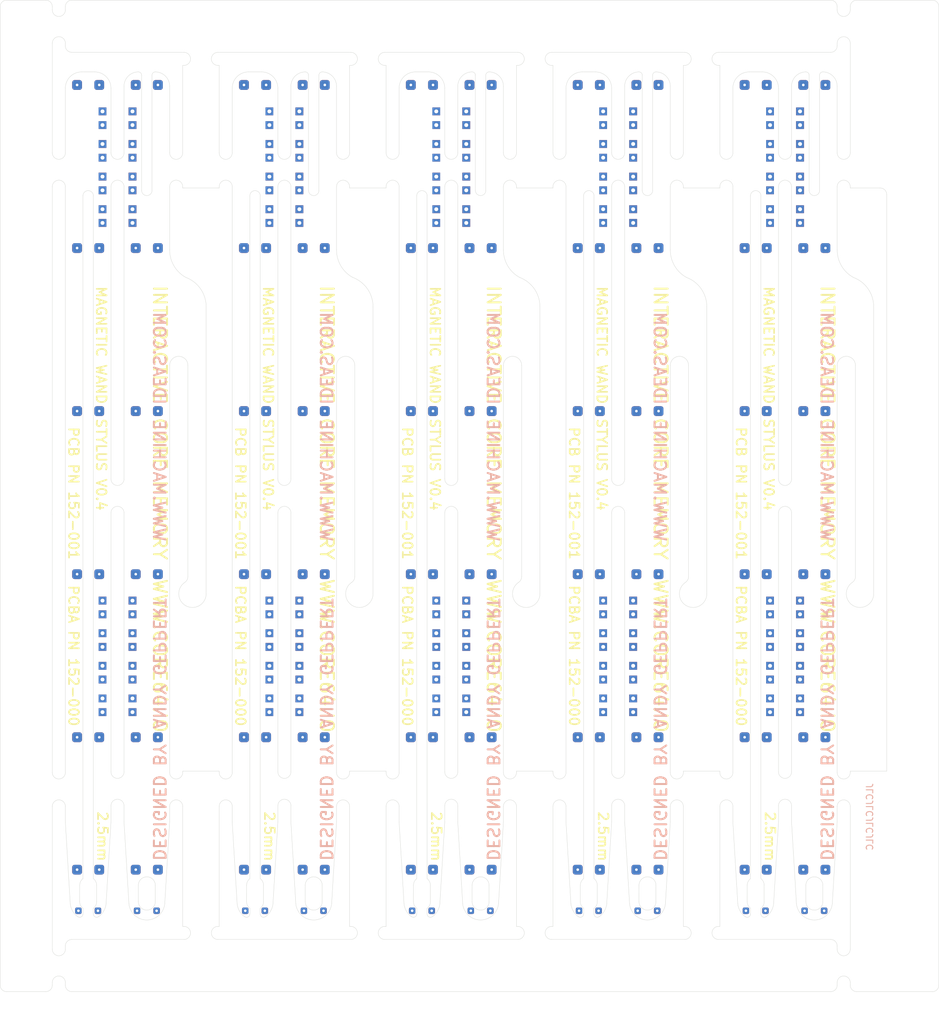
<source format=kicad_pcb>
(kicad_pcb (version 20171130) (host pcbnew "(5.1.2-1)-1")
  (layers (0 F.Cu signal) (31 B.Cu signal) (34 B.Paste user hide) (35 F.Paste user hide) (36 B.SilkS user) (37 F.SilkS user) (38 B.Mask user) (39 F.Mask user) (44 Edge.Cuts user))
  (net 0 "")
  (module Panelization:mouse-bite-3mm-slot-setback (layer F.Cu) (at 131.4 90 90)
    (fp_text reference mouse-bite-3mm-slot hide)
    (fp_text value VAL** hide)
    (pad "" np_thru_hole circle (at 1.524 1 90) (size 0.5 0.5) (drill 0.5) (layers *.Cu *.Mask))
    (pad "" np_thru_hole circle (at 1.524 -1 90) (size 0.5 0.5) (drill 0.5) (layers *.Cu *.Mask))
    (pad "" np_thru_hole circle (at 0.762 -1 90) (size 0.5 0.5) (drill 0.5) (layers *.Cu *.Mask))
    (pad "" np_thru_hole circle (at 0.762 1 90) (size 0.5 0.5) (drill 0.5) (layers *.Cu *.Mask))
    (pad "" np_thru_hole circle (at -0.012 1 90) (size 0.5 0.5) (drill 0.5) (layers *.Cu *.Mask))
    (pad "" np_thru_hole circle (at -1.512 1 90) (size 0.5 0.5) (drill 0.5) (layers *.Cu *.Mask))
    (pad "" np_thru_hole circle (at -1.512 -1 90) (size 0.5 0.5) (drill 0.5) (layers *.Cu *.Mask))
    (pad "" np_thru_hole circle (at -0.012 -1 90) (size 0.5 0.5) (drill 0.5) (layers *.Cu *.Mask))
    (pad "" np_thru_hole circle (at -0.762 1 90) (size 0.5 0.5) (drill 0.5) (layers *.Cu *.Mask))
    (pad "" np_thru_hole circle (at -0.762 -1 90) (size 0.5 0.5) (drill 0.5) (layers *.Cu *.Mask))
  )
  (module Panelization:mouse-bite-3mm-slot-setback (layer F.Cu) (at 105.8 90 90)
    (fp_text reference mouse-bite-3mm-slot hide)
    (fp_text value VAL** hide)
    (pad "" np_thru_hole circle (at 1.524 1 90) (size 0.5 0.5) (drill 0.5) (layers *.Cu *.Mask))
    (pad "" np_thru_hole circle (at 1.524 -1 90) (size 0.5 0.5) (drill 0.5) (layers *.Cu *.Mask))
    (pad "" np_thru_hole circle (at 0.762 -1 90) (size 0.5 0.5) (drill 0.5) (layers *.Cu *.Mask))
    (pad "" np_thru_hole circle (at 0.762 1 90) (size 0.5 0.5) (drill 0.5) (layers *.Cu *.Mask))
    (pad "" np_thru_hole circle (at -0.012 1 90) (size 0.5 0.5) (drill 0.5) (layers *.Cu *.Mask))
    (pad "" np_thru_hole circle (at -1.512 1 90) (size 0.5 0.5) (drill 0.5) (layers *.Cu *.Mask))
    (pad "" np_thru_hole circle (at -1.512 -1 90) (size 0.5 0.5) (drill 0.5) (layers *.Cu *.Mask))
    (pad "" np_thru_hole circle (at -0.012 -1 90) (size 0.5 0.5) (drill 0.5) (layers *.Cu *.Mask))
    (pad "" np_thru_hole circle (at -0.762 1 90) (size 0.5 0.5) (drill 0.5) (layers *.Cu *.Mask))
    (pad "" np_thru_hole circle (at -0.762 -1 90) (size 0.5 0.5) (drill 0.5) (layers *.Cu *.Mask))
  )
  (module Panelization:mouse-bite-3mm-slot-setback (layer F.Cu) (at 80.2 90 90)
    (fp_text reference mouse-bite-3mm-slot hide)
    (fp_text value VAL** hide)
    (pad "" np_thru_hole circle (at 1.524 1 90) (size 0.5 0.5) (drill 0.5) (layers *.Cu *.Mask))
    (pad "" np_thru_hole circle (at 1.524 -1 90) (size 0.5 0.5) (drill 0.5) (layers *.Cu *.Mask))
    (pad "" np_thru_hole circle (at 0.762 -1 90) (size 0.5 0.5) (drill 0.5) (layers *.Cu *.Mask))
    (pad "" np_thru_hole circle (at 0.762 1 90) (size 0.5 0.5) (drill 0.5) (layers *.Cu *.Mask))
    (pad "" np_thru_hole circle (at -0.012 1 90) (size 0.5 0.5) (drill 0.5) (layers *.Cu *.Mask))
    (pad "" np_thru_hole circle (at -1.512 1 90) (size 0.5 0.5) (drill 0.5) (layers *.Cu *.Mask))
    (pad "" np_thru_hole circle (at -1.512 -1 90) (size 0.5 0.5) (drill 0.5) (layers *.Cu *.Mask))
    (pad "" np_thru_hole circle (at -0.012 -1 90) (size 0.5 0.5) (drill 0.5) (layers *.Cu *.Mask))
    (pad "" np_thru_hole circle (at -0.762 1 90) (size 0.5 0.5) (drill 0.5) (layers *.Cu *.Mask))
    (pad "" np_thru_hole circle (at -0.762 -1 90) (size 0.5 0.5) (drill 0.5) (layers *.Cu *.Mask))
  )
  (module Panelization:mouse-bite-3mm-slot-setback (layer F.Cu) (at 54.6 90 90)
    (fp_text reference mouse-bite-3mm-slot hide)
    (fp_text value VAL** hide)
    (pad "" np_thru_hole circle (at 1.524 1 90) (size 0.5 0.5) (drill 0.5) (layers *.Cu *.Mask))
    (pad "" np_thru_hole circle (at 1.524 -1 90) (size 0.5 0.5) (drill 0.5) (layers *.Cu *.Mask))
    (pad "" np_thru_hole circle (at 0.762 -1 90) (size 0.5 0.5) (drill 0.5) (layers *.Cu *.Mask))
    (pad "" np_thru_hole circle (at 0.762 1 90) (size 0.5 0.5) (drill 0.5) (layers *.Cu *.Mask))
    (pad "" np_thru_hole circle (at -0.012 1 90) (size 0.5 0.5) (drill 0.5) (layers *.Cu *.Mask))
    (pad "" np_thru_hole circle (at -1.512 1 90) (size 0.5 0.5) (drill 0.5) (layers *.Cu *.Mask))
    (pad "" np_thru_hole circle (at -1.512 -1 90) (size 0.5 0.5) (drill 0.5) (layers *.Cu *.Mask))
    (pad "" np_thru_hole circle (at -0.012 -1 90) (size 0.5 0.5) (drill 0.5) (layers *.Cu *.Mask))
    (pad "" np_thru_hole circle (at -0.762 1 90) (size 0.5 0.5) (drill 0.5) (layers *.Cu *.Mask))
    (pad "" np_thru_hole circle (at -0.762 -1 90) (size 0.5 0.5) (drill 0.5) (layers *.Cu *.Mask))
  )
  (module Panelization:mouse-bite-3mm-slot-setback (layer F.Cu) (at 131.4 134.9 90)
    (fp_text reference mouse-bite-3mm-slot hide)
    (fp_text value VAL** hide)
    (pad "" np_thru_hole circle (at 1.524 1 90) (size 0.5 0.5) (drill 0.5) (layers *.Cu *.Mask))
    (pad "" np_thru_hole circle (at 1.524 -1 90) (size 0.5 0.5) (drill 0.5) (layers *.Cu *.Mask))
    (pad "" np_thru_hole circle (at 0.762 -1 90) (size 0.5 0.5) (drill 0.5) (layers *.Cu *.Mask))
    (pad "" np_thru_hole circle (at 0.762 1 90) (size 0.5 0.5) (drill 0.5) (layers *.Cu *.Mask))
    (pad "" np_thru_hole circle (at -0.012 1 90) (size 0.5 0.5) (drill 0.5) (layers *.Cu *.Mask))
    (pad "" np_thru_hole circle (at -1.512 1 90) (size 0.5 0.5) (drill 0.5) (layers *.Cu *.Mask))
    (pad "" np_thru_hole circle (at -1.512 -1 90) (size 0.5 0.5) (drill 0.5) (layers *.Cu *.Mask))
    (pad "" np_thru_hole circle (at -0.012 -1 90) (size 0.5 0.5) (drill 0.5) (layers *.Cu *.Mask))
    (pad "" np_thru_hole circle (at -0.762 1 90) (size 0.5 0.5) (drill 0.5) (layers *.Cu *.Mask))
    (pad "" np_thru_hole circle (at -0.762 -1 90) (size 0.5 0.5) (drill 0.5) (layers *.Cu *.Mask))
  )
  (module Panelization:mouse-bite-3mm-slot-setback (layer F.Cu) (at 105.8 134.9 90)
    (fp_text reference mouse-bite-3mm-slot hide)
    (fp_text value VAL** hide)
    (pad "" np_thru_hole circle (at 1.524 1 90) (size 0.5 0.5) (drill 0.5) (layers *.Cu *.Mask))
    (pad "" np_thru_hole circle (at 1.524 -1 90) (size 0.5 0.5) (drill 0.5) (layers *.Cu *.Mask))
    (pad "" np_thru_hole circle (at 0.762 -1 90) (size 0.5 0.5) (drill 0.5) (layers *.Cu *.Mask))
    (pad "" np_thru_hole circle (at 0.762 1 90) (size 0.5 0.5) (drill 0.5) (layers *.Cu *.Mask))
    (pad "" np_thru_hole circle (at -0.012 1 90) (size 0.5 0.5) (drill 0.5) (layers *.Cu *.Mask))
    (pad "" np_thru_hole circle (at -1.512 1 90) (size 0.5 0.5) (drill 0.5) (layers *.Cu *.Mask))
    (pad "" np_thru_hole circle (at -1.512 -1 90) (size 0.5 0.5) (drill 0.5) (layers *.Cu *.Mask))
    (pad "" np_thru_hole circle (at -0.012 -1 90) (size 0.5 0.5) (drill 0.5) (layers *.Cu *.Mask))
    (pad "" np_thru_hole circle (at -0.762 1 90) (size 0.5 0.5) (drill 0.5) (layers *.Cu *.Mask))
    (pad "" np_thru_hole circle (at -0.762 -1 90) (size 0.5 0.5) (drill 0.5) (layers *.Cu *.Mask))
  )
  (module Panelization:mouse-bite-3mm-slot-setback (layer F.Cu) (at 80.2 134.9 90)
    (fp_text reference mouse-bite-3mm-slot hide)
    (fp_text value VAL** hide)
    (pad "" np_thru_hole circle (at 1.524 1 90) (size 0.5 0.5) (drill 0.5) (layers *.Cu *.Mask))
    (pad "" np_thru_hole circle (at 1.524 -1 90) (size 0.5 0.5) (drill 0.5) (layers *.Cu *.Mask))
    (pad "" np_thru_hole circle (at 0.762 -1 90) (size 0.5 0.5) (drill 0.5) (layers *.Cu *.Mask))
    (pad "" np_thru_hole circle (at 0.762 1 90) (size 0.5 0.5) (drill 0.5) (layers *.Cu *.Mask))
    (pad "" np_thru_hole circle (at -0.012 1 90) (size 0.5 0.5) (drill 0.5) (layers *.Cu *.Mask))
    (pad "" np_thru_hole circle (at -1.512 1 90) (size 0.5 0.5) (drill 0.5) (layers *.Cu *.Mask))
    (pad "" np_thru_hole circle (at -1.512 -1 90) (size 0.5 0.5) (drill 0.5) (layers *.Cu *.Mask))
    (pad "" np_thru_hole circle (at -0.012 -1 90) (size 0.5 0.5) (drill 0.5) (layers *.Cu *.Mask))
    (pad "" np_thru_hole circle (at -0.762 1 90) (size 0.5 0.5) (drill 0.5) (layers *.Cu *.Mask))
    (pad "" np_thru_hole circle (at -0.762 -1 90) (size 0.5 0.5) (drill 0.5) (layers *.Cu *.Mask))
  )
  (module Panelization:mouse-bite-3mm-slot-setback (layer F.Cu) (at 54.6 134.9 90)
    (fp_text reference mouse-bite-3mm-slot hide)
    (fp_text value VAL** hide)
    (pad "" np_thru_hole circle (at 1.524 1 90) (size 0.5 0.5) (drill 0.5) (layers *.Cu *.Mask))
    (pad "" np_thru_hole circle (at 1.524 -1 90) (size 0.5 0.5) (drill 0.5) (layers *.Cu *.Mask))
    (pad "" np_thru_hole circle (at 0.762 -1 90) (size 0.5 0.5) (drill 0.5) (layers *.Cu *.Mask))
    (pad "" np_thru_hole circle (at 0.762 1 90) (size 0.5 0.5) (drill 0.5) (layers *.Cu *.Mask))
    (pad "" np_thru_hole circle (at -0.012 1 90) (size 0.5 0.5) (drill 0.5) (layers *.Cu *.Mask))
    (pad "" np_thru_hole circle (at -1.512 1 90) (size 0.5 0.5) (drill 0.5) (layers *.Cu *.Mask))
    (pad "" np_thru_hole circle (at -1.512 -1 90) (size 0.5 0.5) (drill 0.5) (layers *.Cu *.Mask))
    (pad "" np_thru_hole circle (at -0.012 -1 90) (size 0.5 0.5) (drill 0.5) (layers *.Cu *.Mask))
    (pad "" np_thru_hole circle (at -0.762 1 90) (size 0.5 0.5) (drill 0.5) (layers *.Cu *.Mask))
    (pad "" np_thru_hole circle (at -0.762 -1 90) (size 0.5 0.5) (drill 0.5) (layers *.Cu *.Mask))
  )
  (module TestPoint:TestPoint_Pad_1.5x1.5mm_no_silk_screen (layer F.Cu) (at 125.2 127)
    (fp_text reference REF** hide)
    (fp_text value TestPoint_Pad_1.5x1.5mm_no_silk_screen)
    (pad 1 thru_hole roundrect (at 0 0) (size 1.5 1.5) (drill 0.4) (layers *.Cu *.Mask))
  )
  (module TestPoint:TestPoint_Pad_1.5x1.5mm_no_silk_screen (layer F.Cu) (at 99.6 127)
    (fp_text reference REF** hide)
    (fp_text value TestPoint_Pad_1.5x1.5mm_no_silk_screen)
    (pad 1 thru_hole roundrect (at 0 0) (size 1.5 1.5) (drill 0.4) (layers *.Cu *.Mask))
  )
  (module TestPoint:TestPoint_Pad_1.5x1.5mm_no_silk_screen (layer F.Cu) (at 74 127)
    (fp_text reference REF** hide)
    (fp_text value TestPoint_Pad_1.5x1.5mm_no_silk_screen)
    (pad 1 thru_hole roundrect (at 0 0) (size 1.5 1.5) (drill 0.4) (layers *.Cu *.Mask))
  )
  (module TestPoint:TestPoint_Pad_1.5x1.5mm_no_silk_screen (layer F.Cu) (at 48.4 127)
    (fp_text reference REF** hide)
    (fp_text value TestPoint_Pad_1.5x1.5mm_no_silk_screen)
    (pad 1 thru_hole roundrect (at 0 0) (size 1.5 1.5) (drill 0.4) (layers *.Cu *.Mask))
  )
  (module TestPoint:TestPoint_Pad_1.5x1.5mm_no_silk_screen (layer F.Cu) (at 125.2 147.3)
    (fp_text reference REF** hide)
    (fp_text value TestPoint_Pad_1.5x1.5mm_no_silk_screen)
    (pad 1 thru_hole roundrect (at 0 0) (size 1.5 1.5) (drill 0.4) (layers *.Cu *.Mask))
  )
  (module TestPoint:TestPoint_Pad_1.5x1.5mm_no_silk_screen (layer F.Cu) (at 99.6 147.3)
    (fp_text reference REF** hide)
    (fp_text value TestPoint_Pad_1.5x1.5mm_no_silk_screen)
    (pad 1 thru_hole roundrect (at 0 0) (size 1.5 1.5) (drill 0.4) (layers *.Cu *.Mask))
  )
  (module TestPoint:TestPoint_Pad_1.5x1.5mm_no_silk_screen (layer F.Cu) (at 74 147.3)
    (fp_text reference REF** hide)
    (fp_text value TestPoint_Pad_1.5x1.5mm_no_silk_screen)
    (pad 1 thru_hole roundrect (at 0 0) (size 1.5 1.5) (drill 0.4) (layers *.Cu *.Mask))
  )
  (module TestPoint:TestPoint_Pad_1.5x1.5mm_no_silk_screen (layer F.Cu) (at 48.4 147.3)
    (fp_text reference REF** hide)
    (fp_text value TestPoint_Pad_1.5x1.5mm_no_silk_screen)
    (pad 1 thru_hole roundrect (at 0 0) (size 1.5 1.5) (drill 0.4) (layers *.Cu *.Mask))
  )
  (module TestPoint:TestPoint_Pad_1.5x1.5mm_no_silk_screen (layer F.Cu) (at 128.6 52)
    (fp_text reference REF** hide)
    (fp_text value TestPoint_Pad_1.5x1.5mm_no_silk_screen)
    (pad 1 thru_hole roundrect (at 0 0) (size 1.5 1.5) (drill 0.4) (layers *.Cu *.Mask))
  )
  (module TestPoint:TestPoint_Pad_1.5x1.5mm_no_silk_screen (layer F.Cu) (at 103 52)
    (fp_text reference REF** hide)
    (fp_text value TestPoint_Pad_1.5x1.5mm_no_silk_screen)
    (pad 1 thru_hole roundrect (at 0 0) (size 1.5 1.5) (drill 0.4) (layers *.Cu *.Mask))
  )
  (module TestPoint:TestPoint_Pad_1.5x1.5mm_no_silk_screen (layer F.Cu) (at 77.4 52)
    (fp_text reference REF** hide)
    (fp_text value TestPoint_Pad_1.5x1.5mm_no_silk_screen)
    (pad 1 thru_hole roundrect (at 0 0) (size 1.5 1.5) (drill 0.4) (layers *.Cu *.Mask))
  )
  (module TestPoint:TestPoint_Pad_1.5x1.5mm_no_silk_screen (layer F.Cu) (at 51.8 52)
    (fp_text reference REF** hide)
    (fp_text value TestPoint_Pad_1.5x1.5mm_no_silk_screen)
    (pad 1 thru_hole roundrect (at 0 0) (size 1.5 1.5) (drill 0.4) (layers *.Cu *.Mask))
  )
  (module TestPoint:TestPoint_Pad_1.5x1.5mm_no_silk_screen (layer F.Cu) (at 128.6 77)
    (fp_text reference REF** hide)
    (fp_text value TestPoint_Pad_1.5x1.5mm_no_silk_screen)
    (pad 1 thru_hole roundrect (at 0 0) (size 1.5 1.5) (drill 0.4) (layers *.Cu *.Mask))
  )
  (module TestPoint:TestPoint_Pad_1.5x1.5mm_no_silk_screen (layer F.Cu) (at 103 77)
    (fp_text reference REF** hide)
    (fp_text value TestPoint_Pad_1.5x1.5mm_no_silk_screen)
    (pad 1 thru_hole roundrect (at 0 0) (size 1.5 1.5) (drill 0.4) (layers *.Cu *.Mask))
  )
  (module TestPoint:TestPoint_Pad_1.5x1.5mm_no_silk_screen (layer F.Cu) (at 77.4 77)
    (fp_text reference REF** hide)
    (fp_text value TestPoint_Pad_1.5x1.5mm_no_silk_screen)
    (pad 1 thru_hole roundrect (at 0 0) (size 1.5 1.5) (drill 0.4) (layers *.Cu *.Mask))
  )
  (module TestPoint:TestPoint_Pad_1.5x1.5mm_no_silk_screen (layer F.Cu) (at 51.8 77)
    (fp_text reference REF** hide)
    (fp_text value TestPoint_Pad_1.5x1.5mm_no_silk_screen)
    (pad 1 thru_hole roundrect (at 0 0) (size 1.5 1.5) (drill 0.4) (layers *.Cu *.Mask))
  )
  (module TestPoint:TestPoint_Pad_1.5x1.5mm_no_silk_screen (layer F.Cu) (at 128.6 102)
    (fp_text reference REF** hide)
    (fp_text value TestPoint_Pad_1.5x1.5mm_no_silk_screen)
    (pad 1 thru_hole roundrect (at 0 0) (size 1.5 1.5) (drill 0.4) (layers *.Cu *.Mask))
  )
  (module TestPoint:TestPoint_Pad_1.5x1.5mm_no_silk_screen (layer F.Cu) (at 103 102)
    (fp_text reference REF** hide)
    (fp_text value TestPoint_Pad_1.5x1.5mm_no_silk_screen)
    (pad 1 thru_hole roundrect (at 0 0) (size 1.5 1.5) (drill 0.4) (layers *.Cu *.Mask))
  )
  (module TestPoint:TestPoint_Pad_1.5x1.5mm_no_silk_screen (layer F.Cu) (at 77.4 102)
    (fp_text reference REF** hide)
    (fp_text value TestPoint_Pad_1.5x1.5mm_no_silk_screen)
    (pad 1 thru_hole roundrect (at 0 0) (size 1.5 1.5) (drill 0.4) (layers *.Cu *.Mask))
  )
  (module TestPoint:TestPoint_Pad_1.5x1.5mm_no_silk_screen (layer F.Cu) (at 51.8 102)
    (fp_text reference REF** hide)
    (fp_text value TestPoint_Pad_1.5x1.5mm_no_silk_screen)
    (pad 1 thru_hole roundrect (at 0 0) (size 1.5 1.5) (drill 0.4) (layers *.Cu *.Mask))
  )
  (module TestPoint:TestPoint_Pad_1.5x1.5mm_no_silk_screen (layer F.Cu) (at 128.6 127)
    (fp_text reference REF** hide)
    (fp_text value TestPoint_Pad_1.5x1.5mm_no_silk_screen)
    (pad 1 thru_hole roundrect (at 0 0) (size 1.5 1.5) (drill 0.4) (layers *.Cu *.Mask))
  )
  (module TestPoint:TestPoint_Pad_1.5x1.5mm_no_silk_screen (layer F.Cu) (at 103 127)
    (fp_text reference REF** hide)
    (fp_text value TestPoint_Pad_1.5x1.5mm_no_silk_screen)
    (pad 1 thru_hole roundrect (at 0 0) (size 1.5 1.5) (drill 0.4) (layers *.Cu *.Mask))
  )
  (module TestPoint:TestPoint_Pad_1.5x1.5mm_no_silk_screen (layer F.Cu) (at 77.4 127)
    (fp_text reference REF** hide)
    (fp_text value TestPoint_Pad_1.5x1.5mm_no_silk_screen)
    (pad 1 thru_hole roundrect (at 0 0) (size 1.5 1.5) (drill 0.4) (layers *.Cu *.Mask))
  )
  (module TestPoint:TestPoint_Pad_1.5x1.5mm_no_silk_screen (layer F.Cu) (at 51.8 127)
    (fp_text reference REF** hide)
    (fp_text value TestPoint_Pad_1.5x1.5mm_no_silk_screen)
    (pad 1 thru_hole roundrect (at 0 0) (size 1.5 1.5) (drill 0.4) (layers *.Cu *.Mask))
  )
  (module TestPoint:TestPoint_Pad_1.5x1.5mm_no_silk_screen (layer F.Cu) (at 128.6 147.3)
    (fp_text reference REF** hide)
    (fp_text value TestPoint_Pad_1.5x1.5mm_no_silk_screen)
    (pad 1 thru_hole roundrect (at 0 0) (size 1.5 1.5) (drill 0.4) (layers *.Cu *.Mask))
  )
  (module TestPoint:TestPoint_Pad_1.5x1.5mm_no_silk_screen (layer F.Cu) (at 103 147.3)
    (fp_text reference REF** hide)
    (fp_text value TestPoint_Pad_1.5x1.5mm_no_silk_screen)
    (pad 1 thru_hole roundrect (at 0 0) (size 1.5 1.5) (drill 0.4) (layers *.Cu *.Mask))
  )
  (module TestPoint:TestPoint_Pad_1.5x1.5mm_no_silk_screen (layer F.Cu) (at 77.4 147.3)
    (fp_text reference REF** hide)
    (fp_text value TestPoint_Pad_1.5x1.5mm_no_silk_screen)
    (pad 1 thru_hole roundrect (at 0 0) (size 1.5 1.5) (drill 0.4) (layers *.Cu *.Mask))
  )
  (module TestPoint:TestPoint_Pad_1.5x1.5mm_no_silk_screen (layer F.Cu) (at 51.8 147.3)
    (fp_text reference REF** hide)
    (fp_text value TestPoint_Pad_1.5x1.5mm_no_silk_screen)
    (pad 1 thru_hole roundrect (at 0 0) (size 1.5 1.5) (drill 0.4) (layers *.Cu *.Mask))
  )
  (module TestPoint:TestPoint_Pad_1.5x1.5mm_no_silk_screen (layer F.Cu) (at 125.2 27)
    (fp_text reference REF** hide)
    (fp_text value TestPoint_Pad_1.5x1.5mm_no_silk_screen)
    (pad 1 thru_hole roundrect (at 0 0) (size 1.5 1.5) (drill 0.4) (layers *.Cu *.Mask))
  )
  (module TestPoint:TestPoint_Pad_1.5x1.5mm_no_silk_screen (layer F.Cu) (at 99.6 27)
    (fp_text reference REF** hide)
    (fp_text value TestPoint_Pad_1.5x1.5mm_no_silk_screen)
    (pad 1 thru_hole roundrect (at 0 0) (size 1.5 1.5) (drill 0.4) (layers *.Cu *.Mask))
  )
  (module TestPoint:TestPoint_Pad_1.5x1.5mm_no_silk_screen (layer F.Cu) (at 74 27)
    (fp_text reference REF** hide)
    (fp_text value TestPoint_Pad_1.5x1.5mm_no_silk_screen)
    (pad 1 thru_hole roundrect (at 0 0) (size 1.5 1.5) (drill 0.4) (layers *.Cu *.Mask))
  )
  (module TestPoint:TestPoint_Pad_1.5x1.5mm_no_silk_screen (layer F.Cu) (at 48.4 27)
    (fp_text reference REF** hide)
    (fp_text value TestPoint_Pad_1.5x1.5mm_no_silk_screen)
    (pad 1 thru_hole roundrect (at 0 0) (size 1.5 1.5) (drill 0.4) (layers *.Cu *.Mask))
  )
  (module TestPoint:TestPoint_Pad_1.5x1.5mm_no_silk_screen (layer F.Cu) (at 128.6 27)
    (fp_text reference REF** hide)
    (fp_text value TestPoint_Pad_1.5x1.5mm_no_silk_screen)
    (pad 1 thru_hole roundrect (at 0 0) (size 1.5 1.5) (drill 0.4) (layers *.Cu *.Mask))
  )
  (module TestPoint:TestPoint_Pad_1.5x1.5mm_no_silk_screen (layer F.Cu) (at 103 27)
    (fp_text reference REF** hide)
    (fp_text value TestPoint_Pad_1.5x1.5mm_no_silk_screen)
    (pad 1 thru_hole roundrect (at 0 0) (size 1.5 1.5) (drill 0.4) (layers *.Cu *.Mask))
  )
  (module TestPoint:TestPoint_Pad_1.5x1.5mm_no_silk_screen (layer F.Cu) (at 77.4 27)
    (fp_text reference REF** hide)
    (fp_text value TestPoint_Pad_1.5x1.5mm_no_silk_screen)
    (pad 1 thru_hole roundrect (at 0 0) (size 1.5 1.5) (drill 0.4) (layers *.Cu *.Mask))
  )
  (module TestPoint:TestPoint_Pad_1.5x1.5mm_no_silk_screen (layer F.Cu) (at 51.8 27)
    (fp_text reference REF** hide)
    (fp_text value TestPoint_Pad_1.5x1.5mm_no_silk_screen)
    (pad 1 thru_hole roundrect (at 0 0) (size 1.5 1.5) (drill 0.4) (layers *.Cu *.Mask))
  )
  (module TestPoint:TestPoint_Pad_1.0x1.0mm_no_silk_screen (layer F.Cu) (at 134.4 153.6)
    (fp_text reference REF** hide)
    (fp_text value TestPoint_Pad_1.0x1.0mm_no_silk_screen)
    (pad 1 thru_hole roundrect (at 0 0) (size 1 1) (drill 0.4) (layers *.Cu *.Mask))
  )
  (module TestPoint:TestPoint_Pad_1.0x1.0mm_no_silk_screen (layer F.Cu) (at 108.8 153.6)
    (fp_text reference REF** hide)
    (fp_text value TestPoint_Pad_1.0x1.0mm_no_silk_screen)
    (pad 1 thru_hole roundrect (at 0 0) (size 1 1) (drill 0.4) (layers *.Cu *.Mask))
  )
  (module TestPoint:TestPoint_Pad_1.0x1.0mm_no_silk_screen (layer F.Cu) (at 83.2 153.6)
    (fp_text reference REF** hide)
    (fp_text value TestPoint_Pad_1.0x1.0mm_no_silk_screen)
    (pad 1 thru_hole roundrect (at 0 0) (size 1 1) (drill 0.4) (layers *.Cu *.Mask))
  )
  (module TestPoint:TestPoint_Pad_1.0x1.0mm_no_silk_screen (layer F.Cu) (at 57.6 153.6)
    (fp_text reference REF** hide)
    (fp_text value TestPoint_Pad_1.0x1.0mm_no_silk_screen)
    (pad 1 thru_hole roundrect (at 0 0) (size 1 1) (drill 0.4) (layers *.Cu *.Mask))
  )
  (module TestPoint:TestPoint_Pad_1.0x1.0mm_no_silk_screen (layer F.Cu) (at 137.4 153.6)
    (fp_text reference REF** hide)
    (fp_text value TestPoint_Pad_1.0x1.0mm_no_silk_screen)
    (pad 1 thru_hole roundrect (at 0 0) (size 1 1) (drill 0.4) (layers *.Cu *.Mask))
  )
  (module TestPoint:TestPoint_Pad_1.0x1.0mm_no_silk_screen (layer F.Cu) (at 111.8 153.6)
    (fp_text reference REF** hide)
    (fp_text value TestPoint_Pad_1.0x1.0mm_no_silk_screen)
    (pad 1 thru_hole roundrect (at 0 0) (size 1 1) (drill 0.4) (layers *.Cu *.Mask))
  )
  (module TestPoint:TestPoint_Pad_1.0x1.0mm_no_silk_screen (layer F.Cu) (at 86.2 153.6)
    (fp_text reference REF** hide)
    (fp_text value TestPoint_Pad_1.0x1.0mm_no_silk_screen)
    (pad 1 thru_hole roundrect (at 0 0) (size 1 1) (drill 0.4) (layers *.Cu *.Mask))
  )
  (module TestPoint:TestPoint_Pad_1.0x1.0mm_no_silk_screen (layer F.Cu) (at 60.6 153.6)
    (fp_text reference REF** hide)
    (fp_text value TestPoint_Pad_1.0x1.0mm_no_silk_screen)
    (pad 1 thru_hole roundrect (at 0 0) (size 1 1) (drill 0.4) (layers *.Cu *.Mask))
  )
  (module TestPoint:TestPoint_Pad_1.0x1.0mm_no_silk_screen (layer F.Cu) (at 125.4 153.6)
    (fp_text reference REF** hide)
    (fp_text value TestPoint_Pad_1.0x1.0mm_no_silk_screen)
    (pad 1 thru_hole roundrect (at 0 0) (size 1 1) (drill 0.4) (layers *.Cu *.Mask))
  )
  (module TestPoint:TestPoint_Pad_1.0x1.0mm_no_silk_screen (layer F.Cu) (at 99.8 153.6)
    (fp_text reference REF** hide)
    (fp_text value TestPoint_Pad_1.0x1.0mm_no_silk_screen)
    (pad 1 thru_hole roundrect (at 0 0) (size 1 1) (drill 0.4) (layers *.Cu *.Mask))
  )
  (module TestPoint:TestPoint_Pad_1.0x1.0mm_no_silk_screen (layer F.Cu) (at 74.2 153.6)
    (fp_text reference REF** hide)
    (fp_text value TestPoint_Pad_1.0x1.0mm_no_silk_screen)
    (pad 1 thru_hole roundrect (at 0 0) (size 1 1) (drill 0.4) (layers *.Cu *.Mask))
  )
  (module TestPoint:TestPoint_Pad_1.0x1.0mm_no_silk_screen (layer F.Cu) (at 48.6 153.6)
    (fp_text reference REF** hide)
    (fp_text value TestPoint_Pad_1.0x1.0mm_no_silk_screen)
    (pad 1 thru_hole roundrect (at 0 0) (size 1 1) (drill 0.4) (layers *.Cu *.Mask))
  )
  (module TestPoint:TestPoint_Pad_1.0x1.0mm_no_silk_screen (layer F.Cu) (at 128.4 153.6)
    (fp_text reference REF** hide)
    (fp_text value TestPoint_Pad_1.0x1.0mm_no_silk_screen)
    (pad 1 thru_hole roundrect (at 0 0) (size 1 1) (drill 0.4) (layers *.Cu *.Mask))
  )
  (module TestPoint:TestPoint_Pad_1.0x1.0mm_no_silk_screen (layer F.Cu) (at 102.8 153.6)
    (fp_text reference REF** hide)
    (fp_text value TestPoint_Pad_1.0x1.0mm_no_silk_screen)
    (pad 1 thru_hole roundrect (at 0 0) (size 1 1) (drill 0.4) (layers *.Cu *.Mask))
  )
  (module TestPoint:TestPoint_Pad_1.0x1.0mm_no_silk_screen (layer F.Cu) (at 77.2 153.6)
    (fp_text reference REF** hide)
    (fp_text value TestPoint_Pad_1.0x1.0mm_no_silk_screen)
    (pad 1 thru_hole roundrect (at 0 0) (size 1 1) (drill 0.4) (layers *.Cu *.Mask))
  )
  (module TestPoint:TestPoint_Pad_1.0x1.0mm_no_silk_screen (layer F.Cu) (at 51.6 153.6)
    (fp_text reference REF** hide)
    (fp_text value TestPoint_Pad_1.0x1.0mm_no_silk_screen)
    (pad 1 thru_hole roundrect (at 0 0) (size 1 1) (drill 0.4) (layers *.Cu *.Mask))
  )
  (module Digikey:0805 (layer F.Cu) (at 129.1 47.1 90)
    (fp_text reference REF** hide)
    (fp_text value 0805)
    (pad 2 thru_hole rect (at 1.05 0 90) (size 1.2 1.2) (drill 0.6) (layers *.Cu *.Mask))
    (pad 1 thru_hole rect (at -1.05 0 90) (size 1.2 1.2) (drill 0.6) (layers *.Cu *.Mask))
  )
  (module Digikey:0805 (layer F.Cu) (at 103.5 47.1 90)
    (fp_text reference REF** hide)
    (fp_text value 0805)
    (pad 2 thru_hole rect (at 1.05 0 90) (size 1.2 1.2) (drill 0.6) (layers *.Cu *.Mask))
    (pad 1 thru_hole rect (at -1.05 0 90) (size 1.2 1.2) (drill 0.6) (layers *.Cu *.Mask))
  )
  (module Digikey:0805 (layer F.Cu) (at 77.9 47.1 90)
    (fp_text reference REF** hide)
    (fp_text value 0805)
    (pad 2 thru_hole rect (at 1.05 0 90) (size 1.2 1.2) (drill 0.6) (layers *.Cu *.Mask))
    (pad 1 thru_hole rect (at -1.05 0 90) (size 1.2 1.2) (drill 0.6) (layers *.Cu *.Mask))
  )
  (module Digikey:0805 (layer F.Cu) (at 52.3 47.1 90)
    (fp_text reference REF** hide)
    (fp_text value 0805)
    (pad 2 thru_hole rect (at 1.05 0 90) (size 1.2 1.2) (drill 0.6) (layers *.Cu *.Mask))
    (pad 1 thru_hole rect (at -1.05 0 90) (size 1.2 1.2) (drill 0.6) (layers *.Cu *.Mask))
  )
  (module Digikey:0805 (layer F.Cu) (at 129.1 42.1 90)
    (fp_text reference REF** hide)
    (fp_text value 0805)
    (pad 1 thru_hole rect (at -1.05 0 90) (size 1.2 1.2) (drill 0.6) (layers *.Cu *.Mask))
    (pad 2 thru_hole rect (at 1.05 0 90) (size 1.2 1.2) (drill 0.6) (layers *.Cu *.Mask))
  )
  (module Digikey:0805 (layer F.Cu) (at 103.5 42.1 90)
    (fp_text reference REF** hide)
    (fp_text value 0805)
    (pad 1 thru_hole rect (at -1.05 0 90) (size 1.2 1.2) (drill 0.6) (layers *.Cu *.Mask))
    (pad 2 thru_hole rect (at 1.05 0 90) (size 1.2 1.2) (drill 0.6) (layers *.Cu *.Mask))
  )
  (module Digikey:0805 (layer F.Cu) (at 77.9 42.1 90)
    (fp_text reference REF** hide)
    (fp_text value 0805)
    (pad 1 thru_hole rect (at -1.05 0 90) (size 1.2 1.2) (drill 0.6) (layers *.Cu *.Mask))
    (pad 2 thru_hole rect (at 1.05 0 90) (size 1.2 1.2) (drill 0.6) (layers *.Cu *.Mask))
  )
  (module Digikey:0805 (layer F.Cu) (at 52.3 42.1 90)
    (fp_text reference REF** hide)
    (fp_text value 0805)
    (pad 1 thru_hole rect (at -1.05 0 90) (size 1.2 1.2) (drill 0.6) (layers *.Cu *.Mask))
    (pad 2 thru_hole rect (at 1.05 0 90) (size 1.2 1.2) (drill 0.6) (layers *.Cu *.Mask))
  )
  (module Digikey:0805 (layer F.Cu) (at 129.1 37.1 90)
    (fp_text reference REF** hide)
    (fp_text value 0805)
    (pad 1 thru_hole rect (at -1.05 0 90) (size 1.2 1.2) (drill 0.6) (layers *.Cu *.Mask))
    (pad 2 thru_hole rect (at 1.05 0 90) (size 1.2 1.2) (drill 0.6) (layers *.Cu *.Mask))
  )
  (module Digikey:0805 (layer F.Cu) (at 103.5 37.1 90)
    (fp_text reference REF** hide)
    (fp_text value 0805)
    (pad 1 thru_hole rect (at -1.05 0 90) (size 1.2 1.2) (drill 0.6) (layers *.Cu *.Mask))
    (pad 2 thru_hole rect (at 1.05 0 90) (size 1.2 1.2) (drill 0.6) (layers *.Cu *.Mask))
  )
  (module Digikey:0805 (layer F.Cu) (at 77.9 37.1 90)
    (fp_text reference REF** hide)
    (fp_text value 0805)
    (pad 1 thru_hole rect (at -1.05 0 90) (size 1.2 1.2) (drill 0.6) (layers *.Cu *.Mask))
    (pad 2 thru_hole rect (at 1.05 0 90) (size 1.2 1.2) (drill 0.6) (layers *.Cu *.Mask))
  )
  (module Digikey:0805 (layer F.Cu) (at 52.3 37.1 90)
    (fp_text reference REF** hide)
    (fp_text value 0805)
    (pad 1 thru_hole rect (at -1.05 0 90) (size 1.2 1.2) (drill 0.6) (layers *.Cu *.Mask))
    (pad 2 thru_hole rect (at 1.05 0 90) (size 1.2 1.2) (drill 0.6) (layers *.Cu *.Mask))
  )
  (module Digikey:0805 (layer F.Cu) (at 129.1 32.1 90)
    (fp_text reference REF** hide)
    (fp_text value 0805)
    (pad 1 thru_hole rect (at -1.05 0 90) (size 1.2 1.2) (drill 0.6) (layers *.Cu *.Mask))
    (pad 2 thru_hole rect (at 1.05 0 90) (size 1.2 1.2) (drill 0.6) (layers *.Cu *.Mask))
  )
  (module Digikey:0805 (layer F.Cu) (at 103.5 32.1 90)
    (fp_text reference REF** hide)
    (fp_text value 0805)
    (pad 1 thru_hole rect (at -1.05 0 90) (size 1.2 1.2) (drill 0.6) (layers *.Cu *.Mask))
    (pad 2 thru_hole rect (at 1.05 0 90) (size 1.2 1.2) (drill 0.6) (layers *.Cu *.Mask))
  )
  (module Digikey:0805 (layer F.Cu) (at 77.9 32.1 90)
    (fp_text reference REF** hide)
    (fp_text value 0805)
    (pad 1 thru_hole rect (at -1.05 0 90) (size 1.2 1.2) (drill 0.6) (layers *.Cu *.Mask))
    (pad 2 thru_hole rect (at 1.05 0 90) (size 1.2 1.2) (drill 0.6) (layers *.Cu *.Mask))
  )
  (module Digikey:0805 (layer F.Cu) (at 52.3 32.1 90)
    (fp_text reference REF** hide)
    (fp_text value 0805)
    (pad 1 thru_hole rect (at -1.05 0 90) (size 1.2 1.2) (drill 0.6) (layers *.Cu *.Mask))
    (pad 2 thru_hole rect (at 1.05 0 90) (size 1.2 1.2) (drill 0.6) (layers *.Cu *.Mask))
  )
  (module Digikey:0805 (layer F.Cu) (at 133.7 37.1 90)
    (fp_text reference REF** hide)
    (fp_text value 0805)
    (pad 2 thru_hole rect (at 1.05 0 90) (size 1.2 1.2) (drill 0.6) (layers *.Cu *.Mask))
    (pad 1 thru_hole rect (at -1.05 0 90) (size 1.2 1.2) (drill 0.6) (layers *.Cu *.Mask))
  )
  (module Digikey:0805 (layer F.Cu) (at 108.1 37.1 90)
    (fp_text reference REF** hide)
    (fp_text value 0805)
    (pad 2 thru_hole rect (at 1.05 0 90) (size 1.2 1.2) (drill 0.6) (layers *.Cu *.Mask))
    (pad 1 thru_hole rect (at -1.05 0 90) (size 1.2 1.2) (drill 0.6) (layers *.Cu *.Mask))
  )
  (module Digikey:0805 (layer F.Cu) (at 82.5 37.1 90)
    (fp_text reference REF** hide)
    (fp_text value 0805)
    (pad 2 thru_hole rect (at 1.05 0 90) (size 1.2 1.2) (drill 0.6) (layers *.Cu *.Mask))
    (pad 1 thru_hole rect (at -1.05 0 90) (size 1.2 1.2) (drill 0.6) (layers *.Cu *.Mask))
  )
  (module Digikey:0805 (layer F.Cu) (at 56.9 37.1 90)
    (fp_text reference REF** hide)
    (fp_text value 0805)
    (pad 2 thru_hole rect (at 1.05 0 90) (size 1.2 1.2) (drill 0.6) (layers *.Cu *.Mask))
    (pad 1 thru_hole rect (at -1.05 0 90) (size 1.2 1.2) (drill 0.6) (layers *.Cu *.Mask))
  )
  (module Digikey:0805 (layer F.Cu) (at 133.7 32.1 90)
    (fp_text reference REF** hide)
    (fp_text value 0805)
    (pad 2 thru_hole rect (at 1.05 0 90) (size 1.2 1.2) (drill 0.6) (layers *.Cu *.Mask))
    (pad 1 thru_hole rect (at -1.05 0 90) (size 1.2 1.2) (drill 0.6) (layers *.Cu *.Mask))
  )
  (module Digikey:0805 (layer F.Cu) (at 108.1 32.1 90)
    (fp_text reference REF** hide)
    (fp_text value 0805)
    (pad 2 thru_hole rect (at 1.05 0 90) (size 1.2 1.2) (drill 0.6) (layers *.Cu *.Mask))
    (pad 1 thru_hole rect (at -1.05 0 90) (size 1.2 1.2) (drill 0.6) (layers *.Cu *.Mask))
  )
  (module Digikey:0805 (layer F.Cu) (at 82.5 32.1 90)
    (fp_text reference REF** hide)
    (fp_text value 0805)
    (pad 2 thru_hole rect (at 1.05 0 90) (size 1.2 1.2) (drill 0.6) (layers *.Cu *.Mask))
    (pad 1 thru_hole rect (at -1.05 0 90) (size 1.2 1.2) (drill 0.6) (layers *.Cu *.Mask))
  )
  (module Digikey:0805 (layer F.Cu) (at 56.9 32.1 90)
    (fp_text reference REF** hide)
    (fp_text value 0805)
    (pad 2 thru_hole rect (at 1.05 0 90) (size 1.2 1.2) (drill 0.6) (layers *.Cu *.Mask))
    (pad 1 thru_hole rect (at -1.05 0 90) (size 1.2 1.2) (drill 0.6) (layers *.Cu *.Mask))
  )
  (module Digikey:0805 (layer F.Cu) (at 133.7 42.1 90)
    (fp_text reference REF** hide)
    (fp_text value 0805)
    (pad 2 thru_hole rect (at 1.05 0 90) (size 1.2 1.2) (drill 0.6) (layers *.Cu *.Mask))
    (pad 1 thru_hole rect (at -1.05 0 90) (size 1.2 1.2) (drill 0.6) (layers *.Cu *.Mask))
  )
  (module Digikey:0805 (layer F.Cu) (at 108.1 42.1 90)
    (fp_text reference REF** hide)
    (fp_text value 0805)
    (pad 2 thru_hole rect (at 1.05 0 90) (size 1.2 1.2) (drill 0.6) (layers *.Cu *.Mask))
    (pad 1 thru_hole rect (at -1.05 0 90) (size 1.2 1.2) (drill 0.6) (layers *.Cu *.Mask))
  )
  (module Digikey:0805 (layer F.Cu) (at 82.5 42.1 90)
    (fp_text reference REF** hide)
    (fp_text value 0805)
    (pad 2 thru_hole rect (at 1.05 0 90) (size 1.2 1.2) (drill 0.6) (layers *.Cu *.Mask))
    (pad 1 thru_hole rect (at -1.05 0 90) (size 1.2 1.2) (drill 0.6) (layers *.Cu *.Mask))
  )
  (module Digikey:0805 (layer F.Cu) (at 56.9 42.1 90)
    (fp_text reference REF** hide)
    (fp_text value 0805)
    (pad 2 thru_hole rect (at 1.05 0 90) (size 1.2 1.2) (drill 0.6) (layers *.Cu *.Mask))
    (pad 1 thru_hole rect (at -1.05 0 90) (size 1.2 1.2) (drill 0.6) (layers *.Cu *.Mask))
  )
  (module Digikey:0805 (layer F.Cu) (at 133.7 47.1 90)
    (fp_text reference REF** hide)
    (fp_text value 0805)
    (pad 1 thru_hole rect (at -1.05 0 90) (size 1.2 1.2) (drill 0.6) (layers *.Cu *.Mask))
    (pad 2 thru_hole rect (at 1.05 0 90) (size 1.2 1.2) (drill 0.6) (layers *.Cu *.Mask))
  )
  (module Digikey:0805 (layer F.Cu) (at 108.1 47.1 90)
    (fp_text reference REF** hide)
    (fp_text value 0805)
    (pad 1 thru_hole rect (at -1.05 0 90) (size 1.2 1.2) (drill 0.6) (layers *.Cu *.Mask))
    (pad 2 thru_hole rect (at 1.05 0 90) (size 1.2 1.2) (drill 0.6) (layers *.Cu *.Mask))
  )
  (module Digikey:0805 (layer F.Cu) (at 82.5 47.1 90)
    (fp_text reference REF** hide)
    (fp_text value 0805)
    (pad 1 thru_hole rect (at -1.05 0 90) (size 1.2 1.2) (drill 0.6) (layers *.Cu *.Mask))
    (pad 2 thru_hole rect (at 1.05 0 90) (size 1.2 1.2) (drill 0.6) (layers *.Cu *.Mask))
  )
  (module Digikey:0805 (layer F.Cu) (at 56.9 47.1 90)
    (fp_text reference REF** hide)
    (fp_text value 0805)
    (pad 1 thru_hole rect (at -1.05 0 90) (size 1.2 1.2) (drill 0.6) (layers *.Cu *.Mask))
    (pad 2 thru_hole rect (at 1.05 0 90) (size 1.2 1.2) (drill 0.6) (layers *.Cu *.Mask))
  )
  (module Digikey:0805 (layer F.Cu) (at 129.1 112.1 90)
    (fp_text reference REF** hide)
    (fp_text value 0805)
    (pad 2 thru_hole rect (at 1.05 0 90) (size 1.2 1.2) (drill 0.6) (layers *.Cu *.Mask))
    (pad 1 thru_hole rect (at -1.05 0 90) (size 1.2 1.2) (drill 0.6) (layers *.Cu *.Mask))
  )
  (module Digikey:0805 (layer F.Cu) (at 103.5 112.1 90)
    (fp_text reference REF** hide)
    (fp_text value 0805)
    (pad 2 thru_hole rect (at 1.05 0 90) (size 1.2 1.2) (drill 0.6) (layers *.Cu *.Mask))
    (pad 1 thru_hole rect (at -1.05 0 90) (size 1.2 1.2) (drill 0.6) (layers *.Cu *.Mask))
  )
  (module Digikey:0805 (layer F.Cu) (at 77.9 112.1 90)
    (fp_text reference REF** hide)
    (fp_text value 0805)
    (pad 2 thru_hole rect (at 1.05 0 90) (size 1.2 1.2) (drill 0.6) (layers *.Cu *.Mask))
    (pad 1 thru_hole rect (at -1.05 0 90) (size 1.2 1.2) (drill 0.6) (layers *.Cu *.Mask))
  )
  (module Digikey:0805 (layer F.Cu) (at 52.3 112.1 90)
    (fp_text reference REF** hide)
    (fp_text value 0805)
    (pad 2 thru_hole rect (at 1.05 0 90) (size 1.2 1.2) (drill 0.6) (layers *.Cu *.Mask))
    (pad 1 thru_hole rect (at -1.05 0 90) (size 1.2 1.2) (drill 0.6) (layers *.Cu *.Mask))
  )
  (module Digikey:0805 (layer F.Cu) (at 129.1 107.1 90)
    (fp_text reference REF** hide)
    (fp_text value 0805)
    (pad 2 thru_hole rect (at 1.05 0 90) (size 1.2 1.2) (drill 0.6) (layers *.Cu *.Mask))
    (pad 1 thru_hole rect (at -1.05 0 90) (size 1.2 1.2) (drill 0.6) (layers *.Cu *.Mask))
  )
  (module Digikey:0805 (layer F.Cu) (at 103.5 107.1 90)
    (fp_text reference REF** hide)
    (fp_text value 0805)
    (pad 2 thru_hole rect (at 1.05 0 90) (size 1.2 1.2) (drill 0.6) (layers *.Cu *.Mask))
    (pad 1 thru_hole rect (at -1.05 0 90) (size 1.2 1.2) (drill 0.6) (layers *.Cu *.Mask))
  )
  (module Digikey:0805 (layer F.Cu) (at 77.9 107.1 90)
    (fp_text reference REF** hide)
    (fp_text value 0805)
    (pad 2 thru_hole rect (at 1.05 0 90) (size 1.2 1.2) (drill 0.6) (layers *.Cu *.Mask))
    (pad 1 thru_hole rect (at -1.05 0 90) (size 1.2 1.2) (drill 0.6) (layers *.Cu *.Mask))
  )
  (module Digikey:0805 (layer F.Cu) (at 52.3 107.1 90)
    (fp_text reference REF** hide)
    (fp_text value 0805)
    (pad 2 thru_hole rect (at 1.05 0 90) (size 1.2 1.2) (drill 0.6) (layers *.Cu *.Mask))
    (pad 1 thru_hole rect (at -1.05 0 90) (size 1.2 1.2) (drill 0.6) (layers *.Cu *.Mask))
  )
  (module Digikey:0805 (layer F.Cu) (at 129.1 117.1 90)
    (fp_text reference REF** hide)
    (fp_text value 0805)
    (pad 2 thru_hole rect (at 1.05 0 90) (size 1.2 1.2) (drill 0.6) (layers *.Cu *.Mask))
    (pad 1 thru_hole rect (at -1.05 0 90) (size 1.2 1.2) (drill 0.6) (layers *.Cu *.Mask))
  )
  (module Digikey:0805 (layer F.Cu) (at 103.5 117.1 90)
    (fp_text reference REF** hide)
    (fp_text value 0805)
    (pad 2 thru_hole rect (at 1.05 0 90) (size 1.2 1.2) (drill 0.6) (layers *.Cu *.Mask))
    (pad 1 thru_hole rect (at -1.05 0 90) (size 1.2 1.2) (drill 0.6) (layers *.Cu *.Mask))
  )
  (module Digikey:0805 (layer F.Cu) (at 77.9 117.1 90)
    (fp_text reference REF** hide)
    (fp_text value 0805)
    (pad 2 thru_hole rect (at 1.05 0 90) (size 1.2 1.2) (drill 0.6) (layers *.Cu *.Mask))
    (pad 1 thru_hole rect (at -1.05 0 90) (size 1.2 1.2) (drill 0.6) (layers *.Cu *.Mask))
  )
  (module Digikey:0805 (layer F.Cu) (at 52.3 117.1 90)
    (fp_text reference REF** hide)
    (fp_text value 0805)
    (pad 2 thru_hole rect (at 1.05 0 90) (size 1.2 1.2) (drill 0.6) (layers *.Cu *.Mask))
    (pad 1 thru_hole rect (at -1.05 0 90) (size 1.2 1.2) (drill 0.6) (layers *.Cu *.Mask))
  )
  (module Digikey:0805 (layer F.Cu) (at 133.7 112.1 90)
    (fp_text reference REF** hide)
    (fp_text value 0805)
    (pad 1 thru_hole rect (at -1.05 0 90) (size 1.2 1.2) (drill 0.6) (layers *.Cu *.Mask))
    (pad 2 thru_hole rect (at 1.05 0 90) (size 1.2 1.2) (drill 0.6) (layers *.Cu *.Mask))
  )
  (module Digikey:0805 (layer F.Cu) (at 108.1 112.1 90)
    (fp_text reference REF** hide)
    (fp_text value 0805)
    (pad 1 thru_hole rect (at -1.05 0 90) (size 1.2 1.2) (drill 0.6) (layers *.Cu *.Mask))
    (pad 2 thru_hole rect (at 1.05 0 90) (size 1.2 1.2) (drill 0.6) (layers *.Cu *.Mask))
  )
  (module Digikey:0805 (layer F.Cu) (at 82.5 112.1 90)
    (fp_text reference REF** hide)
    (fp_text value 0805)
    (pad 1 thru_hole rect (at -1.05 0 90) (size 1.2 1.2) (drill 0.6) (layers *.Cu *.Mask))
    (pad 2 thru_hole rect (at 1.05 0 90) (size 1.2 1.2) (drill 0.6) (layers *.Cu *.Mask))
  )
  (module Digikey:0805 (layer F.Cu) (at 56.9 112.1 90)
    (fp_text reference REF** hide)
    (fp_text value 0805)
    (pad 1 thru_hole rect (at -1.05 0 90) (size 1.2 1.2) (drill 0.6) (layers *.Cu *.Mask))
    (pad 2 thru_hole rect (at 1.05 0 90) (size 1.2 1.2) (drill 0.6) (layers *.Cu *.Mask))
  )
  (module Digikey:0805 (layer F.Cu) (at 133.7 107.1 90)
    (fp_text reference REF** hide)
    (fp_text value 0805)
    (pad 1 thru_hole rect (at -1.05 0 90) (size 1.2 1.2) (drill 0.6) (layers *.Cu *.Mask))
    (pad 2 thru_hole rect (at 1.05 0 90) (size 1.2 1.2) (drill 0.6) (layers *.Cu *.Mask))
  )
  (module Digikey:0805 (layer F.Cu) (at 108.1 107.1 90)
    (fp_text reference REF** hide)
    (fp_text value 0805)
    (pad 1 thru_hole rect (at -1.05 0 90) (size 1.2 1.2) (drill 0.6) (layers *.Cu *.Mask))
    (pad 2 thru_hole rect (at 1.05 0 90) (size 1.2 1.2) (drill 0.6) (layers *.Cu *.Mask))
  )
  (module Digikey:0805 (layer F.Cu) (at 82.5 107.1 90)
    (fp_text reference REF** hide)
    (fp_text value 0805)
    (pad 1 thru_hole rect (at -1.05 0 90) (size 1.2 1.2) (drill 0.6) (layers *.Cu *.Mask))
    (pad 2 thru_hole rect (at 1.05 0 90) (size 1.2 1.2) (drill 0.6) (layers *.Cu *.Mask))
  )
  (module Digikey:0805 (layer F.Cu) (at 56.9 107.1 90)
    (fp_text reference REF** hide)
    (fp_text value 0805)
    (pad 1 thru_hole rect (at -1.05 0 90) (size 1.2 1.2) (drill 0.6) (layers *.Cu *.Mask))
    (pad 2 thru_hole rect (at 1.05 0 90) (size 1.2 1.2) (drill 0.6) (layers *.Cu *.Mask))
  )
  (module Digikey:0805 (layer F.Cu) (at 133.7 117.1 90)
    (fp_text reference REF** hide)
    (fp_text value 0805)
    (pad 1 thru_hole rect (at -1.05 0 90) (size 1.2 1.2) (drill 0.6) (layers *.Cu *.Mask))
    (pad 2 thru_hole rect (at 1.05 0 90) (size 1.2 1.2) (drill 0.6) (layers *.Cu *.Mask))
  )
  (module Digikey:0805 (layer F.Cu) (at 108.1 117.1 90)
    (fp_text reference REF** hide)
    (fp_text value 0805)
    (pad 1 thru_hole rect (at -1.05 0 90) (size 1.2 1.2) (drill 0.6) (layers *.Cu *.Mask))
    (pad 2 thru_hole rect (at 1.05 0 90) (size 1.2 1.2) (drill 0.6) (layers *.Cu *.Mask))
  )
  (module Digikey:0805 (layer F.Cu) (at 82.5 117.1 90)
    (fp_text reference REF** hide)
    (fp_text value 0805)
    (pad 1 thru_hole rect (at -1.05 0 90) (size 1.2 1.2) (drill 0.6) (layers *.Cu *.Mask))
    (pad 2 thru_hole rect (at 1.05 0 90) (size 1.2 1.2) (drill 0.6) (layers *.Cu *.Mask))
  )
  (module Digikey:0805 (layer F.Cu) (at 56.9 117.1 90)
    (fp_text reference REF** hide)
    (fp_text value 0805)
    (pad 1 thru_hole rect (at -1.05 0 90) (size 1.2 1.2) (drill 0.6) (layers *.Cu *.Mask))
    (pad 2 thru_hole rect (at 1.05 0 90) (size 1.2 1.2) (drill 0.6) (layers *.Cu *.Mask))
  )
  (module Panelization:mouse-bite-3mm-slot-setback (layer F.Cu) (at 118.6 23 180)
    (fp_text reference mouse-bite-3mm-slot hide)
    (fp_text value VAL** hide)
    (pad "" np_thru_hole circle (at 1.524 1 180) (size 0.5 0.5) (drill 0.5) (layers *.Cu *.Mask))
    (pad "" np_thru_hole circle (at 1.524 -1 180) (size 0.5 0.5) (drill 0.5) (layers *.Cu *.Mask))
    (pad "" np_thru_hole circle (at 0.762 -1 180) (size 0.5 0.5) (drill 0.5) (layers *.Cu *.Mask))
    (pad "" np_thru_hole circle (at 0.762 1 180) (size 0.5 0.5) (drill 0.5) (layers *.Cu *.Mask))
    (pad "" np_thru_hole circle (at -0.012 1 180) (size 0.5 0.5) (drill 0.5) (layers *.Cu *.Mask))
    (pad "" np_thru_hole circle (at -1.512 1 180) (size 0.5 0.5) (drill 0.5) (layers *.Cu *.Mask))
    (pad "" np_thru_hole circle (at -1.512 -1 180) (size 0.5 0.5) (drill 0.5) (layers *.Cu *.Mask))
    (pad "" np_thru_hole circle (at -0.012 -1 180) (size 0.5 0.5) (drill 0.5) (layers *.Cu *.Mask))
    (pad "" np_thru_hole circle (at -0.762 1 180) (size 0.5 0.5) (drill 0.5) (layers *.Cu *.Mask))
    (pad "" np_thru_hole circle (at -0.762 -1 180) (size 0.5 0.5) (drill 0.5) (layers *.Cu *.Mask))
  )
  (module Panelization:mouse-bite-3mm-slot-setback (layer F.Cu) (at 93 23 180)
    (fp_text reference mouse-bite-3mm-slot hide)
    (fp_text value VAL** hide)
    (pad "" np_thru_hole circle (at 1.524 1 180) (size 0.5 0.5) (drill 0.5) (layers *.Cu *.Mask))
    (pad "" np_thru_hole circle (at 1.524 -1 180) (size 0.5 0.5) (drill 0.5) (layers *.Cu *.Mask))
    (pad "" np_thru_hole circle (at 0.762 -1 180) (size 0.5 0.5) (drill 0.5) (layers *.Cu *.Mask))
    (pad "" np_thru_hole circle (at 0.762 1 180) (size 0.5 0.5) (drill 0.5) (layers *.Cu *.Mask))
    (pad "" np_thru_hole circle (at -0.012 1 180) (size 0.5 0.5) (drill 0.5) (layers *.Cu *.Mask))
    (pad "" np_thru_hole circle (at -1.512 1 180) (size 0.5 0.5) (drill 0.5) (layers *.Cu *.Mask))
    (pad "" np_thru_hole circle (at -1.512 -1 180) (size 0.5 0.5) (drill 0.5) (layers *.Cu *.Mask))
    (pad "" np_thru_hole circle (at -0.012 -1 180) (size 0.5 0.5) (drill 0.5) (layers *.Cu *.Mask))
    (pad "" np_thru_hole circle (at -0.762 1 180) (size 0.5 0.5) (drill 0.5) (layers *.Cu *.Mask))
    (pad "" np_thru_hole circle (at -0.762 -1 180) (size 0.5 0.5) (drill 0.5) (layers *.Cu *.Mask))
  )
  (module Panelization:mouse-bite-3mm-slot-setback (layer F.Cu) (at 67.4 23 180)
    (fp_text reference mouse-bite-3mm-slot hide)
    (fp_text value VAL** hide)
    (pad "" np_thru_hole circle (at 1.524 1 180) (size 0.5 0.5) (drill 0.5) (layers *.Cu *.Mask))
    (pad "" np_thru_hole circle (at 1.524 -1 180) (size 0.5 0.5) (drill 0.5) (layers *.Cu *.Mask))
    (pad "" np_thru_hole circle (at 0.762 -1 180) (size 0.5 0.5) (drill 0.5) (layers *.Cu *.Mask))
    (pad "" np_thru_hole circle (at 0.762 1 180) (size 0.5 0.5) (drill 0.5) (layers *.Cu *.Mask))
    (pad "" np_thru_hole circle (at -0.012 1 180) (size 0.5 0.5) (drill 0.5) (layers *.Cu *.Mask))
    (pad "" np_thru_hole circle (at -1.512 1 180) (size 0.5 0.5) (drill 0.5) (layers *.Cu *.Mask))
    (pad "" np_thru_hole circle (at -1.512 -1 180) (size 0.5 0.5) (drill 0.5) (layers *.Cu *.Mask))
    (pad "" np_thru_hole circle (at -0.012 -1 180) (size 0.5 0.5) (drill 0.5) (layers *.Cu *.Mask))
    (pad "" np_thru_hole circle (at -0.762 1 180) (size 0.5 0.5) (drill 0.5) (layers *.Cu *.Mask))
    (pad "" np_thru_hole circle (at -0.762 -1 180) (size 0.5 0.5) (drill 0.5) (layers *.Cu *.Mask))
  )
  (module Panelization:mouse-bite-3mm-slot-setback (layer F.Cu) (at 140.4 135 90)
    (fp_text reference mouse-bite-3mm-slot hide)
    (fp_text value VAL** hide)
    (pad "" np_thru_hole circle (at 1.524 1 90) (size 0.5 0.5) (drill 0.5) (layers *.Cu *.Mask))
    (pad "" np_thru_hole circle (at 1.524 -1 90) (size 0.5 0.5) (drill 0.5) (layers *.Cu *.Mask))
    (pad "" np_thru_hole circle (at 0.762 -1 90) (size 0.5 0.5) (drill 0.5) (layers *.Cu *.Mask))
    (pad "" np_thru_hole circle (at 0.762 1 90) (size 0.5 0.5) (drill 0.5) (layers *.Cu *.Mask))
    (pad "" np_thru_hole circle (at -0.012 1 90) (size 0.5 0.5) (drill 0.5) (layers *.Cu *.Mask))
    (pad "" np_thru_hole circle (at -1.512 1 90) (size 0.5 0.5) (drill 0.5) (layers *.Cu *.Mask))
    (pad "" np_thru_hole circle (at -1.512 -1 90) (size 0.5 0.5) (drill 0.5) (layers *.Cu *.Mask))
    (pad "" np_thru_hole circle (at -0.012 -1 90) (size 0.5 0.5) (drill 0.5) (layers *.Cu *.Mask))
    (pad "" np_thru_hole circle (at -0.762 1 90) (size 0.5 0.5) (drill 0.5) (layers *.Cu *.Mask))
    (pad "" np_thru_hole circle (at -0.762 -1 90) (size 0.5 0.5) (drill 0.5) (layers *.Cu *.Mask))
  )
  (module Panelization:mouse-bite-3mm-slot-setback (layer F.Cu) (at 114.8 135 90)
    (fp_text reference mouse-bite-3mm-slot hide)
    (fp_text value VAL** hide)
    (pad "" np_thru_hole circle (at 1.524 1 90) (size 0.5 0.5) (drill 0.5) (layers *.Cu *.Mask))
    (pad "" np_thru_hole circle (at 1.524 -1 90) (size 0.5 0.5) (drill 0.5) (layers *.Cu *.Mask))
    (pad "" np_thru_hole circle (at 0.762 -1 90) (size 0.5 0.5) (drill 0.5) (layers *.Cu *.Mask))
    (pad "" np_thru_hole circle (at 0.762 1 90) (size 0.5 0.5) (drill 0.5) (layers *.Cu *.Mask))
    (pad "" np_thru_hole circle (at -0.012 1 90) (size 0.5 0.5) (drill 0.5) (layers *.Cu *.Mask))
    (pad "" np_thru_hole circle (at -1.512 1 90) (size 0.5 0.5) (drill 0.5) (layers *.Cu *.Mask))
    (pad "" np_thru_hole circle (at -1.512 -1 90) (size 0.5 0.5) (drill 0.5) (layers *.Cu *.Mask))
    (pad "" np_thru_hole circle (at -0.012 -1 90) (size 0.5 0.5) (drill 0.5) (layers *.Cu *.Mask))
    (pad "" np_thru_hole circle (at -0.762 1 90) (size 0.5 0.5) (drill 0.5) (layers *.Cu *.Mask))
    (pad "" np_thru_hole circle (at -0.762 -1 90) (size 0.5 0.5) (drill 0.5) (layers *.Cu *.Mask))
  )
  (module Panelization:mouse-bite-3mm-slot-setback (layer F.Cu) (at 89.2 135 90)
    (fp_text reference mouse-bite-3mm-slot hide)
    (fp_text value VAL** hide)
    (pad "" np_thru_hole circle (at 1.524 1 90) (size 0.5 0.5) (drill 0.5) (layers *.Cu *.Mask))
    (pad "" np_thru_hole circle (at 1.524 -1 90) (size 0.5 0.5) (drill 0.5) (layers *.Cu *.Mask))
    (pad "" np_thru_hole circle (at 0.762 -1 90) (size 0.5 0.5) (drill 0.5) (layers *.Cu *.Mask))
    (pad "" np_thru_hole circle (at 0.762 1 90) (size 0.5 0.5) (drill 0.5) (layers *.Cu *.Mask))
    (pad "" np_thru_hole circle (at -0.012 1 90) (size 0.5 0.5) (drill 0.5) (layers *.Cu *.Mask))
    (pad "" np_thru_hole circle (at -1.512 1 90) (size 0.5 0.5) (drill 0.5) (layers *.Cu *.Mask))
    (pad "" np_thru_hole circle (at -1.512 -1 90) (size 0.5 0.5) (drill 0.5) (layers *.Cu *.Mask))
    (pad "" np_thru_hole circle (at -0.012 -1 90) (size 0.5 0.5) (drill 0.5) (layers *.Cu *.Mask))
    (pad "" np_thru_hole circle (at -0.762 1 90) (size 0.5 0.5) (drill 0.5) (layers *.Cu *.Mask))
    (pad "" np_thru_hole circle (at -0.762 -1 90) (size 0.5 0.5) (drill 0.5) (layers *.Cu *.Mask))
  )
  (module Panelization:mouse-bite-3mm-slot-setback (layer F.Cu) (at 63.6 135 90)
    (fp_text reference mouse-bite-3mm-slot hide)
    (fp_text value VAL** hide)
    (pad "" np_thru_hole circle (at 1.524 1 90) (size 0.5 0.5) (drill 0.5) (layers *.Cu *.Mask))
    (pad "" np_thru_hole circle (at 1.524 -1 90) (size 0.5 0.5) (drill 0.5) (layers *.Cu *.Mask))
    (pad "" np_thru_hole circle (at 0.762 -1 90) (size 0.5 0.5) (drill 0.5) (layers *.Cu *.Mask))
    (pad "" np_thru_hole circle (at 0.762 1 90) (size 0.5 0.5) (drill 0.5) (layers *.Cu *.Mask))
    (pad "" np_thru_hole circle (at -0.012 1 90) (size 0.5 0.5) (drill 0.5) (layers *.Cu *.Mask))
    (pad "" np_thru_hole circle (at -1.512 1 90) (size 0.5 0.5) (drill 0.5) (layers *.Cu *.Mask))
    (pad "" np_thru_hole circle (at -1.512 -1 90) (size 0.5 0.5) (drill 0.5) (layers *.Cu *.Mask))
    (pad "" np_thru_hole circle (at -0.012 -1 90) (size 0.5 0.5) (drill 0.5) (layers *.Cu *.Mask))
    (pad "" np_thru_hole circle (at -0.762 1 90) (size 0.5 0.5) (drill 0.5) (layers *.Cu *.Mask))
    (pad "" np_thru_hole circle (at -0.762 -1 90) (size 0.5 0.5) (drill 0.5) (layers *.Cu *.Mask))
  )
  (module Panelization:mouse-bite-3mm-slot-setback (layer F.Cu) (at 122.4 40 90)
    (fp_text reference mouse-bite-3mm-slot hide)
    (fp_text value VAL** hide)
    (pad "" np_thru_hole circle (at 1.524 1 90) (size 0.5 0.5) (drill 0.5) (layers *.Cu *.Mask))
    (pad "" np_thru_hole circle (at 1.524 -1 90) (size 0.5 0.5) (drill 0.5) (layers *.Cu *.Mask))
    (pad "" np_thru_hole circle (at 0.762 -1 90) (size 0.5 0.5) (drill 0.5) (layers *.Cu *.Mask))
    (pad "" np_thru_hole circle (at 0.762 1 90) (size 0.5 0.5) (drill 0.5) (layers *.Cu *.Mask))
    (pad "" np_thru_hole circle (at -0.012 1 90) (size 0.5 0.5) (drill 0.5) (layers *.Cu *.Mask))
    (pad "" np_thru_hole circle (at -1.512 1 90) (size 0.5 0.5) (drill 0.5) (layers *.Cu *.Mask))
    (pad "" np_thru_hole circle (at -1.512 -1 90) (size 0.5 0.5) (drill 0.5) (layers *.Cu *.Mask))
    (pad "" np_thru_hole circle (at -0.012 -1 90) (size 0.5 0.5) (drill 0.5) (layers *.Cu *.Mask))
    (pad "" np_thru_hole circle (at -0.762 1 90) (size 0.5 0.5) (drill 0.5) (layers *.Cu *.Mask))
    (pad "" np_thru_hole circle (at -0.762 -1 90) (size 0.5 0.5) (drill 0.5) (layers *.Cu *.Mask))
  )
  (module Panelization:mouse-bite-3mm-slot-setback (layer F.Cu) (at 96.8 40 90)
    (fp_text reference mouse-bite-3mm-slot hide)
    (fp_text value VAL** hide)
    (pad "" np_thru_hole circle (at 1.524 1 90) (size 0.5 0.5) (drill 0.5) (layers *.Cu *.Mask))
    (pad "" np_thru_hole circle (at 1.524 -1 90) (size 0.5 0.5) (drill 0.5) (layers *.Cu *.Mask))
    (pad "" np_thru_hole circle (at 0.762 -1 90) (size 0.5 0.5) (drill 0.5) (layers *.Cu *.Mask))
    (pad "" np_thru_hole circle (at 0.762 1 90) (size 0.5 0.5) (drill 0.5) (layers *.Cu *.Mask))
    (pad "" np_thru_hole circle (at -0.012 1 90) (size 0.5 0.5) (drill 0.5) (layers *.Cu *.Mask))
    (pad "" np_thru_hole circle (at -1.512 1 90) (size 0.5 0.5) (drill 0.5) (layers *.Cu *.Mask))
    (pad "" np_thru_hole circle (at -1.512 -1 90) (size 0.5 0.5) (drill 0.5) (layers *.Cu *.Mask))
    (pad "" np_thru_hole circle (at -0.012 -1 90) (size 0.5 0.5) (drill 0.5) (layers *.Cu *.Mask))
    (pad "" np_thru_hole circle (at -0.762 1 90) (size 0.5 0.5) (drill 0.5) (layers *.Cu *.Mask))
    (pad "" np_thru_hole circle (at -0.762 -1 90) (size 0.5 0.5) (drill 0.5) (layers *.Cu *.Mask))
  )
  (module Panelization:mouse-bite-3mm-slot-setback (layer F.Cu) (at 71.2 40 90)
    (fp_text reference mouse-bite-3mm-slot hide)
    (fp_text value VAL** hide)
    (pad "" np_thru_hole circle (at 1.524 1 90) (size 0.5 0.5) (drill 0.5) (layers *.Cu *.Mask))
    (pad "" np_thru_hole circle (at 1.524 -1 90) (size 0.5 0.5) (drill 0.5) (layers *.Cu *.Mask))
    (pad "" np_thru_hole circle (at 0.762 -1 90) (size 0.5 0.5) (drill 0.5) (layers *.Cu *.Mask))
    (pad "" np_thru_hole circle (at 0.762 1 90) (size 0.5 0.5) (drill 0.5) (layers *.Cu *.Mask))
    (pad "" np_thru_hole circle (at -0.012 1 90) (size 0.5 0.5) (drill 0.5) (layers *.Cu *.Mask))
    (pad "" np_thru_hole circle (at -1.512 1 90) (size 0.5 0.5) (drill 0.5) (layers *.Cu *.Mask))
    (pad "" np_thru_hole circle (at -1.512 -1 90) (size 0.5 0.5) (drill 0.5) (layers *.Cu *.Mask))
    (pad "" np_thru_hole circle (at -0.012 -1 90) (size 0.5 0.5) (drill 0.5) (layers *.Cu *.Mask))
    (pad "" np_thru_hole circle (at -0.762 1 90) (size 0.5 0.5) (drill 0.5) (layers *.Cu *.Mask))
    (pad "" np_thru_hole circle (at -0.762 -1 90) (size 0.5 0.5) (drill 0.5) (layers *.Cu *.Mask))
  )
  (module Panelization:mouse-bite-3mm-slot-setback (layer F.Cu) (at 45.6 40 90)
    (fp_text reference mouse-bite-3mm-slot hide)
    (fp_text value VAL** hide)
    (pad "" np_thru_hole circle (at 1.524 1 90) (size 0.5 0.5) (drill 0.5) (layers *.Cu *.Mask))
    (pad "" np_thru_hole circle (at 1.524 -1 90) (size 0.5 0.5) (drill 0.5) (layers *.Cu *.Mask))
    (pad "" np_thru_hole circle (at 0.762 -1 90) (size 0.5 0.5) (drill 0.5) (layers *.Cu *.Mask))
    (pad "" np_thru_hole circle (at 0.762 1 90) (size 0.5 0.5) (drill 0.5) (layers *.Cu *.Mask))
    (pad "" np_thru_hole circle (at -0.012 1 90) (size 0.5 0.5) (drill 0.5) (layers *.Cu *.Mask))
    (pad "" np_thru_hole circle (at -1.512 1 90) (size 0.5 0.5) (drill 0.5) (layers *.Cu *.Mask))
    (pad "" np_thru_hole circle (at -1.512 -1 90) (size 0.5 0.5) (drill 0.5) (layers *.Cu *.Mask))
    (pad "" np_thru_hole circle (at -0.012 -1 90) (size 0.5 0.5) (drill 0.5) (layers *.Cu *.Mask))
    (pad "" np_thru_hole circle (at -0.762 1 90) (size 0.5 0.5) (drill 0.5) (layers *.Cu *.Mask))
    (pad "" np_thru_hole circle (at -0.762 -1 90) (size 0.5 0.5) (drill 0.5) (layers *.Cu *.Mask))
  )
  (module Panelization:mouse-bite-3mm-slot-setback (layer F.Cu) (at 118.6 157 180)
    (fp_text reference mouse-bite-3mm-slot hide)
    (fp_text value VAL** hide)
    (pad "" np_thru_hole circle (at 1.524 1 180) (size 0.5 0.5) (drill 0.5) (layers *.Cu *.Mask))
    (pad "" np_thru_hole circle (at 1.524 -1 180) (size 0.5 0.5) (drill 0.5) (layers *.Cu *.Mask))
    (pad "" np_thru_hole circle (at 0.762 -1 180) (size 0.5 0.5) (drill 0.5) (layers *.Cu *.Mask))
    (pad "" np_thru_hole circle (at 0.762 1 180) (size 0.5 0.5) (drill 0.5) (layers *.Cu *.Mask))
    (pad "" np_thru_hole circle (at -0.012 1 180) (size 0.5 0.5) (drill 0.5) (layers *.Cu *.Mask))
    (pad "" np_thru_hole circle (at -1.512 1 180) (size 0.5 0.5) (drill 0.5) (layers *.Cu *.Mask))
    (pad "" np_thru_hole circle (at -1.512 -1 180) (size 0.5 0.5) (drill 0.5) (layers *.Cu *.Mask))
    (pad "" np_thru_hole circle (at -0.012 -1 180) (size 0.5 0.5) (drill 0.5) (layers *.Cu *.Mask))
    (pad "" np_thru_hole circle (at -0.762 1 180) (size 0.5 0.5) (drill 0.5) (layers *.Cu *.Mask))
    (pad "" np_thru_hole circle (at -0.762 -1 180) (size 0.5 0.5) (drill 0.5) (layers *.Cu *.Mask))
  )
  (module Panelization:mouse-bite-3mm-slot-setback (layer F.Cu) (at 93 157 180)
    (fp_text reference mouse-bite-3mm-slot hide)
    (fp_text value VAL** hide)
    (pad "" np_thru_hole circle (at 1.524 1 180) (size 0.5 0.5) (drill 0.5) (layers *.Cu *.Mask))
    (pad "" np_thru_hole circle (at 1.524 -1 180) (size 0.5 0.5) (drill 0.5) (layers *.Cu *.Mask))
    (pad "" np_thru_hole circle (at 0.762 -1 180) (size 0.5 0.5) (drill 0.5) (layers *.Cu *.Mask))
    (pad "" np_thru_hole circle (at 0.762 1 180) (size 0.5 0.5) (drill 0.5) (layers *.Cu *.Mask))
    (pad "" np_thru_hole circle (at -0.012 1 180) (size 0.5 0.5) (drill 0.5) (layers *.Cu *.Mask))
    (pad "" np_thru_hole circle (at -1.512 1 180) (size 0.5 0.5) (drill 0.5) (layers *.Cu *.Mask))
    (pad "" np_thru_hole circle (at -1.512 -1 180) (size 0.5 0.5) (drill 0.5) (layers *.Cu *.Mask))
    (pad "" np_thru_hole circle (at -0.012 -1 180) (size 0.5 0.5) (drill 0.5) (layers *.Cu *.Mask))
    (pad "" np_thru_hole circle (at -0.762 1 180) (size 0.5 0.5) (drill 0.5) (layers *.Cu *.Mask))
    (pad "" np_thru_hole circle (at -0.762 -1 180) (size 0.5 0.5) (drill 0.5) (layers *.Cu *.Mask))
  )
  (module Panelization:mouse-bite-3mm-slot-setback (layer F.Cu) (at 67.4 157 180)
    (fp_text reference mouse-bite-3mm-slot hide)
    (fp_text value VAL** hide)
    (pad "" np_thru_hole circle (at 1.524 1 180) (size 0.5 0.5) (drill 0.5) (layers *.Cu *.Mask))
    (pad "" np_thru_hole circle (at 1.524 -1 180) (size 0.5 0.5) (drill 0.5) (layers *.Cu *.Mask))
    (pad "" np_thru_hole circle (at 0.762 -1 180) (size 0.5 0.5) (drill 0.5) (layers *.Cu *.Mask))
    (pad "" np_thru_hole circle (at 0.762 1 180) (size 0.5 0.5) (drill 0.5) (layers *.Cu *.Mask))
    (pad "" np_thru_hole circle (at -0.012 1 180) (size 0.5 0.5) (drill 0.5) (layers *.Cu *.Mask))
    (pad "" np_thru_hole circle (at -1.512 1 180) (size 0.5 0.5) (drill 0.5) (layers *.Cu *.Mask))
    (pad "" np_thru_hole circle (at -1.512 -1 180) (size 0.5 0.5) (drill 0.5) (layers *.Cu *.Mask))
    (pad "" np_thru_hole circle (at -0.012 -1 180) (size 0.5 0.5) (drill 0.5) (layers *.Cu *.Mask))
    (pad "" np_thru_hole circle (at -0.762 1 180) (size 0.5 0.5) (drill 0.5) (layers *.Cu *.Mask))
    (pad "" np_thru_hole circle (at -0.762 -1 180) (size 0.5 0.5) (drill 0.5) (layers *.Cu *.Mask))
  )
  (module Digikey:0805 (layer F.Cu) (at 129.1 122.1 90)
    (fp_text reference REF** hide)
    (fp_text value 0805)
    (pad 1 thru_hole rect (at -1.05 0 90) (size 1.2 1.2) (drill 0.6) (layers *.Cu *.Mask))
    (pad 2 thru_hole rect (at 1.05 0 90) (size 1.2 1.2) (drill 0.6) (layers *.Cu *.Mask))
  )
  (module Digikey:0805 (layer F.Cu) (at 103.5 122.1 90)
    (fp_text reference REF** hide)
    (fp_text value 0805)
    (pad 1 thru_hole rect (at -1.05 0 90) (size 1.2 1.2) (drill 0.6) (layers *.Cu *.Mask))
    (pad 2 thru_hole rect (at 1.05 0 90) (size 1.2 1.2) (drill 0.6) (layers *.Cu *.Mask))
  )
  (module Digikey:0805 (layer F.Cu) (at 77.9 122.1 90)
    (fp_text reference REF** hide)
    (fp_text value 0805)
    (pad 1 thru_hole rect (at -1.05 0 90) (size 1.2 1.2) (drill 0.6) (layers *.Cu *.Mask))
    (pad 2 thru_hole rect (at 1.05 0 90) (size 1.2 1.2) (drill 0.6) (layers *.Cu *.Mask))
  )
  (module Digikey:0805 (layer F.Cu) (at 52.3 122.1 90)
    (fp_text reference REF** hide)
    (fp_text value 0805)
    (pad 1 thru_hole rect (at -1.05 0 90) (size 1.2 1.2) (drill 0.6) (layers *.Cu *.Mask))
    (pad 2 thru_hole rect (at 1.05 0 90) (size 1.2 1.2) (drill 0.6) (layers *.Cu *.Mask))
  )
  (module Panelization:mouse-bite-3mm-slot-setback (layer F.Cu) (at 122.4 135 90)
    (fp_text reference mouse-bite-3mm-slot hide)
    (fp_text value VAL** hide)
    (pad "" np_thru_hole circle (at 1.524 1 90) (size 0.5 0.5) (drill 0.5) (layers *.Cu *.Mask))
    (pad "" np_thru_hole circle (at 1.524 -1 90) (size 0.5 0.5) (drill 0.5) (layers *.Cu *.Mask))
    (pad "" np_thru_hole circle (at 0.762 -1 90) (size 0.5 0.5) (drill 0.5) (layers *.Cu *.Mask))
    (pad "" np_thru_hole circle (at 0.762 1 90) (size 0.5 0.5) (drill 0.5) (layers *.Cu *.Mask))
    (pad "" np_thru_hole circle (at -0.012 1 90) (size 0.5 0.5) (drill 0.5) (layers *.Cu *.Mask))
    (pad "" np_thru_hole circle (at -1.512 1 90) (size 0.5 0.5) (drill 0.5) (layers *.Cu *.Mask))
    (pad "" np_thru_hole circle (at -1.512 -1 90) (size 0.5 0.5) (drill 0.5) (layers *.Cu *.Mask))
    (pad "" np_thru_hole circle (at -0.012 -1 90) (size 0.5 0.5) (drill 0.5) (layers *.Cu *.Mask))
    (pad "" np_thru_hole circle (at -0.762 1 90) (size 0.5 0.5) (drill 0.5) (layers *.Cu *.Mask))
    (pad "" np_thru_hole circle (at -0.762 -1 90) (size 0.5 0.5) (drill 0.5) (layers *.Cu *.Mask))
  )
  (module Panelization:mouse-bite-3mm-slot-setback (layer F.Cu) (at 96.8 135 90)
    (fp_text reference mouse-bite-3mm-slot hide)
    (fp_text value VAL** hide)
    (pad "" np_thru_hole circle (at 1.524 1 90) (size 0.5 0.5) (drill 0.5) (layers *.Cu *.Mask))
    (pad "" np_thru_hole circle (at 1.524 -1 90) (size 0.5 0.5) (drill 0.5) (layers *.Cu *.Mask))
    (pad "" np_thru_hole circle (at 0.762 -1 90) (size 0.5 0.5) (drill 0.5) (layers *.Cu *.Mask))
    (pad "" np_thru_hole circle (at 0.762 1 90) (size 0.5 0.5) (drill 0.5) (layers *.Cu *.Mask))
    (pad "" np_thru_hole circle (at -0.012 1 90) (size 0.5 0.5) (drill 0.5) (layers *.Cu *.Mask))
    (pad "" np_thru_hole circle (at -1.512 1 90) (size 0.5 0.5) (drill 0.5) (layers *.Cu *.Mask))
    (pad "" np_thru_hole circle (at -1.512 -1 90) (size 0.5 0.5) (drill 0.5) (layers *.Cu *.Mask))
    (pad "" np_thru_hole circle (at -0.012 -1 90) (size 0.5 0.5) (drill 0.5) (layers *.Cu *.Mask))
    (pad "" np_thru_hole circle (at -0.762 1 90) (size 0.5 0.5) (drill 0.5) (layers *.Cu *.Mask))
    (pad "" np_thru_hole circle (at -0.762 -1 90) (size 0.5 0.5) (drill 0.5) (layers *.Cu *.Mask))
  )
  (module Panelization:mouse-bite-3mm-slot-setback (layer F.Cu) (at 71.2 135 90)
    (fp_text reference mouse-bite-3mm-slot hide)
    (fp_text value VAL** hide)
    (pad "" np_thru_hole circle (at 1.524 1 90) (size 0.5 0.5) (drill 0.5) (layers *.Cu *.Mask))
    (pad "" np_thru_hole circle (at 1.524 -1 90) (size 0.5 0.5) (drill 0.5) (layers *.Cu *.Mask))
    (pad "" np_thru_hole circle (at 0.762 -1 90) (size 0.5 0.5) (drill 0.5) (layers *.Cu *.Mask))
    (pad "" np_thru_hole circle (at 0.762 1 90) (size 0.5 0.5) (drill 0.5) (layers *.Cu *.Mask))
    (pad "" np_thru_hole circle (at -0.012 1 90) (size 0.5 0.5) (drill 0.5) (layers *.Cu *.Mask))
    (pad "" np_thru_hole circle (at -1.512 1 90) (size 0.5 0.5) (drill 0.5) (layers *.Cu *.Mask))
    (pad "" np_thru_hole circle (at -1.512 -1 90) (size 0.5 0.5) (drill 0.5) (layers *.Cu *.Mask))
    (pad "" np_thru_hole circle (at -0.012 -1 90) (size 0.5 0.5) (drill 0.5) (layers *.Cu *.Mask))
    (pad "" np_thru_hole circle (at -0.762 1 90) (size 0.5 0.5) (drill 0.5) (layers *.Cu *.Mask))
    (pad "" np_thru_hole circle (at -0.762 -1 90) (size 0.5 0.5) (drill 0.5) (layers *.Cu *.Mask))
  )
  (module Panelization:mouse-bite-3mm-slot-setback (layer F.Cu) (at 45.6 135 90)
    (fp_text reference mouse-bite-3mm-slot hide)
    (fp_text value VAL** hide)
    (pad "" np_thru_hole circle (at 1.524 1 90) (size 0.5 0.5) (drill 0.5) (layers *.Cu *.Mask))
    (pad "" np_thru_hole circle (at 1.524 -1 90) (size 0.5 0.5) (drill 0.5) (layers *.Cu *.Mask))
    (pad "" np_thru_hole circle (at 0.762 -1 90) (size 0.5 0.5) (drill 0.5) (layers *.Cu *.Mask))
    (pad "" np_thru_hole circle (at 0.762 1 90) (size 0.5 0.5) (drill 0.5) (layers *.Cu *.Mask))
    (pad "" np_thru_hole circle (at -0.012 1 90) (size 0.5 0.5) (drill 0.5) (layers *.Cu *.Mask))
    (pad "" np_thru_hole circle (at -1.512 1 90) (size 0.5 0.5) (drill 0.5) (layers *.Cu *.Mask))
    (pad "" np_thru_hole circle (at -1.512 -1 90) (size 0.5 0.5) (drill 0.5) (layers *.Cu *.Mask))
    (pad "" np_thru_hole circle (at -0.012 -1 90) (size 0.5 0.5) (drill 0.5) (layers *.Cu *.Mask))
    (pad "" np_thru_hole circle (at -0.762 1 90) (size 0.5 0.5) (drill 0.5) (layers *.Cu *.Mask))
    (pad "" np_thru_hole circle (at -0.762 -1 90) (size 0.5 0.5) (drill 0.5) (layers *.Cu *.Mask))
  )
  (module Panelization:mouse-bite-3mm-slot-setback (layer F.Cu) (at 131.4 40 90)
    (fp_text reference mouse-bite-3mm-slot hide)
    (fp_text value VAL** hide)
    (pad "" np_thru_hole circle (at 1.524 1 90) (size 0.5 0.5) (drill 0.5) (layers *.Cu *.Mask))
    (pad "" np_thru_hole circle (at 1.524 -1 90) (size 0.5 0.5) (drill 0.5) (layers *.Cu *.Mask))
    (pad "" np_thru_hole circle (at 0.762 -1 90) (size 0.5 0.5) (drill 0.5) (layers *.Cu *.Mask))
    (pad "" np_thru_hole circle (at 0.762 1 90) (size 0.5 0.5) (drill 0.5) (layers *.Cu *.Mask))
    (pad "" np_thru_hole circle (at -0.012 1 90) (size 0.5 0.5) (drill 0.5) (layers *.Cu *.Mask))
    (pad "" np_thru_hole circle (at -1.512 1 90) (size 0.5 0.5) (drill 0.5) (layers *.Cu *.Mask))
    (pad "" np_thru_hole circle (at -1.512 -1 90) (size 0.5 0.5) (drill 0.5) (layers *.Cu *.Mask))
    (pad "" np_thru_hole circle (at -0.012 -1 90) (size 0.5 0.5) (drill 0.5) (layers *.Cu *.Mask))
    (pad "" np_thru_hole circle (at -0.762 1 90) (size 0.5 0.5) (drill 0.5) (layers *.Cu *.Mask))
    (pad "" np_thru_hole circle (at -0.762 -1 90) (size 0.5 0.5) (drill 0.5) (layers *.Cu *.Mask))
  )
  (module Panelization:mouse-bite-3mm-slot-setback (layer F.Cu) (at 105.8 40 90)
    (fp_text reference mouse-bite-3mm-slot hide)
    (fp_text value VAL** hide)
    (pad "" np_thru_hole circle (at 1.524 1 90) (size 0.5 0.5) (drill 0.5) (layers *.Cu *.Mask))
    (pad "" np_thru_hole circle (at 1.524 -1 90) (size 0.5 0.5) (drill 0.5) (layers *.Cu *.Mask))
    (pad "" np_thru_hole circle (at 0.762 -1 90) (size 0.5 0.5) (drill 0.5) (layers *.Cu *.Mask))
    (pad "" np_thru_hole circle (at 0.762 1 90) (size 0.5 0.5) (drill 0.5) (layers *.Cu *.Mask))
    (pad "" np_thru_hole circle (at -0.012 1 90) (size 0.5 0.5) (drill 0.5) (layers *.Cu *.Mask))
    (pad "" np_thru_hole circle (at -1.512 1 90) (size 0.5 0.5) (drill 0.5) (layers *.Cu *.Mask))
    (pad "" np_thru_hole circle (at -1.512 -1 90) (size 0.5 0.5) (drill 0.5) (layers *.Cu *.Mask))
    (pad "" np_thru_hole circle (at -0.012 -1 90) (size 0.5 0.5) (drill 0.5) (layers *.Cu *.Mask))
    (pad "" np_thru_hole circle (at -0.762 1 90) (size 0.5 0.5) (drill 0.5) (layers *.Cu *.Mask))
    (pad "" np_thru_hole circle (at -0.762 -1 90) (size 0.5 0.5) (drill 0.5) (layers *.Cu *.Mask))
  )
  (module Panelization:mouse-bite-3mm-slot-setback (layer F.Cu) (at 80.2 40 90)
    (fp_text reference mouse-bite-3mm-slot hide)
    (fp_text value VAL** hide)
    (pad "" np_thru_hole circle (at 1.524 1 90) (size 0.5 0.5) (drill 0.5) (layers *.Cu *.Mask))
    (pad "" np_thru_hole circle (at 1.524 -1 90) (size 0.5 0.5) (drill 0.5) (layers *.Cu *.Mask))
    (pad "" np_thru_hole circle (at 0.762 -1 90) (size 0.5 0.5) (drill 0.5) (layers *.Cu *.Mask))
    (pad "" np_thru_hole circle (at 0.762 1 90) (size 0.5 0.5) (drill 0.5) (layers *.Cu *.Mask))
    (pad "" np_thru_hole circle (at -0.012 1 90) (size 0.5 0.5) (drill 0.5) (layers *.Cu *.Mask))
    (pad "" np_thru_hole circle (at -1.512 1 90) (size 0.5 0.5) (drill 0.5) (layers *.Cu *.Mask))
    (pad "" np_thru_hole circle (at -1.512 -1 90) (size 0.5 0.5) (drill 0.5) (layers *.Cu *.Mask))
    (pad "" np_thru_hole circle (at -0.012 -1 90) (size 0.5 0.5) (drill 0.5) (layers *.Cu *.Mask))
    (pad "" np_thru_hole circle (at -0.762 1 90) (size 0.5 0.5) (drill 0.5) (layers *.Cu *.Mask))
    (pad "" np_thru_hole circle (at -0.762 -1 90) (size 0.5 0.5) (drill 0.5) (layers *.Cu *.Mask))
  )
  (module Panelization:mouse-bite-3mm-slot-setback (layer F.Cu) (at 54.6 40 90)
    (fp_text reference mouse-bite-3mm-slot hide)
    (fp_text value VAL** hide)
    (pad "" np_thru_hole circle (at 1.524 1 90) (size 0.5 0.5) (drill 0.5) (layers *.Cu *.Mask))
    (pad "" np_thru_hole circle (at 1.524 -1 90) (size 0.5 0.5) (drill 0.5) (layers *.Cu *.Mask))
    (pad "" np_thru_hole circle (at 0.762 -1 90) (size 0.5 0.5) (drill 0.5) (layers *.Cu *.Mask))
    (pad "" np_thru_hole circle (at 0.762 1 90) (size 0.5 0.5) (drill 0.5) (layers *.Cu *.Mask))
    (pad "" np_thru_hole circle (at -0.012 1 90) (size 0.5 0.5) (drill 0.5) (layers *.Cu *.Mask))
    (pad "" np_thru_hole circle (at -1.512 1 90) (size 0.5 0.5) (drill 0.5) (layers *.Cu *.Mask))
    (pad "" np_thru_hole circle (at -1.512 -1 90) (size 0.5 0.5) (drill 0.5) (layers *.Cu *.Mask))
    (pad "" np_thru_hole circle (at -0.012 -1 90) (size 0.5 0.5) (drill 0.5) (layers *.Cu *.Mask))
    (pad "" np_thru_hole circle (at -0.762 1 90) (size 0.5 0.5) (drill 0.5) (layers *.Cu *.Mask))
    (pad "" np_thru_hole circle (at -0.762 -1 90) (size 0.5 0.5) (drill 0.5) (layers *.Cu *.Mask))
  )
  (module Panelization:mouse-bite-3mm-slot-setback (layer F.Cu) (at 140.4 40 90)
    (fp_text reference mouse-bite-3mm-slot hide)
    (fp_text value VAL** hide)
    (pad "" np_thru_hole circle (at 1.524 1 90) (size 0.5 0.5) (drill 0.5) (layers *.Cu *.Mask))
    (pad "" np_thru_hole circle (at 1.524 -1 90) (size 0.5 0.5) (drill 0.5) (layers *.Cu *.Mask))
    (pad "" np_thru_hole circle (at 0.762 -1 90) (size 0.5 0.5) (drill 0.5) (layers *.Cu *.Mask))
    (pad "" np_thru_hole circle (at 0.762 1 90) (size 0.5 0.5) (drill 0.5) (layers *.Cu *.Mask))
    (pad "" np_thru_hole circle (at -0.012 1 90) (size 0.5 0.5) (drill 0.5) (layers *.Cu *.Mask))
    (pad "" np_thru_hole circle (at -1.512 1 90) (size 0.5 0.5) (drill 0.5) (layers *.Cu *.Mask))
    (pad "" np_thru_hole circle (at -1.512 -1 90) (size 0.5 0.5) (drill 0.5) (layers *.Cu *.Mask))
    (pad "" np_thru_hole circle (at -0.012 -1 90) (size 0.5 0.5) (drill 0.5) (layers *.Cu *.Mask))
    (pad "" np_thru_hole circle (at -0.762 1 90) (size 0.5 0.5) (drill 0.5) (layers *.Cu *.Mask))
    (pad "" np_thru_hole circle (at -0.762 -1 90) (size 0.5 0.5) (drill 0.5) (layers *.Cu *.Mask))
  )
  (module Panelization:mouse-bite-3mm-slot-setback (layer F.Cu) (at 114.8 40 90)
    (fp_text reference mouse-bite-3mm-slot hide)
    (fp_text value VAL** hide)
    (pad "" np_thru_hole circle (at 1.524 1 90) (size 0.5 0.5) (drill 0.5) (layers *.Cu *.Mask))
    (pad "" np_thru_hole circle (at 1.524 -1 90) (size 0.5 0.5) (drill 0.5) (layers *.Cu *.Mask))
    (pad "" np_thru_hole circle (at 0.762 -1 90) (size 0.5 0.5) (drill 0.5) (layers *.Cu *.Mask))
    (pad "" np_thru_hole circle (at 0.762 1 90) (size 0.5 0.5) (drill 0.5) (layers *.Cu *.Mask))
    (pad "" np_thru_hole circle (at -0.012 1 90) (size 0.5 0.5) (drill 0.5) (layers *.Cu *.Mask))
    (pad "" np_thru_hole circle (at -1.512 1 90) (size 0.5 0.5) (drill 0.5) (layers *.Cu *.Mask))
    (pad "" np_thru_hole circle (at -1.512 -1 90) (size 0.5 0.5) (drill 0.5) (layers *.Cu *.Mask))
    (pad "" np_thru_hole circle (at -0.012 -1 90) (size 0.5 0.5) (drill 0.5) (layers *.Cu *.Mask))
    (pad "" np_thru_hole circle (at -0.762 1 90) (size 0.5 0.5) (drill 0.5) (layers *.Cu *.Mask))
    (pad "" np_thru_hole circle (at -0.762 -1 90) (size 0.5 0.5) (drill 0.5) (layers *.Cu *.Mask))
  )
  (module Panelization:mouse-bite-3mm-slot-setback (layer F.Cu) (at 89.2 40 90)
    (fp_text reference mouse-bite-3mm-slot hide)
    (fp_text value VAL** hide)
    (pad "" np_thru_hole circle (at 1.524 1 90) (size 0.5 0.5) (drill 0.5) (layers *.Cu *.Mask))
    (pad "" np_thru_hole circle (at 1.524 -1 90) (size 0.5 0.5) (drill 0.5) (layers *.Cu *.Mask))
    (pad "" np_thru_hole circle (at 0.762 -1 90) (size 0.5 0.5) (drill 0.5) (layers *.Cu *.Mask))
    (pad "" np_thru_hole circle (at 0.762 1 90) (size 0.5 0.5) (drill 0.5) (layers *.Cu *.Mask))
    (pad "" np_thru_hole circle (at -0.012 1 90) (size 0.5 0.5) (drill 0.5) (layers *.Cu *.Mask))
    (pad "" np_thru_hole circle (at -1.512 1 90) (size 0.5 0.5) (drill 0.5) (layers *.Cu *.Mask))
    (pad "" np_thru_hole circle (at -1.512 -1 90) (size 0.5 0.5) (drill 0.5) (layers *.Cu *.Mask))
    (pad "" np_thru_hole circle (at -0.012 -1 90) (size 0.5 0.5) (drill 0.5) (layers *.Cu *.Mask))
    (pad "" np_thru_hole circle (at -0.762 1 90) (size 0.5 0.5) (drill 0.5) (layers *.Cu *.Mask))
    (pad "" np_thru_hole circle (at -0.762 -1 90) (size 0.5 0.5) (drill 0.5) (layers *.Cu *.Mask))
  )
  (module Panelization:mouse-bite-3mm-slot-setback (layer F.Cu) (at 63.6 40 90)
    (fp_text reference mouse-bite-3mm-slot hide)
    (fp_text value VAL** hide)
    (pad "" np_thru_hole circle (at 1.524 1 90) (size 0.5 0.5) (drill 0.5) (layers *.Cu *.Mask))
    (pad "" np_thru_hole circle (at 1.524 -1 90) (size 0.5 0.5) (drill 0.5) (layers *.Cu *.Mask))
    (pad "" np_thru_hole circle (at 0.762 -1 90) (size 0.5 0.5) (drill 0.5) (layers *.Cu *.Mask))
    (pad "" np_thru_hole circle (at 0.762 1 90) (size 0.5 0.5) (drill 0.5) (layers *.Cu *.Mask))
    (pad "" np_thru_hole circle (at -0.012 1 90) (size 0.5 0.5) (drill 0.5) (layers *.Cu *.Mask))
    (pad "" np_thru_hole circle (at -1.512 1 90) (size 0.5 0.5) (drill 0.5) (layers *.Cu *.Mask))
    (pad "" np_thru_hole circle (at -1.512 -1 90) (size 0.5 0.5) (drill 0.5) (layers *.Cu *.Mask))
    (pad "" np_thru_hole circle (at -0.012 -1 90) (size 0.5 0.5) (drill 0.5) (layers *.Cu *.Mask))
    (pad "" np_thru_hole circle (at -0.762 1 90) (size 0.5 0.5) (drill 0.5) (layers *.Cu *.Mask))
    (pad "" np_thru_hole circle (at -0.762 -1 90) (size 0.5 0.5) (drill 0.5) (layers *.Cu *.Mask))
  )
  (module Digikey:0805 (layer F.Cu) (at 133.7 122.1 90)
    (fp_text reference REF** hide)
    (fp_text value 0805)
    (pad 2 thru_hole rect (at 1.05 0 90) (size 1.2 1.2) (drill 0.6) (layers *.Cu *.Mask))
    (pad 1 thru_hole rect (at -1.05 0 90) (size 1.2 1.2) (drill 0.6) (layers *.Cu *.Mask))
  )
  (module Digikey:0805 (layer F.Cu) (at 108.1 122.1 90)
    (fp_text reference REF** hide)
    (fp_text value 0805)
    (pad 2 thru_hole rect (at 1.05 0 90) (size 1.2 1.2) (drill 0.6) (layers *.Cu *.Mask))
    (pad 1 thru_hole rect (at -1.05 0 90) (size 1.2 1.2) (drill 0.6) (layers *.Cu *.Mask))
  )
  (module Digikey:0805 (layer F.Cu) (at 82.5 122.1 90)
    (fp_text reference REF** hide)
    (fp_text value 0805)
    (pad 2 thru_hole rect (at 1.05 0 90) (size 1.2 1.2) (drill 0.6) (layers *.Cu *.Mask))
    (pad 1 thru_hole rect (at -1.05 0 90) (size 1.2 1.2) (drill 0.6) (layers *.Cu *.Mask))
  )
  (module Digikey:0805 (layer F.Cu) (at 56.9 122.1 90)
    (fp_text reference REF** hide)
    (fp_text value 0805)
    (pad 2 thru_hole rect (at 1.05 0 90) (size 1.2 1.2) (drill 0.6) (layers *.Cu *.Mask))
    (pad 1 thru_hole rect (at -1.05 0 90) (size 1.2 1.2) (drill 0.6) (layers *.Cu *.Mask))
  )
  (module TestPoint:TestPoint_Pad_1.5x1.5mm_no_silk_screen (layer F.Cu) (at 137.6 27)
    (fp_text reference REF** hide)
    (fp_text value TestPoint_Pad_1.5x1.5mm_no_silk_screen)
    (pad 1 thru_hole roundrect (at 0 0) (size 1.5 1.5) (drill 0.4) (layers *.Cu *.Mask))
  )
  (module TestPoint:TestPoint_Pad_1.5x1.5mm_no_silk_screen (layer F.Cu) (at 112 27)
    (fp_text reference REF** hide)
    (fp_text value TestPoint_Pad_1.5x1.5mm_no_silk_screen)
    (pad 1 thru_hole roundrect (at 0 0) (size 1.5 1.5) (drill 0.4) (layers *.Cu *.Mask))
  )
  (module TestPoint:TestPoint_Pad_1.5x1.5mm_no_silk_screen (layer F.Cu) (at 86.4 27)
    (fp_text reference REF** hide)
    (fp_text value TestPoint_Pad_1.5x1.5mm_no_silk_screen)
    (pad 1 thru_hole roundrect (at 0 0) (size 1.5 1.5) (drill 0.4) (layers *.Cu *.Mask))
  )
  (module TestPoint:TestPoint_Pad_1.5x1.5mm_no_silk_screen (layer F.Cu) (at 60.8 27)
    (fp_text reference REF** hide)
    (fp_text value TestPoint_Pad_1.5x1.5mm_no_silk_screen)
    (pad 1 thru_hole roundrect (at 0 0) (size 1.5 1.5) (drill 0.4) (layers *.Cu *.Mask))
  )
  (module TestPoint:TestPoint_Pad_1.5x1.5mm_no_silk_screen (layer F.Cu) (at 134.2 27)
    (fp_text reference REF** hide)
    (fp_text value TestPoint_Pad_1.5x1.5mm_no_silk_screen)
    (pad 1 thru_hole roundrect (at 0 0) (size 1.5 1.5) (drill 0.4) (layers *.Cu *.Mask))
  )
  (module TestPoint:TestPoint_Pad_1.5x1.5mm_no_silk_screen (layer F.Cu) (at 108.6 27)
    (fp_text reference REF** hide)
    (fp_text value TestPoint_Pad_1.5x1.5mm_no_silk_screen)
    (pad 1 thru_hole roundrect (at 0 0) (size 1.5 1.5) (drill 0.4) (layers *.Cu *.Mask))
  )
  (module TestPoint:TestPoint_Pad_1.5x1.5mm_no_silk_screen (layer F.Cu) (at 83 27)
    (fp_text reference REF** hide)
    (fp_text value TestPoint_Pad_1.5x1.5mm_no_silk_screen)
    (pad 1 thru_hole roundrect (at 0 0) (size 1.5 1.5) (drill 0.4) (layers *.Cu *.Mask))
  )
  (module TestPoint:TestPoint_Pad_1.5x1.5mm_no_silk_screen (layer F.Cu) (at 57.4 27)
    (fp_text reference REF** hide)
    (fp_text value TestPoint_Pad_1.5x1.5mm_no_silk_screen)
    (pad 1 thru_hole roundrect (at 0 0) (size 1.5 1.5) (drill 0.4) (layers *.Cu *.Mask))
  )
  (module TestPoint:TestPoint_Pad_1.5x1.5mm_no_silk_screen (layer F.Cu) (at 134.2 52)
    (fp_text reference REF** hide)
    (fp_text value TestPoint_Pad_1.5x1.5mm_no_silk_screen)
    (pad 1 thru_hole roundrect (at 0 0) (size 1.5 1.5) (drill 0.4) (layers *.Cu *.Mask))
  )
  (module TestPoint:TestPoint_Pad_1.5x1.5mm_no_silk_screen (layer F.Cu) (at 108.6 52)
    (fp_text reference REF** hide)
    (fp_text value TestPoint_Pad_1.5x1.5mm_no_silk_screen)
    (pad 1 thru_hole roundrect (at 0 0) (size 1.5 1.5) (drill 0.4) (layers *.Cu *.Mask))
  )
  (module TestPoint:TestPoint_Pad_1.5x1.5mm_no_silk_screen (layer F.Cu) (at 83 52)
    (fp_text reference REF** hide)
    (fp_text value TestPoint_Pad_1.5x1.5mm_no_silk_screen)
    (pad 1 thru_hole roundrect (at 0 0) (size 1.5 1.5) (drill 0.4) (layers *.Cu *.Mask))
  )
  (module TestPoint:TestPoint_Pad_1.5x1.5mm_no_silk_screen (layer F.Cu) (at 57.4 52)
    (fp_text reference REF** hide)
    (fp_text value TestPoint_Pad_1.5x1.5mm_no_silk_screen)
    (pad 1 thru_hole roundrect (at 0 0) (size 1.5 1.5) (drill 0.4) (layers *.Cu *.Mask))
  )
  (module TestPoint:TestPoint_Pad_1.5x1.5mm_no_silk_screen (layer F.Cu) (at 134.2 77)
    (fp_text reference REF** hide)
    (fp_text value TestPoint_Pad_1.5x1.5mm_no_silk_screen)
    (pad 1 thru_hole roundrect (at 0 0) (size 1.5 1.5) (drill 0.4) (layers *.Cu *.Mask))
  )
  (module TestPoint:TestPoint_Pad_1.5x1.5mm_no_silk_screen (layer F.Cu) (at 108.6 77)
    (fp_text reference REF** hide)
    (fp_text value TestPoint_Pad_1.5x1.5mm_no_silk_screen)
    (pad 1 thru_hole roundrect (at 0 0) (size 1.5 1.5) (drill 0.4) (layers *.Cu *.Mask))
  )
  (module TestPoint:TestPoint_Pad_1.5x1.5mm_no_silk_screen (layer F.Cu) (at 83 77)
    (fp_text reference REF** hide)
    (fp_text value TestPoint_Pad_1.5x1.5mm_no_silk_screen)
    (pad 1 thru_hole roundrect (at 0 0) (size 1.5 1.5) (drill 0.4) (layers *.Cu *.Mask))
  )
  (module TestPoint:TestPoint_Pad_1.5x1.5mm_no_silk_screen (layer F.Cu) (at 57.4 77)
    (fp_text reference REF** hide)
    (fp_text value TestPoint_Pad_1.5x1.5mm_no_silk_screen)
    (pad 1 thru_hole roundrect (at 0 0) (size 1.5 1.5) (drill 0.4) (layers *.Cu *.Mask))
  )
  (module TestPoint:TestPoint_Pad_1.5x1.5mm_no_silk_screen (layer F.Cu) (at 134.2 102)
    (fp_text reference REF** hide)
    (fp_text value TestPoint_Pad_1.5x1.5mm_no_silk_screen)
    (pad 1 thru_hole roundrect (at 0 0) (size 1.5 1.5) (drill 0.4) (layers *.Cu *.Mask))
  )
  (module TestPoint:TestPoint_Pad_1.5x1.5mm_no_silk_screen (layer F.Cu) (at 108.6 102)
    (fp_text reference REF** hide)
    (fp_text value TestPoint_Pad_1.5x1.5mm_no_silk_screen)
    (pad 1 thru_hole roundrect (at 0 0) (size 1.5 1.5) (drill 0.4) (layers *.Cu *.Mask))
  )
  (module TestPoint:TestPoint_Pad_1.5x1.5mm_no_silk_screen (layer F.Cu) (at 83 102)
    (fp_text reference REF** hide)
    (fp_text value TestPoint_Pad_1.5x1.5mm_no_silk_screen)
    (pad 1 thru_hole roundrect (at 0 0) (size 1.5 1.5) (drill 0.4) (layers *.Cu *.Mask))
  )
  (module TestPoint:TestPoint_Pad_1.5x1.5mm_no_silk_screen (layer F.Cu) (at 57.4 102)
    (fp_text reference REF** hide)
    (fp_text value TestPoint_Pad_1.5x1.5mm_no_silk_screen)
    (pad 1 thru_hole roundrect (at 0 0) (size 1.5 1.5) (drill 0.4) (layers *.Cu *.Mask))
  )
  (module TestPoint:TestPoint_Pad_1.5x1.5mm_no_silk_screen (layer F.Cu) (at 134.2 127)
    (fp_text reference REF** hide)
    (fp_text value TestPoint_Pad_1.5x1.5mm_no_silk_screen)
    (pad 1 thru_hole roundrect (at 0 0) (size 1.5 1.5) (drill 0.4) (layers *.Cu *.Mask))
  )
  (module TestPoint:TestPoint_Pad_1.5x1.5mm_no_silk_screen (layer F.Cu) (at 108.6 127)
    (fp_text reference REF** hide)
    (fp_text value TestPoint_Pad_1.5x1.5mm_no_silk_screen)
    (pad 1 thru_hole roundrect (at 0 0) (size 1.5 1.5) (drill 0.4) (layers *.Cu *.Mask))
  )
  (module TestPoint:TestPoint_Pad_1.5x1.5mm_no_silk_screen (layer F.Cu) (at 83 127)
    (fp_text reference REF** hide)
    (fp_text value TestPoint_Pad_1.5x1.5mm_no_silk_screen)
    (pad 1 thru_hole roundrect (at 0 0) (size 1.5 1.5) (drill 0.4) (layers *.Cu *.Mask))
  )
  (module TestPoint:TestPoint_Pad_1.5x1.5mm_no_silk_screen (layer F.Cu) (at 57.4 127)
    (fp_text reference REF** hide)
    (fp_text value TestPoint_Pad_1.5x1.5mm_no_silk_screen)
    (pad 1 thru_hole roundrect (at 0 0) (size 1.5 1.5) (drill 0.4) (layers *.Cu *.Mask))
  )
  (module TestPoint:TestPoint_Pad_1.5x1.5mm_no_silk_screen (layer F.Cu) (at 134.2 147.3)
    (fp_text reference REF** hide)
    (fp_text value TestPoint_Pad_1.5x1.5mm_no_silk_screen)
    (pad 1 thru_hole roundrect (at 0 0) (size 1.5 1.5) (drill 0.4) (layers *.Cu *.Mask))
  )
  (module TestPoint:TestPoint_Pad_1.5x1.5mm_no_silk_screen (layer F.Cu) (at 108.6 147.3)
    (fp_text reference REF** hide)
    (fp_text value TestPoint_Pad_1.5x1.5mm_no_silk_screen)
    (pad 1 thru_hole roundrect (at 0 0) (size 1.5 1.5) (drill 0.4) (layers *.Cu *.Mask))
  )
  (module TestPoint:TestPoint_Pad_1.5x1.5mm_no_silk_screen (layer F.Cu) (at 83 147.3)
    (fp_text reference REF** hide)
    (fp_text value TestPoint_Pad_1.5x1.5mm_no_silk_screen)
    (pad 1 thru_hole roundrect (at 0 0) (size 1.5 1.5) (drill 0.4) (layers *.Cu *.Mask))
  )
  (module TestPoint:TestPoint_Pad_1.5x1.5mm_no_silk_screen (layer F.Cu) (at 57.4 147.3)
    (fp_text reference REF** hide)
    (fp_text value TestPoint_Pad_1.5x1.5mm_no_silk_screen)
    (pad 1 thru_hole roundrect (at 0 0) (size 1.5 1.5) (drill 0.4) (layers *.Cu *.Mask))
  )
  (module TestPoint:TestPoint_Pad_1.5x1.5mm_no_silk_screen (layer F.Cu) (at 137.6 52)
    (fp_text reference REF** hide)
    (fp_text value TestPoint_Pad_1.5x1.5mm_no_silk_screen)
    (pad 1 thru_hole roundrect (at 0 0) (size 1.5 1.5) (drill 0.4) (layers *.Cu *.Mask))
  )
  (module TestPoint:TestPoint_Pad_1.5x1.5mm_no_silk_screen (layer F.Cu) (at 112 52)
    (fp_text reference REF** hide)
    (fp_text value TestPoint_Pad_1.5x1.5mm_no_silk_screen)
    (pad 1 thru_hole roundrect (at 0 0) (size 1.5 1.5) (drill 0.4) (layers *.Cu *.Mask))
  )
  (module TestPoint:TestPoint_Pad_1.5x1.5mm_no_silk_screen (layer F.Cu) (at 86.4 52)
    (fp_text reference REF** hide)
    (fp_text value TestPoint_Pad_1.5x1.5mm_no_silk_screen)
    (pad 1 thru_hole roundrect (at 0 0) (size 1.5 1.5) (drill 0.4) (layers *.Cu *.Mask))
  )
  (module TestPoint:TestPoint_Pad_1.5x1.5mm_no_silk_screen (layer F.Cu) (at 60.8 52)
    (fp_text reference REF** hide)
    (fp_text value TestPoint_Pad_1.5x1.5mm_no_silk_screen)
    (pad 1 thru_hole roundrect (at 0 0) (size 1.5 1.5) (drill 0.4) (layers *.Cu *.Mask))
  )
  (module TestPoint:TestPoint_Pad_1.5x1.5mm_no_silk_screen (layer F.Cu) (at 137.6 77)
    (fp_text reference REF** hide)
    (fp_text value TestPoint_Pad_1.5x1.5mm_no_silk_screen)
    (pad 1 thru_hole roundrect (at 0 0) (size 1.5 1.5) (drill 0.4) (layers *.Cu *.Mask))
  )
  (module TestPoint:TestPoint_Pad_1.5x1.5mm_no_silk_screen (layer F.Cu) (at 112 77)
    (fp_text reference REF** hide)
    (fp_text value TestPoint_Pad_1.5x1.5mm_no_silk_screen)
    (pad 1 thru_hole roundrect (at 0 0) (size 1.5 1.5) (drill 0.4) (layers *.Cu *.Mask))
  )
  (module TestPoint:TestPoint_Pad_1.5x1.5mm_no_silk_screen (layer F.Cu) (at 86.4 77)
    (fp_text reference REF** hide)
    (fp_text value TestPoint_Pad_1.5x1.5mm_no_silk_screen)
    (pad 1 thru_hole roundrect (at 0 0) (size 1.5 1.5) (drill 0.4) (layers *.Cu *.Mask))
  )
  (module TestPoint:TestPoint_Pad_1.5x1.5mm_no_silk_screen (layer F.Cu) (at 60.8 77)
    (fp_text reference REF** hide)
    (fp_text value TestPoint_Pad_1.5x1.5mm_no_silk_screen)
    (pad 1 thru_hole roundrect (at 0 0) (size 1.5 1.5) (drill 0.4) (layers *.Cu *.Mask))
  )
  (module TestPoint:TestPoint_Pad_1.5x1.5mm_no_silk_screen (layer F.Cu) (at 137.6 102)
    (fp_text reference REF** hide)
    (fp_text value TestPoint_Pad_1.5x1.5mm_no_silk_screen)
    (pad 1 thru_hole roundrect (at 0 0) (size 1.5 1.5) (drill 0.4) (layers *.Cu *.Mask))
  )
  (module TestPoint:TestPoint_Pad_1.5x1.5mm_no_silk_screen (layer F.Cu) (at 112 102)
    (fp_text reference REF** hide)
    (fp_text value TestPoint_Pad_1.5x1.5mm_no_silk_screen)
    (pad 1 thru_hole roundrect (at 0 0) (size 1.5 1.5) (drill 0.4) (layers *.Cu *.Mask))
  )
  (module TestPoint:TestPoint_Pad_1.5x1.5mm_no_silk_screen (layer F.Cu) (at 86.4 102)
    (fp_text reference REF** hide)
    (fp_text value TestPoint_Pad_1.5x1.5mm_no_silk_screen)
    (pad 1 thru_hole roundrect (at 0 0) (size 1.5 1.5) (drill 0.4) (layers *.Cu *.Mask))
  )
  (module TestPoint:TestPoint_Pad_1.5x1.5mm_no_silk_screen (layer F.Cu) (at 60.8 102)
    (fp_text reference REF** hide)
    (fp_text value TestPoint_Pad_1.5x1.5mm_no_silk_screen)
    (pad 1 thru_hole roundrect (at 0 0) (size 1.5 1.5) (drill 0.4) (layers *.Cu *.Mask))
  )
  (module TestPoint:TestPoint_Pad_1.5x1.5mm_no_silk_screen (layer F.Cu) (at 137.6 127)
    (fp_text reference REF** hide)
    (fp_text value TestPoint_Pad_1.5x1.5mm_no_silk_screen)
    (pad 1 thru_hole roundrect (at 0 0) (size 1.5 1.5) (drill 0.4) (layers *.Cu *.Mask))
  )
  (module TestPoint:TestPoint_Pad_1.5x1.5mm_no_silk_screen (layer F.Cu) (at 112 127)
    (fp_text reference REF** hide)
    (fp_text value TestPoint_Pad_1.5x1.5mm_no_silk_screen)
    (pad 1 thru_hole roundrect (at 0 0) (size 1.5 1.5) (drill 0.4) (layers *.Cu *.Mask))
  )
  (module TestPoint:TestPoint_Pad_1.5x1.5mm_no_silk_screen (layer F.Cu) (at 86.4 127)
    (fp_text reference REF** hide)
    (fp_text value TestPoint_Pad_1.5x1.5mm_no_silk_screen)
    (pad 1 thru_hole roundrect (at 0 0) (size 1.5 1.5) (drill 0.4) (layers *.Cu *.Mask))
  )
  (module TestPoint:TestPoint_Pad_1.5x1.5mm_no_silk_screen (layer F.Cu) (at 60.8 127)
    (fp_text reference REF** hide)
    (fp_text value TestPoint_Pad_1.5x1.5mm_no_silk_screen)
    (pad 1 thru_hole roundrect (at 0 0) (size 1.5 1.5) (drill 0.4) (layers *.Cu *.Mask))
  )
  (module TestPoint:TestPoint_Pad_1.5x1.5mm_no_silk_screen (layer F.Cu) (at 137.6 147.3)
    (fp_text reference REF** hide)
    (fp_text value TestPoint_Pad_1.5x1.5mm_no_silk_screen)
    (pad 1 thru_hole roundrect (at 0 0) (size 1.5 1.5) (drill 0.4) (layers *.Cu *.Mask))
  )
  (module TestPoint:TestPoint_Pad_1.5x1.5mm_no_silk_screen (layer F.Cu) (at 112 147.3)
    (fp_text reference REF** hide)
    (fp_text value TestPoint_Pad_1.5x1.5mm_no_silk_screen)
    (pad 1 thru_hole roundrect (at 0 0) (size 1.5 1.5) (drill 0.4) (layers *.Cu *.Mask))
  )
  (module TestPoint:TestPoint_Pad_1.5x1.5mm_no_silk_screen (layer F.Cu) (at 86.4 147.3)
    (fp_text reference REF** hide)
    (fp_text value TestPoint_Pad_1.5x1.5mm_no_silk_screen)
    (pad 1 thru_hole roundrect (at 0 0) (size 1.5 1.5) (drill 0.4) (layers *.Cu *.Mask))
  )
  (module TestPoint:TestPoint_Pad_1.5x1.5mm_no_silk_screen (layer F.Cu) (at 60.8 147.3)
    (fp_text reference REF** hide)
    (fp_text value TestPoint_Pad_1.5x1.5mm_no_silk_screen)
    (pad 1 thru_hole roundrect (at 0 0) (size 1.5 1.5) (drill 0.4) (layers *.Cu *.Mask))
  )
  (module TestPoint:TestPoint_Pad_1.5x1.5mm_no_silk_screen (layer F.Cu) (at 125.2 52)
    (fp_text reference REF** hide)
    (fp_text value TestPoint_Pad_1.5x1.5mm_no_silk_screen)
    (pad 1 thru_hole roundrect (at 0 0) (size 1.5 1.5) (drill 0.4) (layers *.Cu *.Mask))
  )
  (module TestPoint:TestPoint_Pad_1.5x1.5mm_no_silk_screen (layer F.Cu) (at 99.6 52)
    (fp_text reference REF** hide)
    (fp_text value TestPoint_Pad_1.5x1.5mm_no_silk_screen)
    (pad 1 thru_hole roundrect (at 0 0) (size 1.5 1.5) (drill 0.4) (layers *.Cu *.Mask))
  )
  (module TestPoint:TestPoint_Pad_1.5x1.5mm_no_silk_screen (layer F.Cu) (at 74 52)
    (fp_text reference REF** hide)
    (fp_text value TestPoint_Pad_1.5x1.5mm_no_silk_screen)
    (pad 1 thru_hole roundrect (at 0 0) (size 1.5 1.5) (drill 0.4) (layers *.Cu *.Mask))
  )
  (module TestPoint:TestPoint_Pad_1.5x1.5mm_no_silk_screen (layer F.Cu) (at 48.4 52)
    (fp_text reference REF** hide)
    (fp_text value TestPoint_Pad_1.5x1.5mm_no_silk_screen)
    (pad 1 thru_hole roundrect (at 0 0) (size 1.5 1.5) (drill 0.4) (layers *.Cu *.Mask))
  )
  (module TestPoint:TestPoint_Pad_1.5x1.5mm_no_silk_screen (layer F.Cu) (at 125.2 77)
    (fp_text reference REF** hide)
    (fp_text value TestPoint_Pad_1.5x1.5mm_no_silk_screen)
    (pad 1 thru_hole roundrect (at 0 0) (size 1.5 1.5) (drill 0.4) (layers *.Cu *.Mask))
  )
  (module TestPoint:TestPoint_Pad_1.5x1.5mm_no_silk_screen (layer F.Cu) (at 99.6 77)
    (fp_text reference REF** hide)
    (fp_text value TestPoint_Pad_1.5x1.5mm_no_silk_screen)
    (pad 1 thru_hole roundrect (at 0 0) (size 1.5 1.5) (drill 0.4) (layers *.Cu *.Mask))
  )
  (module TestPoint:TestPoint_Pad_1.5x1.5mm_no_silk_screen (layer F.Cu) (at 74 77)
    (fp_text reference REF** hide)
    (fp_text value TestPoint_Pad_1.5x1.5mm_no_silk_screen)
    (pad 1 thru_hole roundrect (at 0 0) (size 1.5 1.5) (drill 0.4) (layers *.Cu *.Mask))
  )
  (module TestPoint:TestPoint_Pad_1.5x1.5mm_no_silk_screen (layer F.Cu) (at 48.4 77)
    (fp_text reference REF** hide)
    (fp_text value TestPoint_Pad_1.5x1.5mm_no_silk_screen)
    (pad 1 thru_hole roundrect (at 0 0) (size 1.5 1.5) (drill 0.4) (layers *.Cu *.Mask))
  )
  (module TestPoint:TestPoint_Pad_1.5x1.5mm_no_silk_screen (layer F.Cu) (at 125.2 102)
    (fp_text reference REF** hide)
    (fp_text value TestPoint_Pad_1.5x1.5mm_no_silk_screen)
    (pad 1 thru_hole roundrect (at 0 0) (size 1.5 1.5) (drill 0.4) (layers *.Cu *.Mask))
  )
  (module TestPoint:TestPoint_Pad_1.5x1.5mm_no_silk_screen (layer F.Cu) (at 99.6 102)
    (fp_text reference REF** hide)
    (fp_text value TestPoint_Pad_1.5x1.5mm_no_silk_screen)
    (pad 1 thru_hole roundrect (at 0 0) (size 1.5 1.5) (drill 0.4) (layers *.Cu *.Mask))
  )
  (module TestPoint:TestPoint_Pad_1.5x1.5mm_no_silk_screen (layer F.Cu) (at 74 102)
    (fp_text reference REF** hide)
    (fp_text value TestPoint_Pad_1.5x1.5mm_no_silk_screen)
    (pad 1 thru_hole roundrect (at 0 0) (size 1.5 1.5) (drill 0.4) (layers *.Cu *.Mask))
  )
  (module TestPoint:TestPoint_Pad_1.5x1.5mm_no_silk_screen (layer F.Cu) (at 48.4 102)
    (fp_text reference REF** hide)
    (fp_text value TestPoint_Pad_1.5x1.5mm_no_silk_screen)
    (pad 1 thru_hole roundrect (at 0 0) (size 1.5 1.5) (drill 0.4) (layers *.Cu *.Mask))
  )
  (module Panelization:mouse-bite-3mm-slot-setback (layer F.Cu) (at 140.4 18.05 90)
    (fp_text reference mouse-bite-3mm-slot hide)
    (fp_text value VAL** hide)
    (pad "" np_thru_hole circle (at -0.762 -1 90) (size 0.5 0.5) (drill 0.5) (layers *.Cu *.Mask))
    (pad "" np_thru_hole circle (at -0.762 1 90) (size 0.5 0.5) (drill 0.5) (layers *.Cu *.Mask))
    (pad "" np_thru_hole circle (at -0.012 -1 90) (size 0.5 0.5) (drill 0.5) (layers *.Cu *.Mask))
    (pad "" np_thru_hole circle (at -1.512 -1 90) (size 0.5 0.5) (drill 0.5) (layers *.Cu *.Mask))
    (pad "" np_thru_hole circle (at -1.512 1 90) (size 0.5 0.5) (drill 0.5) (layers *.Cu *.Mask))
    (pad "" np_thru_hole circle (at -0.012 1 90) (size 0.5 0.5) (drill 0.5) (layers *.Cu *.Mask))
    (pad "" np_thru_hole circle (at 0.762 1 90) (size 0.5 0.5) (drill 0.5) (layers *.Cu *.Mask))
    (pad "" np_thru_hole circle (at 0.762 -1 90) (size 0.5 0.5) (drill 0.5) (layers *.Cu *.Mask))
    (pad "" np_thru_hole circle (at 1.524 -1 90) (size 0.5 0.5) (drill 0.5) (layers *.Cu *.Mask))
    (pad "" np_thru_hole circle (at 1.524 1 90) (size 0.5 0.5) (drill 0.5) (layers *.Cu *.Mask))
  )
  (module Panelization:mouse-bite-3mm-slot-setback (layer F.Cu) (at 140.4 162.05 90)
    (fp_text reference mouse-bite-3mm-slot hide)
    (fp_text value VAL** hide)
    (pad "" np_thru_hole circle (at -0.762 -1 90) (size 0.5 0.5) (drill 0.5) (layers *.Cu *.Mask))
    (pad "" np_thru_hole circle (at -0.762 1 90) (size 0.5 0.5) (drill 0.5) (layers *.Cu *.Mask))
    (pad "" np_thru_hole circle (at -0.012 -1 90) (size 0.5 0.5) (drill 0.5) (layers *.Cu *.Mask))
    (pad "" np_thru_hole circle (at -1.512 -1 90) (size 0.5 0.5) (drill 0.5) (layers *.Cu *.Mask))
    (pad "" np_thru_hole circle (at -1.512 1 90) (size 0.5 0.5) (drill 0.5) (layers *.Cu *.Mask))
    (pad "" np_thru_hole circle (at -0.012 1 90) (size 0.5 0.5) (drill 0.5) (layers *.Cu *.Mask))
    (pad "" np_thru_hole circle (at 0.762 1 90) (size 0.5 0.5) (drill 0.5) (layers *.Cu *.Mask))
    (pad "" np_thru_hole circle (at 0.762 -1 90) (size 0.5 0.5) (drill 0.5) (layers *.Cu *.Mask))
    (pad "" np_thru_hole circle (at 1.524 -1 90) (size 0.5 0.5) (drill 0.5) (layers *.Cu *.Mask))
    (pad "" np_thru_hole circle (at 1.524 1 90) (size 0.5 0.5) (drill 0.5) (layers *.Cu *.Mask))
  )
  (module Panelization:mouse-bite-3mm-slot-setback (layer F.Cu) (at 20 162.05 90)
    (fp_text reference mouse-bite-3mm-slot hide)
    (fp_text value VAL** hide)
    (pad "" np_thru_hole circle (at -0.762 -1 90) (size 0.5 0.5) (drill 0.5) (layers *.Cu *.Mask))
    (pad "" np_thru_hole circle (at -0.762 1 90) (size 0.5 0.5) (drill 0.5) (layers *.Cu *.Mask))
    (pad "" np_thru_hole circle (at -0.012 -1 90) (size 0.5 0.5) (drill 0.5) (layers *.Cu *.Mask))
    (pad "" np_thru_hole circle (at -1.512 -1 90) (size 0.5 0.5) (drill 0.5) (layers *.Cu *.Mask))
    (pad "" np_thru_hole circle (at -1.512 1 90) (size 0.5 0.5) (drill 0.5) (layers *.Cu *.Mask))
    (pad "" np_thru_hole circle (at -0.012 1 90) (size 0.5 0.5) (drill 0.5) (layers *.Cu *.Mask))
    (pad "" np_thru_hole circle (at 0.762 1 90) (size 0.5 0.5) (drill 0.5) (layers *.Cu *.Mask))
    (pad "" np_thru_hole circle (at 0.762 -1 90) (size 0.5 0.5) (drill 0.5) (layers *.Cu *.Mask))
    (pad "" np_thru_hole circle (at 1.524 -1 90) (size 0.5 0.5) (drill 0.5) (layers *.Cu *.Mask))
    (pad "" np_thru_hole circle (at 1.524 1 90) (size 0.5 0.5) (drill 0.5) (layers *.Cu *.Mask))
  )
  (module Panelization:mouse-bite-3mm-slot-setback (layer F.Cu) (at 20 18.05 90)
    (fp_text reference mouse-bite-3mm-slot hide)
    (fp_text value VAL** hide)
    (pad "" np_thru_hole circle (at -0.762 -1 90) (size 0.5 0.5) (drill 0.5) (layers *.Cu *.Mask))
    (pad "" np_thru_hole circle (at -0.762 1 90) (size 0.5 0.5) (drill 0.5) (layers *.Cu *.Mask))
    (pad "" np_thru_hole circle (at -0.012 -1 90) (size 0.5 0.5) (drill 0.5) (layers *.Cu *.Mask))
    (pad "" np_thru_hole circle (at -1.512 -1 90) (size 0.5 0.5) (drill 0.5) (layers *.Cu *.Mask))
    (pad "" np_thru_hole circle (at -1.512 1 90) (size 0.5 0.5) (drill 0.5) (layers *.Cu *.Mask))
    (pad "" np_thru_hole circle (at -0.012 1 90) (size 0.5 0.5) (drill 0.5) (layers *.Cu *.Mask))
    (pad "" np_thru_hole circle (at 0.762 1 90) (size 0.5 0.5) (drill 0.5) (layers *.Cu *.Mask))
    (pad "" np_thru_hole circle (at 0.762 -1 90) (size 0.5 0.5) (drill 0.5) (layers *.Cu *.Mask))
    (pad "" np_thru_hole circle (at 1.524 -1 90) (size 0.5 0.5) (drill 0.5) (layers *.Cu *.Mask))
    (pad "" np_thru_hole circle (at 1.524 1 90) (size 0.5 0.5) (drill 0.5) (layers *.Cu *.Mask))
  )
  (module Panelization:mouse-bite-3mm-slot-setback (layer F.Cu) (at 29 90 90)
    (fp_text reference mouse-bite-3mm-slot hide)
    (fp_text value VAL** hide)
    (pad "" np_thru_hole circle (at 1.524 1 90) (size 0.5 0.5) (drill 0.5) (layers *.Cu *.Mask))
    (pad "" np_thru_hole circle (at 1.524 -1 90) (size 0.5 0.5) (drill 0.5) (layers *.Cu *.Mask))
    (pad "" np_thru_hole circle (at 0.762 -1 90) (size 0.5 0.5) (drill 0.5) (layers *.Cu *.Mask))
    (pad "" np_thru_hole circle (at 0.762 1 90) (size 0.5 0.5) (drill 0.5) (layers *.Cu *.Mask))
    (pad "" np_thru_hole circle (at -0.012 1 90) (size 0.5 0.5) (drill 0.5) (layers *.Cu *.Mask))
    (pad "" np_thru_hole circle (at -1.512 1 90) (size 0.5 0.5) (drill 0.5) (layers *.Cu *.Mask))
    (pad "" np_thru_hole circle (at -1.512 -1 90) (size 0.5 0.5) (drill 0.5) (layers *.Cu *.Mask))
    (pad "" np_thru_hole circle (at -0.012 -1 90) (size 0.5 0.5) (drill 0.5) (layers *.Cu *.Mask))
    (pad "" np_thru_hole circle (at -0.762 1 90) (size 0.5 0.5) (drill 0.5) (layers *.Cu *.Mask))
    (pad "" np_thru_hole circle (at -0.762 -1 90) (size 0.5 0.5) (drill 0.5) (layers *.Cu *.Mask))
  )
  (module Panelization:mouse-bite-3mm-slot-setback (layer F.Cu) (at 29 134.9 90)
    (fp_text reference mouse-bite-3mm-slot hide)
    (fp_text value VAL** hide)
    (pad "" np_thru_hole circle (at 1.524 1 90) (size 0.5 0.5) (drill 0.5) (layers *.Cu *.Mask))
    (pad "" np_thru_hole circle (at 1.524 -1 90) (size 0.5 0.5) (drill 0.5) (layers *.Cu *.Mask))
    (pad "" np_thru_hole circle (at 0.762 -1 90) (size 0.5 0.5) (drill 0.5) (layers *.Cu *.Mask))
    (pad "" np_thru_hole circle (at 0.762 1 90) (size 0.5 0.5) (drill 0.5) (layers *.Cu *.Mask))
    (pad "" np_thru_hole circle (at -0.012 1 90) (size 0.5 0.5) (drill 0.5) (layers *.Cu *.Mask))
    (pad "" np_thru_hole circle (at -1.512 1 90) (size 0.5 0.5) (drill 0.5) (layers *.Cu *.Mask))
    (pad "" np_thru_hole circle (at -1.512 -1 90) (size 0.5 0.5) (drill 0.5) (layers *.Cu *.Mask))
    (pad "" np_thru_hole circle (at -0.012 -1 90) (size 0.5 0.5) (drill 0.5) (layers *.Cu *.Mask))
    (pad "" np_thru_hole circle (at -0.762 1 90) (size 0.5 0.5) (drill 0.5) (layers *.Cu *.Mask))
    (pad "" np_thru_hole circle (at -0.762 -1 90) (size 0.5 0.5) (drill 0.5) (layers *.Cu *.Mask))
  )
  (module Panelization:mouse-bite-3mm-slot-setback (layer F.Cu) (at 20 135 90)
    (fp_text reference mouse-bite-3mm-slot hide)
    (fp_text value VAL** hide)
    (pad "" np_thru_hole circle (at 1.524 1 90) (size 0.5 0.5) (drill 0.5) (layers *.Cu *.Mask))
    (pad "" np_thru_hole circle (at 1.524 -1 90) (size 0.5 0.5) (drill 0.5) (layers *.Cu *.Mask))
    (pad "" np_thru_hole circle (at 0.762 -1 90) (size 0.5 0.5) (drill 0.5) (layers *.Cu *.Mask))
    (pad "" np_thru_hole circle (at 0.762 1 90) (size 0.5 0.5) (drill 0.5) (layers *.Cu *.Mask))
    (pad "" np_thru_hole circle (at -0.012 1 90) (size 0.5 0.5) (drill 0.5) (layers *.Cu *.Mask))
    (pad "" np_thru_hole circle (at -1.512 1 90) (size 0.5 0.5) (drill 0.5) (layers *.Cu *.Mask))
    (pad "" np_thru_hole circle (at -1.512 -1 90) (size 0.5 0.5) (drill 0.5) (layers *.Cu *.Mask))
    (pad "" np_thru_hole circle (at -0.012 -1 90) (size 0.5 0.5) (drill 0.5) (layers *.Cu *.Mask))
    (pad "" np_thru_hole circle (at -0.762 1 90) (size 0.5 0.5) (drill 0.5) (layers *.Cu *.Mask))
    (pad "" np_thru_hole circle (at -0.762 -1 90) (size 0.5 0.5) (drill 0.5) (layers *.Cu *.Mask))
  )
  (module Panelization:mouse-bite-3mm-slot-setback (layer F.Cu) (at 29 40 90)
    (fp_text reference mouse-bite-3mm-slot hide)
    (fp_text value VAL** hide)
    (pad "" np_thru_hole circle (at 1.524 1 90) (size 0.5 0.5) (drill 0.5) (layers *.Cu *.Mask))
    (pad "" np_thru_hole circle (at 1.524 -1 90) (size 0.5 0.5) (drill 0.5) (layers *.Cu *.Mask))
    (pad "" np_thru_hole circle (at 0.762 -1 90) (size 0.5 0.5) (drill 0.5) (layers *.Cu *.Mask))
    (pad "" np_thru_hole circle (at 0.762 1 90) (size 0.5 0.5) (drill 0.5) (layers *.Cu *.Mask))
    (pad "" np_thru_hole circle (at -0.012 1 90) (size 0.5 0.5) (drill 0.5) (layers *.Cu *.Mask))
    (pad "" np_thru_hole circle (at -1.512 1 90) (size 0.5 0.5) (drill 0.5) (layers *.Cu *.Mask))
    (pad "" np_thru_hole circle (at -1.512 -1 90) (size 0.5 0.5) (drill 0.5) (layers *.Cu *.Mask))
    (pad "" np_thru_hole circle (at -0.012 -1 90) (size 0.5 0.5) (drill 0.5) (layers *.Cu *.Mask))
    (pad "" np_thru_hole circle (at -0.762 1 90) (size 0.5 0.5) (drill 0.5) (layers *.Cu *.Mask))
    (pad "" np_thru_hole circle (at -0.762 -1 90) (size 0.5 0.5) (drill 0.5) (layers *.Cu *.Mask))
  )
  (module Panelization:mouse-bite-3mm-slot-setback (layer F.Cu) (at 38 40 90)
    (fp_text reference mouse-bite-3mm-slot hide)
    (fp_text value VAL** hide)
    (pad "" np_thru_hole circle (at 1.524 1 90) (size 0.5 0.5) (drill 0.5) (layers *.Cu *.Mask))
    (pad "" np_thru_hole circle (at 1.524 -1 90) (size 0.5 0.5) (drill 0.5) (layers *.Cu *.Mask))
    (pad "" np_thru_hole circle (at 0.762 -1 90) (size 0.5 0.5) (drill 0.5) (layers *.Cu *.Mask))
    (pad "" np_thru_hole circle (at 0.762 1 90) (size 0.5 0.5) (drill 0.5) (layers *.Cu *.Mask))
    (pad "" np_thru_hole circle (at -0.012 1 90) (size 0.5 0.5) (drill 0.5) (layers *.Cu *.Mask))
    (pad "" np_thru_hole circle (at -1.512 1 90) (size 0.5 0.5) (drill 0.5) (layers *.Cu *.Mask))
    (pad "" np_thru_hole circle (at -1.512 -1 90) (size 0.5 0.5) (drill 0.5) (layers *.Cu *.Mask))
    (pad "" np_thru_hole circle (at -0.012 -1 90) (size 0.5 0.5) (drill 0.5) (layers *.Cu *.Mask))
    (pad "" np_thru_hole circle (at -0.762 1 90) (size 0.5 0.5) (drill 0.5) (layers *.Cu *.Mask))
    (pad "" np_thru_hole circle (at -0.762 -1 90) (size 0.5 0.5) (drill 0.5) (layers *.Cu *.Mask))
  )
  (module Panelization:mouse-bite-3mm-slot-setback (layer F.Cu) (at 20 40 90)
    (fp_text reference mouse-bite-3mm-slot hide)
    (fp_text value VAL** hide)
    (pad "" np_thru_hole circle (at 1.524 1 90) (size 0.5 0.5) (drill 0.5) (layers *.Cu *.Mask))
    (pad "" np_thru_hole circle (at 1.524 -1 90) (size 0.5 0.5) (drill 0.5) (layers *.Cu *.Mask))
    (pad "" np_thru_hole circle (at 0.762 -1 90) (size 0.5 0.5) (drill 0.5) (layers *.Cu *.Mask))
    (pad "" np_thru_hole circle (at 0.762 1 90) (size 0.5 0.5) (drill 0.5) (layers *.Cu *.Mask))
    (pad "" np_thru_hole circle (at -0.012 1 90) (size 0.5 0.5) (drill 0.5) (layers *.Cu *.Mask))
    (pad "" np_thru_hole circle (at -1.512 1 90) (size 0.5 0.5) (drill 0.5) (layers *.Cu *.Mask))
    (pad "" np_thru_hole circle (at -1.512 -1 90) (size 0.5 0.5) (drill 0.5) (layers *.Cu *.Mask))
    (pad "" np_thru_hole circle (at -0.012 -1 90) (size 0.5 0.5) (drill 0.5) (layers *.Cu *.Mask))
    (pad "" np_thru_hole circle (at -0.762 1 90) (size 0.5 0.5) (drill 0.5) (layers *.Cu *.Mask))
    (pad "" np_thru_hole circle (at -0.762 -1 90) (size 0.5 0.5) (drill 0.5) (layers *.Cu *.Mask))
  )
  (module Panelization:mouse-bite-3mm-slot-setback (layer F.Cu) (at 41.8 23 180)
    (fp_text reference mouse-bite-3mm-slot hide)
    (fp_text value VAL** hide)
    (pad "" np_thru_hole circle (at 1.524 1 180) (size 0.5 0.5) (drill 0.5) (layers *.Cu *.Mask))
    (pad "" np_thru_hole circle (at 1.524 -1 180) (size 0.5 0.5) (drill 0.5) (layers *.Cu *.Mask))
    (pad "" np_thru_hole circle (at 0.762 -1 180) (size 0.5 0.5) (drill 0.5) (layers *.Cu *.Mask))
    (pad "" np_thru_hole circle (at 0.762 1 180) (size 0.5 0.5) (drill 0.5) (layers *.Cu *.Mask))
    (pad "" np_thru_hole circle (at -0.012 1 180) (size 0.5 0.5) (drill 0.5) (layers *.Cu *.Mask))
    (pad "" np_thru_hole circle (at -1.512 1 180) (size 0.5 0.5) (drill 0.5) (layers *.Cu *.Mask))
    (pad "" np_thru_hole circle (at -1.512 -1 180) (size 0.5 0.5) (drill 0.5) (layers *.Cu *.Mask))
    (pad "" np_thru_hole circle (at -0.012 -1 180) (size 0.5 0.5) (drill 0.5) (layers *.Cu *.Mask))
    (pad "" np_thru_hole circle (at -0.762 1 180) (size 0.5 0.5) (drill 0.5) (layers *.Cu *.Mask))
    (pad "" np_thru_hole circle (at -0.762 -1 180) (size 0.5 0.5) (drill 0.5) (layers *.Cu *.Mask))
  )
  (module Panelization:mouse-bite-3mm-slot-setback (layer F.Cu) (at 38 135 90)
    (fp_text reference mouse-bite-3mm-slot hide)
    (fp_text value VAL** hide)
    (pad "" np_thru_hole circle (at 1.524 1 90) (size 0.5 0.5) (drill 0.5) (layers *.Cu *.Mask))
    (pad "" np_thru_hole circle (at 1.524 -1 90) (size 0.5 0.5) (drill 0.5) (layers *.Cu *.Mask))
    (pad "" np_thru_hole circle (at 0.762 -1 90) (size 0.5 0.5) (drill 0.5) (layers *.Cu *.Mask))
    (pad "" np_thru_hole circle (at 0.762 1 90) (size 0.5 0.5) (drill 0.5) (layers *.Cu *.Mask))
    (pad "" np_thru_hole circle (at -0.012 1 90) (size 0.5 0.5) (drill 0.5) (layers *.Cu *.Mask))
    (pad "" np_thru_hole circle (at -1.512 1 90) (size 0.5 0.5) (drill 0.5) (layers *.Cu *.Mask))
    (pad "" np_thru_hole circle (at -1.512 -1 90) (size 0.5 0.5) (drill 0.5) (layers *.Cu *.Mask))
    (pad "" np_thru_hole circle (at -0.012 -1 90) (size 0.5 0.5) (drill 0.5) (layers *.Cu *.Mask))
    (pad "" np_thru_hole circle (at -0.762 1 90) (size 0.5 0.5) (drill 0.5) (layers *.Cu *.Mask))
    (pad "" np_thru_hole circle (at -0.762 -1 90) (size 0.5 0.5) (drill 0.5) (layers *.Cu *.Mask))
  )
  (module Panelization:mouse-bite-3mm-slot-setback (layer F.Cu) (at 41.8 157 180)
    (fp_text reference mouse-bite-3mm-slot hide)
    (fp_text value VAL** hide)
    (pad "" np_thru_hole circle (at 1.524 1 180) (size 0.5 0.5) (drill 0.5) (layers *.Cu *.Mask))
    (pad "" np_thru_hole circle (at 1.524 -1 180) (size 0.5 0.5) (drill 0.5) (layers *.Cu *.Mask))
    (pad "" np_thru_hole circle (at 0.762 -1 180) (size 0.5 0.5) (drill 0.5) (layers *.Cu *.Mask))
    (pad "" np_thru_hole circle (at 0.762 1 180) (size 0.5 0.5) (drill 0.5) (layers *.Cu *.Mask))
    (pad "" np_thru_hole circle (at -0.012 1 180) (size 0.5 0.5) (drill 0.5) (layers *.Cu *.Mask))
    (pad "" np_thru_hole circle (at -1.512 1 180) (size 0.5 0.5) (drill 0.5) (layers *.Cu *.Mask))
    (pad "" np_thru_hole circle (at -1.512 -1 180) (size 0.5 0.5) (drill 0.5) (layers *.Cu *.Mask))
    (pad "" np_thru_hole circle (at -0.012 -1 180) (size 0.5 0.5) (drill 0.5) (layers *.Cu *.Mask))
    (pad "" np_thru_hole circle (at -0.762 1 180) (size 0.5 0.5) (drill 0.5) (layers *.Cu *.Mask))
    (pad "" np_thru_hole circle (at -0.762 -1 180) (size 0.5 0.5) (drill 0.5) (layers *.Cu *.Mask))
  )
  (module Digikey:0805 (layer F.Cu) (at 26.7 122.1 90)
    (fp_text reference REF** hide)
    (fp_text value 0805)
    (pad 1 thru_hole rect (at -1.05 0 90) (size 1.2 1.2) (drill 0.6) (layers *.Cu *.Mask))
    (pad 2 thru_hole rect (at 1.05 0 90) (size 1.2 1.2) (drill 0.6) (layers *.Cu *.Mask))
  )
  (module Digikey:0805 (layer F.Cu) (at 31.3 122.1 90)
    (fp_text reference REF** hide)
    (fp_text value 0805)
    (pad 2 thru_hole rect (at 1.05 0 90) (size 1.2 1.2) (drill 0.6) (layers *.Cu *.Mask))
    (pad 1 thru_hole rect (at -1.05 0 90) (size 1.2 1.2) (drill 0.6) (layers *.Cu *.Mask))
  )
  (module Digikey:0805 (layer F.Cu) (at 31.3 117.1 90)
    (fp_text reference REF** hide)
    (fp_text value 0805)
    (pad 1 thru_hole rect (at -1.05 0 90) (size 1.2 1.2) (drill 0.6) (layers *.Cu *.Mask))
    (pad 2 thru_hole rect (at 1.05 0 90) (size 1.2 1.2) (drill 0.6) (layers *.Cu *.Mask))
  )
  (module Digikey:0805 (layer F.Cu) (at 31.3 107.1 90)
    (fp_text reference REF** hide)
    (fp_text value 0805)
    (pad 1 thru_hole rect (at -1.05 0 90) (size 1.2 1.2) (drill 0.6) (layers *.Cu *.Mask))
    (pad 2 thru_hole rect (at 1.05 0 90) (size 1.2 1.2) (drill 0.6) (layers *.Cu *.Mask))
  )
  (module Digikey:0805 (layer F.Cu) (at 31.3 112.1 90)
    (fp_text reference REF** hide)
    (fp_text value 0805)
    (pad 1 thru_hole rect (at -1.05 0 90) (size 1.2 1.2) (drill 0.6) (layers *.Cu *.Mask))
    (pad 2 thru_hole rect (at 1.05 0 90) (size 1.2 1.2) (drill 0.6) (layers *.Cu *.Mask))
  )
  (module Digikey:0805 (layer F.Cu) (at 26.7 117.1 90)
    (fp_text reference REF** hide)
    (fp_text value 0805)
    (pad 2 thru_hole rect (at 1.05 0 90) (size 1.2 1.2) (drill 0.6) (layers *.Cu *.Mask))
    (pad 1 thru_hole rect (at -1.05 0 90) (size 1.2 1.2) (drill 0.6) (layers *.Cu *.Mask))
  )
  (module Digikey:0805 (layer F.Cu) (at 26.7 107.1 90)
    (fp_text reference REF** hide)
    (fp_text value 0805)
    (pad 2 thru_hole rect (at 1.05 0 90) (size 1.2 1.2) (drill 0.6) (layers *.Cu *.Mask))
    (pad 1 thru_hole rect (at -1.05 0 90) (size 1.2 1.2) (drill 0.6) (layers *.Cu *.Mask))
  )
  (module Digikey:0805 (layer F.Cu) (at 26.7 112.1 90)
    (fp_text reference REF** hide)
    (fp_text value 0805)
    (pad 2 thru_hole rect (at 1.05 0 90) (size 1.2 1.2) (drill 0.6) (layers *.Cu *.Mask))
    (pad 1 thru_hole rect (at -1.05 0 90) (size 1.2 1.2) (drill 0.6) (layers *.Cu *.Mask))
  )
  (module Digikey:0805 (layer F.Cu) (at 31.3 47.1 90)
    (fp_text reference REF** hide)
    (fp_text value 0805)
    (pad 1 thru_hole rect (at -1.05 0 90) (size 1.2 1.2) (drill 0.6) (layers *.Cu *.Mask))
    (pad 2 thru_hole rect (at 1.05 0 90) (size 1.2 1.2) (drill 0.6) (layers *.Cu *.Mask))
  )
  (module Digikey:0805 (layer F.Cu) (at 31.3 42.1 90)
    (fp_text reference REF** hide)
    (fp_text value 0805)
    (pad 2 thru_hole rect (at 1.05 0 90) (size 1.2 1.2) (drill 0.6) (layers *.Cu *.Mask))
    (pad 1 thru_hole rect (at -1.05 0 90) (size 1.2 1.2) (drill 0.6) (layers *.Cu *.Mask))
  )
  (module Digikey:0805 (layer F.Cu) (at 31.3 32.1 90)
    (fp_text reference REF** hide)
    (fp_text value 0805)
    (pad 2 thru_hole rect (at 1.05 0 90) (size 1.2 1.2) (drill 0.6) (layers *.Cu *.Mask))
    (pad 1 thru_hole rect (at -1.05 0 90) (size 1.2 1.2) (drill 0.6) (layers *.Cu *.Mask))
  )
  (module Digikey:0805 (layer F.Cu) (at 31.3 37.1 90)
    (fp_text reference REF** hide)
    (fp_text value 0805)
    (pad 2 thru_hole rect (at 1.05 0 90) (size 1.2 1.2) (drill 0.6) (layers *.Cu *.Mask))
    (pad 1 thru_hole rect (at -1.05 0 90) (size 1.2 1.2) (drill 0.6) (layers *.Cu *.Mask))
  )
  (module Digikey:0805 (layer F.Cu) (at 26.7 32.1 90)
    (fp_text reference REF** hide)
    (fp_text value 0805)
    (pad 1 thru_hole rect (at -1.05 0 90) (size 1.2 1.2) (drill 0.6) (layers *.Cu *.Mask))
    (pad 2 thru_hole rect (at 1.05 0 90) (size 1.2 1.2) (drill 0.6) (layers *.Cu *.Mask))
  )
  (module Digikey:0805 (layer F.Cu) (at 26.7 37.1 90)
    (fp_text reference REF** hide)
    (fp_text value 0805)
    (pad 1 thru_hole rect (at -1.05 0 90) (size 1.2 1.2) (drill 0.6) (layers *.Cu *.Mask))
    (pad 2 thru_hole rect (at 1.05 0 90) (size 1.2 1.2) (drill 0.6) (layers *.Cu *.Mask))
  )
  (module Digikey:0805 (layer F.Cu) (at 26.7 42.1 90)
    (fp_text reference REF** hide)
    (fp_text value 0805)
    (pad 1 thru_hole rect (at -1.05 0 90) (size 1.2 1.2) (drill 0.6) (layers *.Cu *.Mask))
    (pad 2 thru_hole rect (at 1.05 0 90) (size 1.2 1.2) (drill 0.6) (layers *.Cu *.Mask))
  )
  (module Digikey:0805 (layer F.Cu) (at 26.7 47.1 90)
    (fp_text reference REF** hide)
    (fp_text value 0805)
    (pad 2 thru_hole rect (at 1.05 0 90) (size 1.2 1.2) (drill 0.6) (layers *.Cu *.Mask))
    (pad 1 thru_hole rect (at -1.05 0 90) (size 1.2 1.2) (drill 0.6) (layers *.Cu *.Mask))
  )
  (module TestPoint:TestPoint_Pad_1.0x1.0mm_no_silk_screen (layer F.Cu) (at 26 153.6)
    (fp_text reference REF** hide)
    (fp_text value TestPoint_Pad_1.0x1.0mm_no_silk_screen)
    (pad 1 thru_hole roundrect (at 0 0) (size 1 1) (drill 0.4) (layers *.Cu *.Mask))
  )
  (module TestPoint:TestPoint_Pad_1.0x1.0mm_no_silk_screen (layer F.Cu) (at 23 153.6)
    (fp_text reference REF** hide)
    (fp_text value TestPoint_Pad_1.0x1.0mm_no_silk_screen)
    (pad 1 thru_hole roundrect (at 0 0) (size 1 1) (drill 0.4) (layers *.Cu *.Mask))
  )
  (module TestPoint:TestPoint_Pad_1.0x1.0mm_no_silk_screen (layer F.Cu) (at 35 153.6)
    (fp_text reference REF** hide)
    (fp_text value TestPoint_Pad_1.0x1.0mm_no_silk_screen)
    (pad 1 thru_hole roundrect (at 0 0) (size 1 1) (drill 0.4) (layers *.Cu *.Mask))
  )
  (module TestPoint:TestPoint_Pad_1.0x1.0mm_no_silk_screen (layer F.Cu) (at 32 153.6)
    (fp_text reference REF** hide)
    (fp_text value TestPoint_Pad_1.0x1.0mm_no_silk_screen)
    (pad 1 thru_hole roundrect (at 0 0) (size 1 1) (drill 0.4) (layers *.Cu *.Mask))
  )
  (module TestPoint:TestPoint_Pad_1.5x1.5mm_no_silk_screen (layer F.Cu) (at 26.2 27)
    (fp_text reference REF** hide)
    (fp_text value TestPoint_Pad_1.5x1.5mm_no_silk_screen)
    (pad 1 thru_hole roundrect (at 0 0) (size 1.5 1.5) (drill 0.4) (layers *.Cu *.Mask))
  )
  (module TestPoint:TestPoint_Pad_1.5x1.5mm_no_silk_screen (layer F.Cu) (at 22.8 27)
    (fp_text reference REF** hide)
    (fp_text value TestPoint_Pad_1.5x1.5mm_no_silk_screen)
    (pad 1 thru_hole roundrect (at 0 0) (size 1.5 1.5) (drill 0.4) (layers *.Cu *.Mask))
  )
  (module TestPoint:TestPoint_Pad_1.5x1.5mm_no_silk_screen (layer F.Cu) (at 26.2 147.3)
    (fp_text reference REF** hide)
    (fp_text value TestPoint_Pad_1.5x1.5mm_no_silk_screen)
    (pad 1 thru_hole roundrect (at 0 0) (size 1.5 1.5) (drill 0.4) (layers *.Cu *.Mask))
  )
  (module TestPoint:TestPoint_Pad_1.5x1.5mm_no_silk_screen (layer F.Cu) (at 26.2 127)
    (fp_text reference REF** hide)
    (fp_text value TestPoint_Pad_1.5x1.5mm_no_silk_screen)
    (pad 1 thru_hole roundrect (at 0 0) (size 1.5 1.5) (drill 0.4) (layers *.Cu *.Mask))
  )
  (module TestPoint:TestPoint_Pad_1.5x1.5mm_no_silk_screen (layer F.Cu) (at 26.2 102)
    (fp_text reference REF** hide)
    (fp_text value TestPoint_Pad_1.5x1.5mm_no_silk_screen)
    (pad 1 thru_hole roundrect (at 0 0) (size 1.5 1.5) (drill 0.4) (layers *.Cu *.Mask))
  )
  (module TestPoint:TestPoint_Pad_1.5x1.5mm_no_silk_screen (layer F.Cu) (at 26.2 77)
    (fp_text reference REF** hide)
    (fp_text value TestPoint_Pad_1.5x1.5mm_no_silk_screen)
    (pad 1 thru_hole roundrect (at 0 0) (size 1.5 1.5) (drill 0.4) (layers *.Cu *.Mask))
  )
  (module TestPoint:TestPoint_Pad_1.5x1.5mm_no_silk_screen (layer F.Cu) (at 26.2 52)
    (fp_text reference REF** hide)
    (fp_text value TestPoint_Pad_1.5x1.5mm_no_silk_screen)
    (pad 1 thru_hole roundrect (at 0 0) (size 1.5 1.5) (drill 0.4) (layers *.Cu *.Mask))
  )
  (module TestPoint:TestPoint_Pad_1.5x1.5mm_no_silk_screen (layer F.Cu) (at 22.8 147.3)
    (fp_text reference REF** hide)
    (fp_text value TestPoint_Pad_1.5x1.5mm_no_silk_screen)
    (pad 1 thru_hole roundrect (at 0 0) (size 1.5 1.5) (drill 0.4) (layers *.Cu *.Mask))
  )
  (module TestPoint:TestPoint_Pad_1.5x1.5mm_no_silk_screen (layer F.Cu) (at 22.8 127)
    (fp_text reference REF** hide)
    (fp_text value TestPoint_Pad_1.5x1.5mm_no_silk_screen)
    (pad 1 thru_hole roundrect (at 0 0) (size 1.5 1.5) (drill 0.4) (layers *.Cu *.Mask))
  )
  (module TestPoint:TestPoint_Pad_1.5x1.5mm_no_silk_screen (layer F.Cu) (at 22.8 102)
    (fp_text reference REF** hide)
    (fp_text value TestPoint_Pad_1.5x1.5mm_no_silk_screen)
    (pad 1 thru_hole roundrect (at 0 0) (size 1.5 1.5) (drill 0.4) (layers *.Cu *.Mask))
  )
  (module TestPoint:TestPoint_Pad_1.5x1.5mm_no_silk_screen (layer F.Cu) (at 22.8 77)
    (fp_text reference REF** hide)
    (fp_text value TestPoint_Pad_1.5x1.5mm_no_silk_screen)
    (pad 1 thru_hole roundrect (at 0 0) (size 1.5 1.5) (drill 0.4) (layers *.Cu *.Mask))
  )
  (module TestPoint:TestPoint_Pad_1.5x1.5mm_no_silk_screen (layer F.Cu) (at 22.8 52)
    (fp_text reference REF** hide)
    (fp_text value TestPoint_Pad_1.5x1.5mm_no_silk_screen)
    (pad 1 thru_hole roundrect (at 0 0) (size 1.5 1.5) (drill 0.4) (layers *.Cu *.Mask))
  )
  (module TestPoint:TestPoint_Pad_1.5x1.5mm_no_silk_screen (layer F.Cu) (at 35.2 147.3)
    (fp_text reference REF** hide)
    (fp_text value TestPoint_Pad_1.5x1.5mm_no_silk_screen)
    (pad 1 thru_hole roundrect (at 0 0) (size 1.5 1.5) (drill 0.4) (layers *.Cu *.Mask))
  )
  (module TestPoint:TestPoint_Pad_1.5x1.5mm_no_silk_screen (layer F.Cu) (at 35.2 127)
    (fp_text reference REF** hide)
    (fp_text value TestPoint_Pad_1.5x1.5mm_no_silk_screen)
    (pad 1 thru_hole roundrect (at 0 0) (size 1.5 1.5) (drill 0.4) (layers *.Cu *.Mask))
  )
  (module TestPoint:TestPoint_Pad_1.5x1.5mm_no_silk_screen (layer F.Cu) (at 35.2 102)
    (fp_text reference REF** hide)
    (fp_text value TestPoint_Pad_1.5x1.5mm_no_silk_screen)
    (pad 1 thru_hole roundrect (at 0 0) (size 1.5 1.5) (drill 0.4) (layers *.Cu *.Mask))
  )
  (module TestPoint:TestPoint_Pad_1.5x1.5mm_no_silk_screen (layer F.Cu) (at 35.2 77)
    (fp_text reference REF** hide)
    (fp_text value TestPoint_Pad_1.5x1.5mm_no_silk_screen)
    (pad 1 thru_hole roundrect (at 0 0) (size 1.5 1.5) (drill 0.4) (layers *.Cu *.Mask))
  )
  (module TestPoint:TestPoint_Pad_1.5x1.5mm_no_silk_screen (layer F.Cu) (at 35.2 52)
    (fp_text reference REF** hide)
    (fp_text value TestPoint_Pad_1.5x1.5mm_no_silk_screen)
    (pad 1 thru_hole roundrect (at 0 0) (size 1.5 1.5) (drill 0.4) (layers *.Cu *.Mask))
  )
  (module TestPoint:TestPoint_Pad_1.5x1.5mm_no_silk_screen (layer F.Cu) (at 31.8 147.3)
    (fp_text reference REF** hide)
    (fp_text value TestPoint_Pad_1.5x1.5mm_no_silk_screen)
    (pad 1 thru_hole roundrect (at 0 0) (size 1.5 1.5) (drill 0.4) (layers *.Cu *.Mask))
  )
  (module TestPoint:TestPoint_Pad_1.5x1.5mm_no_silk_screen (layer F.Cu) (at 31.8 127)
    (fp_text reference REF** hide)
    (fp_text value TestPoint_Pad_1.5x1.5mm_no_silk_screen)
    (pad 1 thru_hole roundrect (at 0 0) (size 1.5 1.5) (drill 0.4) (layers *.Cu *.Mask))
  )
  (module TestPoint:TestPoint_Pad_1.5x1.5mm_no_silk_screen (layer F.Cu) (at 31.8 102)
    (fp_text reference REF** hide)
    (fp_text value TestPoint_Pad_1.5x1.5mm_no_silk_screen)
    (pad 1 thru_hole roundrect (at 0 0) (size 1.5 1.5) (drill 0.4) (layers *.Cu *.Mask))
  )
  (module TestPoint:TestPoint_Pad_1.5x1.5mm_no_silk_screen (layer F.Cu) (at 31.8 77)
    (fp_text reference REF** hide)
    (fp_text value TestPoint_Pad_1.5x1.5mm_no_silk_screen)
    (pad 1 thru_hole roundrect (at 0 0) (size 1.5 1.5) (drill 0.4) (layers *.Cu *.Mask))
  )
  (module TestPoint:TestPoint_Pad_1.5x1.5mm_no_silk_screen (layer F.Cu) (at 31.8 52)
    (fp_text reference REF** hide)
    (fp_text value TestPoint_Pad_1.5x1.5mm_no_silk_screen)
    (pad 1 thru_hole roundrect (at 0 0) (size 1.5 1.5) (drill 0.4) (layers *.Cu *.Mask))
  )
  (module TestPoint:TestPoint_Pad_1.5x1.5mm_no_silk_screen (layer F.Cu) (at 31.8 27)
    (fp_text reference REF** hide)
    (fp_text value TestPoint_Pad_1.5x1.5mm_no_silk_screen)
    (pad 1 thru_hole roundrect (at 0 0) (size 1.5 1.5) (drill 0.4) (layers *.Cu *.Mask))
  )
  (module TestPoint:TestPoint_Pad_1.5x1.5mm_no_silk_screen (layer F.Cu) (at 35.2 27)
    (fp_text reference REF** hide)
    (fp_text value TestPoint_Pad_1.5x1.5mm_no_silk_screen)
    (pad 1 thru_hole roundrect (at 0 0) (size 1.5 1.5) (drill 0.4) (layers *.Cu *.Mask))
  )
  (gr_arc (start 140.4 159.5) (end 139.4 159.5) (angle -180) (layer Edge.Cuts) (width 0.05))
  (gr_line (start 44.6 42.6) (end 44.6 42.8) (layer Edge.Cuts) (width 0.05))
  (gr_line (start 70.2 42.6) (end 70.2 42.8) (layer Edge.Cuts) (width 0.05))
  (gr_line (start 95.8 42.8) (end 95.8 42.6) (layer Edge.Cuts) (width 0.05))
  (gr_line (start 121.4 42.6) (end 121.4 42.8) (layer Edge.Cuts) (width 0.05))
  (gr_line (start 121.4 132.2) (end 121.4 132.4) (layer Edge.Cuts) (width 0.05))
  (gr_line (start 95.8 132.2) (end 95.8 132.4) (layer Edge.Cuts) (width 0.05))
  (gr_line (start 70.2 132.2) (end 70.2 132.4) (layer Edge.Cuts) (width 0.05))
  (gr_line (start 44.6 132.2) (end 44.6 132.4) (layer Edge.Cuts) (width 0.05))
  (gr_line (start 115.8 156) (end 116 156) (layer Edge.Cuts) (width 0.05))
  (gr_line (start 90.2 156) (end 90.4 156) (layer Edge.Cuts) (width 0.05))
  (gr_line (start 64.6 156) (end 64.8 156) (layer Edge.Cuts) (width 0.05))
  (gr_line (start 141.4 132.2) (end 141.4 132.4) (layer Edge.Cuts) (width 0.05))
  (gr_line (start 115.8 132.2) (end 115.8 132.4) (layer Edge.Cuts) (width 0.05))
  (gr_line (start 90.2 132.2) (end 90.2 132.4) (layer Edge.Cuts) (width 0.05))
  (gr_line (start 64.6 132.2) (end 64.6 132.4) (layer Edge.Cuts) (width 0.05))
  (gr_line (start 121.2 156) (end 121.4 156) (layer Edge.Cuts) (width 0.05))
  (gr_line (start 95.6 156) (end 95.8 156) (layer Edge.Cuts) (width 0.05))
  (gr_line (start 70 156) (end 70.2 156) (layer Edge.Cuts) (width 0.05))
  (gr_line (start 137.2 149.7) (end 137.2 152.2) (layer Edge.Cuts) (width 0.05))
  (gr_line (start 111.6 149.7) (end 111.6 152.2) (layer Edge.Cuts) (width 0.05))
  (gr_line (start 86 149.7) (end 86 152.2) (layer Edge.Cuts) (width 0.05))
  (gr_line (start 60.4 149.7) (end 60.4 152.2) (layer Edge.Cuts) (width 0.05))
  (gr_line (start 134.6 149.7) (end 134.599039 152.2) (layer Edge.Cuts) (width 0.05))
  (gr_line (start 109 149.7) (end 108.999039 152.2) (layer Edge.Cuts) (width 0.05))
  (gr_line (start 83.4 149.7) (end 83.399039 152.2) (layer Edge.Cuts) (width 0.05))
  (gr_line (start 57.8 149.7) (end 57.799039 152.2) (layer Edge.Cuts) (width 0.05))
  (gr_arc (start 135.9 152.25) (end 133.150001 152.499999) (angle -169.6111422) (layer Edge.Cuts) (width 0.05))
  (gr_arc (start 110.3 152.25) (end 107.550001 152.499999) (angle -169.6111422) (layer Edge.Cuts) (width 0.05))
  (gr_arc (start 84.7 152.25) (end 81.950001 152.499999) (angle -169.6111422) (layer Edge.Cuts) (width 0.05))
  (gr_arc (start 59.1 152.25) (end 56.350001 152.499999) (angle -169.6111422) (layer Edge.Cuts) (width 0.05))
  (gr_line (start 138.65 152.5) (end 139.4 140) (layer Edge.Cuts) (width 0.05))
  (gr_line (start 113.05 152.5) (end 113.8 140) (layer Edge.Cuts) (width 0.05))
  (gr_line (start 87.45 152.5) (end 88.2 140) (layer Edge.Cuts) (width 0.05))
  (gr_line (start 61.85 152.5) (end 62.6 140) (layer Edge.Cuts) (width 0.05))
  (gr_line (start 139.4 132.4) (end 139.4 70) (layer Edge.Cuts) (width 0.05))
  (gr_line (start 113.8 132.4) (end 113.8 70) (layer Edge.Cuts) (width 0.05))
  (gr_line (start 88.2 132.4) (end 88.2 70) (layer Edge.Cuts) (width 0.05))
  (gr_line (start 62.6 132.4) (end 62.6 70) (layer Edge.Cuts) (width 0.05))
  (gr_line (start 132.4 140) (end 133.150001 152.499999) (layer Edge.Cuts) (width 0.05))
  (gr_line (start 106.8 140) (end 107.550001 152.499999) (layer Edge.Cuts) (width 0.05))
  (gr_line (start 81.2 140) (end 81.950001 152.499999) (layer Edge.Cuts) (width 0.05))
  (gr_line (start 55.6 140) (end 56.350001 152.499999) (layer Edge.Cuts) (width 0.05))
  (gr_arc (start 134.6 27.2) (end 134.6 25) (angle -90) (layer Edge.Cuts) (width 0.05))
  (gr_arc (start 109 27.2) (end 109 25) (angle -90) (layer Edge.Cuts) (width 0.05))
  (gr_arc (start 83.4 27.2) (end 83.4 25) (angle -90) (layer Edge.Cuts) (width 0.05))
  (gr_arc (start 57.8 27.2) (end 57.8 25) (angle -90) (layer Edge.Cuts) (width 0.05))
  (gr_arc (start 137.2 27.2) (end 139.4 27.2) (angle -90) (layer Edge.Cuts) (width 0.05))
  (gr_arc (start 111.6 27.2) (end 113.8 27.2) (angle -90) (layer Edge.Cuts) (width 0.05))
  (gr_arc (start 86 27.2) (end 88.2 27.2) (angle -90) (layer Edge.Cuts) (width 0.05))
  (gr_arc (start 60.4 27.2) (end 62.6 27.2) (angle -90) (layer Edge.Cuts) (width 0.05))
  (gr_line (start 135.1 25.5) (end 135.1 43.16) (layer Edge.Cuts) (width 0.05))
  (gr_line (start 109.5 25.5) (end 109.5 43.16) (layer Edge.Cuts) (width 0.05))
  (gr_line (start 83.9 25.5) (end 83.9 43.16) (layer Edge.Cuts) (width 0.05))
  (gr_line (start 58.3 25.5) (end 58.3 43.16) (layer Edge.Cuts) (width 0.05))
  (gr_line (start 136.7 43.16) (end 136.700001 25.500001) (layer Edge.Cuts) (width 0.05))
  (gr_line (start 111.1 43.16) (end 111.100001 25.500001) (layer Edge.Cuts) (width 0.05))
  (gr_line (start 85.5 43.16) (end 85.500001 25.500001) (layer Edge.Cuts) (width 0.05))
  (gr_line (start 59.9 43.16) (end 59.900001 25.500001) (layer Edge.Cuts) (width 0.05))
  (gr_arc (start 135.9 43.16) (end 135.1 43.16) (angle -180) (layer Edge.Cuts) (width 0.05))
  (gr_arc (start 110.3 43.16) (end 109.5 43.16) (angle -180) (layer Edge.Cuts) (width 0.05))
  (gr_arc (start 84.7 43.16) (end 83.9 43.16) (angle -180) (layer Edge.Cuts) (width 0.05))
  (gr_arc (start 59.1 43.16) (end 58.3 43.16) (angle -180) (layer Edge.Cuts) (width 0.05))
  (gr_arc (start 144.2 52.3) (end 139.4 52.3) (angle -61.31136335) (layer Edge.Cuts) (width 0.05))
  (gr_arc (start 118.6 52.3) (end 113.8 52.3) (angle -61.31136335) (layer Edge.Cuts) (width 0.05))
  (gr_arc (start 93 52.3) (end 88.2 52.3) (angle -61.31136335) (layer Edge.Cuts) (width 0.05))
  (gr_arc (start 67.4 52.3) (end 62.6 52.3) (angle -61.31136335) (layer Edge.Cuts) (width 0.05))
  (gr_arc (start 140.2 61) (end 145 61) (angle -69.30454927) (layer Edge.Cuts) (width 0.05))
  (gr_arc (start 114.6 61) (end 119.4 61) (angle -69.30454927) (layer Edge.Cuts) (width 0.05))
  (gr_arc (start 89 61) (end 93.8 61) (angle -69.30454927) (layer Edge.Cuts) (width 0.05))
  (gr_arc (start 63.4 61) (end 68.2 61) (angle -69.30454927) (layer Edge.Cuts) (width 0.05))
  (gr_line (start 145 61) (end 145 105) (layer Edge.Cuts) (width 0.05))
  (gr_line (start 119.4 61) (end 119.4 105) (layer Edge.Cuts) (width 0.05))
  (gr_line (start 93.8 61) (end 93.8 105) (layer Edge.Cuts) (width 0.05))
  (gr_line (start 68.2 61) (end 68.2 105) (layer Edge.Cuts) (width 0.05))
  (gr_line (start 142.2 70) (end 142.2 102.35) (layer Edge.Cuts) (width 0.05))
  (gr_line (start 116.6 70) (end 116.6 102.35) (layer Edge.Cuts) (width 0.05))
  (gr_line (start 91 70) (end 91 102.35) (layer Edge.Cuts) (width 0.05))
  (gr_line (start 65.4 70) (end 65.4 102.35) (layer Edge.Cuts) (width 0.05))
  (gr_line (start 139.4 52.3) (end 139.4 42.6) (layer Edge.Cuts) (width 0.05))
  (gr_line (start 113.8 52.3) (end 113.8 42.6) (layer Edge.Cuts) (width 0.05))
  (gr_line (start 88.2 52.3) (end 88.2 42.6) (layer Edge.Cuts) (width 0.05))
  (gr_line (start 62.6 52.3) (end 62.6 42.6) (layer Edge.Cuts) (width 0.05))
  (gr_arc (start 140.8 70) (end 142.2 70) (angle -180) (layer Edge.Cuts) (width 0.05))
  (gr_arc (start 115.2 70) (end 116.6 70) (angle -180) (layer Edge.Cuts) (width 0.05))
  (gr_arc (start 89.6 70) (end 91 70) (angle -180) (layer Edge.Cuts) (width 0.05))
  (gr_arc (start 64 70) (end 65.4 70) (angle -180) (layer Edge.Cuts) (width 0.05))
  (gr_arc (start 141.1 102.35) (end 141.7 103.275) (angle -57.0305961) (layer Edge.Cuts) (width 0.05))
  (gr_arc (start 115.5 102.35) (end 116.1 103.275) (angle -57.0305961) (layer Edge.Cuts) (width 0.05))
  (gr_arc (start 89.9 102.35) (end 90.5 103.275) (angle -57.0305961) (layer Edge.Cuts) (width 0.05))
  (gr_arc (start 64.3 102.35) (end 64.9 103.275) (angle -57.0305961) (layer Edge.Cuts) (width 0.05))
  (gr_arc (start 142.9 105) (end 141.7 103.275) (angle -235.1755108) (layer Edge.Cuts) (width 0.05))
  (gr_arc (start 117.3 105) (end 116.1 103.275) (angle -235.1755108) (layer Edge.Cuts) (width 0.05))
  (gr_arc (start 91.7 105) (end 90.5 103.275) (angle -235.1755108) (layer Edge.Cuts) (width 0.05))
  (gr_arc (start 66.1 105) (end 64.9 103.275) (angle -235.1755108) (layer Edge.Cuts) (width 0.05))
  (gr_line (start 125.9 25) (end 127.9 25) (layer Edge.Cuts) (width 0.05))
  (gr_line (start 100.3 25) (end 102.3 25) (layer Edge.Cuts) (width 0.05))
  (gr_line (start 74.7 25) (end 76.7 25) (layer Edge.Cuts) (width 0.05))
  (gr_line (start 49.1 25) (end 51.1 25) (layer Edge.Cuts) (width 0.05))
  (gr_arc (start 126.9 44) (end 127.7 44) (angle -180) (layer Edge.Cuts) (width 0.05))
  (gr_arc (start 101.3 44) (end 102.1 44) (angle -180) (layer Edge.Cuts) (width 0.05))
  (gr_arc (start 75.7 44) (end 76.5 44) (angle -180) (layer Edge.Cuts) (width 0.05))
  (gr_arc (start 50.1 44) (end 50.9 44) (angle -180) (layer Edge.Cuts) (width 0.05))
  (gr_line (start 127.702282 148.677091) (end 127.7 44) (layer Edge.Cuts) (width 0.05))
  (gr_line (start 102.102282 148.677091) (end 102.1 44) (layer Edge.Cuts) (width 0.05))
  (gr_line (start 76.502282 148.677091) (end 76.5 44) (layer Edge.Cuts) (width 0.05))
  (gr_line (start 50.902282 148.677091) (end 50.9 44) (layer Edge.Cuts) (width 0.05))
  (gr_line (start 126.1 44) (end 126.1 148.68) (layer Edge.Cuts) (width 0.05))
  (gr_line (start 100.5 44) (end 100.5 148.68) (layer Edge.Cuts) (width 0.05))
  (gr_line (start 74.9 44) (end 74.9 148.68) (layer Edge.Cuts) (width 0.05))
  (gr_line (start 49.3 44) (end 49.3 148.68) (layer Edge.Cuts) (width 0.05))
  (gr_arc (start 127.9 27.5) (end 130.4 27.5) (angle -90) (layer Edge.Cuts) (width 0.05))
  (gr_arc (start 102.3 27.5) (end 104.8 27.5) (angle -90) (layer Edge.Cuts) (width 0.05))
  (gr_arc (start 76.7 27.5) (end 79.2 27.5) (angle -90) (layer Edge.Cuts) (width 0.05))
  (gr_arc (start 51.1 27.5) (end 53.6 27.5) (angle -90) (layer Edge.Cuts) (width 0.05))
  (gr_arc (start 125.9 27.5) (end 125.9 25) (angle -90) (layer Edge.Cuts) (width 0.05))
  (gr_arc (start 100.3 27.5) (end 100.3 25) (angle -90) (layer Edge.Cuts) (width 0.05))
  (gr_arc (start 74.7 27.5) (end 74.7 25) (angle -90) (layer Edge.Cuts) (width 0.05))
  (gr_arc (start 49.1 27.5) (end 49.1 25) (angle -90) (layer Edge.Cuts) (width 0.05))
  (gr_line (start 123.4 140) (end 124.150001 152.499999) (layer Edge.Cuts) (width 0.05))
  (gr_line (start 97.8 140) (end 98.550001 152.499999) (layer Edge.Cuts) (width 0.05))
  (gr_line (start 72.2 140) (end 72.950001 152.499999) (layer Edge.Cuts) (width 0.05))
  (gr_line (start 46.6 140) (end 47.350001 152.499999) (layer Edge.Cuts) (width 0.05))
  (gr_line (start 123.4 42.6) (end 123.4 132.4) (layer Edge.Cuts) (width 0.05))
  (gr_line (start 97.8 42.6) (end 97.8 132.4) (layer Edge.Cuts) (width 0.05))
  (gr_line (start 72.2 42.6) (end 72.2 132.4) (layer Edge.Cuts) (width 0.05))
  (gr_line (start 46.6 42.6) (end 46.6 132.4) (layer Edge.Cuts) (width 0.05))
  (gr_line (start 129.65 152.5) (end 130.4 140) (layer Edge.Cuts) (width 0.05))
  (gr_line (start 104.05 152.5) (end 104.8 140) (layer Edge.Cuts) (width 0.05))
  (gr_line (start 78.45 152.5) (end 79.2 140) (layer Edge.Cuts) (width 0.05))
  (gr_line (start 52.85 152.5) (end 53.6 140) (layer Edge.Cuts) (width 0.05))
  (gr_arc (start 126.9 152.25) (end 124.150001 152.499999) (angle -49.38855151) (layer Edge.Cuts) (width 0.05))
  (gr_arc (start 101.3 152.25) (end 98.550001 152.499999) (angle -49.38855151) (layer Edge.Cuts) (width 0.05))
  (gr_arc (start 75.7 152.25) (end 72.950001 152.499999) (angle -49.38855151) (layer Edge.Cuts) (width 0.05))
  (gr_arc (start 50.1 152.25) (end 47.350001 152.499999) (angle -49.38855151) (layer Edge.Cuts) (width 0.05))
  (gr_line (start 127.7 153.23) (end 127.7 154.1) (layer Edge.Cuts) (width 0.05))
  (gr_line (start 102.1 153.23) (end 102.1 154.1) (layer Edge.Cuts) (width 0.05))
  (gr_line (start 76.5 153.23) (end 76.5 154.1) (layer Edge.Cuts) (width 0.05))
  (gr_line (start 50.9 153.23) (end 50.9 154.1) (layer Edge.Cuts) (width 0.05))
  (gr_line (start 126.102567 153.226694) (end 126.1 154.1) (layer Edge.Cuts) (width 0.05))
  (gr_line (start 100.502567 153.226694) (end 100.5 154.1) (layer Edge.Cuts) (width 0.05))
  (gr_line (start 74.902567 153.226694) (end 74.9 154.1) (layer Edge.Cuts) (width 0.05))
  (gr_line (start 49.302567 153.226694) (end 49.3 154.1) (layer Edge.Cuts) (width 0.05))
  (gr_arc (start 126.9 152.25) (end 128.5 154.5) (angle -49.38853648) (layer Edge.Cuts) (width 0.05))
  (gr_arc (start 101.3 152.25) (end 102.9 154.5) (angle -49.38853648) (layer Edge.Cuts) (width 0.05))
  (gr_arc (start 75.7 152.25) (end 77.3 154.5) (angle -49.38853648) (layer Edge.Cuts) (width 0.05))
  (gr_arc (start 50.1 152.25) (end 51.7 154.5) (angle -49.38853648) (layer Edge.Cuts) (width 0.05))
  (gr_line (start 130.4 37.4) (end 130.4 27.5) (layer Edge.Cuts) (width 0.05))
  (gr_line (start 104.8 37.4) (end 104.8 27.5) (layer Edge.Cuts) (width 0.05))
  (gr_line (start 79.2 37.4) (end 79.2 27.5) (layer Edge.Cuts) (width 0.05))
  (gr_line (start 53.6 37.4) (end 53.6 27.5) (layer Edge.Cuts) (width 0.05))
  (gr_line (start 132.4 37.4) (end 132.4 27.2) (layer Edge.Cuts) (width 0.05))
  (gr_line (start 106.8 37.4) (end 106.8 27.2) (layer Edge.Cuts) (width 0.05))
  (gr_line (start 81.2 37.4) (end 81.2 27.2) (layer Edge.Cuts) (width 0.05))
  (gr_line (start 55.6 37.4) (end 55.6 27.2) (layer Edge.Cuts) (width 0.05))
  (gr_arc (start 125.6 154.1) (end 125.300001 154.5) (angle -126.8698976) (layer Edge.Cuts) (width 0.05))
  (gr_arc (start 100 154.1) (end 99.700001 154.5) (angle -126.8698976) (layer Edge.Cuts) (width 0.05))
  (gr_arc (start 74.4 154.1) (end 74.100001 154.5) (angle -126.8698976) (layer Edge.Cuts) (width 0.05))
  (gr_arc (start 48.8 154.1) (end 48.500001 154.5) (angle -126.8698976) (layer Edge.Cuts) (width 0.05))
  (gr_arc (start 128.2 154.1) (end 127.7 154.1) (angle -126.8698976) (layer Edge.Cuts) (width 0.05))
  (gr_arc (start 102.6 154.1) (end 102.1 154.1) (angle -126.8698976) (layer Edge.Cuts) (width 0.05))
  (gr_arc (start 77 154.1) (end 76.5 154.1) (angle -126.8698976) (layer Edge.Cuts) (width 0.05))
  (gr_arc (start 51.4 154.1) (end 50.9 154.1) (angle -126.8698976) (layer Edge.Cuts) (width 0.05))
  (gr_arc (start 134.6 25.5) (end 135.1 25.5) (angle -90) (layer Edge.Cuts) (width 0.05))
  (gr_arc (start 109 25.5) (end 109.5 25.5) (angle -90) (layer Edge.Cuts) (width 0.05))
  (gr_arc (start 83.4 25.5) (end 83.9 25.5) (angle -90) (layer Edge.Cuts) (width 0.05))
  (gr_arc (start 57.8 25.5) (end 58.3 25.5) (angle -90) (layer Edge.Cuts) (width 0.05))
  (gr_arc (start 137.2 25.5) (end 137.2 25) (angle -90.00011459) (layer Edge.Cuts) (width 0.05))
  (gr_arc (start 111.6 25.5) (end 111.6 25) (angle -90.00011459) (layer Edge.Cuts) (width 0.05))
  (gr_arc (start 86 25.5) (end 86 25) (angle -90.00011459) (layer Edge.Cuts) (width 0.05))
  (gr_arc (start 60.4 25.5) (end 60.4 25) (angle -90.00011459) (layer Edge.Cuts) (width 0.05))
  (gr_arc (start 131.4 87.4) (end 130.4 87.4) (angle -180) (layer Edge.Cuts) (width 0.05))
  (gr_arc (start 105.8 87.4) (end 104.8 87.4) (angle -180) (layer Edge.Cuts) (width 0.05))
  (gr_arc (start 80.2 87.4) (end 79.2 87.4) (angle -180) (layer Edge.Cuts) (width 0.05))
  (gr_arc (start 54.6 87.4) (end 53.6 87.4) (angle -180) (layer Edge.Cuts) (width 0.05))
  (gr_arc (start 131.4 132.3) (end 130.4 132.3) (angle -180) (layer Edge.Cuts) (width 0.05))
  (gr_arc (start 105.8 132.3) (end 104.8 132.3) (angle -180) (layer Edge.Cuts) (width 0.05))
  (gr_arc (start 80.2 132.3) (end 79.2 132.3) (angle -180) (layer Edge.Cuts) (width 0.05))
  (gr_arc (start 54.6 132.3) (end 53.6 132.3) (angle -180) (layer Edge.Cuts) (width 0.05))
  (gr_arc (start 131.4 92.6) (end 132.4 92.6) (angle -180) (layer Edge.Cuts) (width 0.05))
  (gr_arc (start 105.8 92.6) (end 106.8 92.6) (angle -180) (layer Edge.Cuts) (width 0.05))
  (gr_arc (start 80.2 92.6) (end 81.2 92.6) (angle -180) (layer Edge.Cuts) (width 0.05))
  (gr_arc (start 54.6 92.6) (end 55.6 92.6) (angle -180) (layer Edge.Cuts) (width 0.05))
  (gr_arc (start 131.4 137.5) (end 132.4 137.5) (angle -180) (layer Edge.Cuts) (width 0.05))
  (gr_arc (start 105.8 137.5) (end 106.8 137.5) (angle -180) (layer Edge.Cuts) (width 0.05))
  (gr_arc (start 80.2 137.5) (end 81.2 137.5) (angle -180) (layer Edge.Cuts) (width 0.05))
  (gr_arc (start 54.6 137.5) (end 55.6 137.5) (angle -180) (layer Edge.Cuts) (width 0.05))
  (gr_line (start 132.4 87.4) (end 132.4 67.8) (layer Edge.Cuts) (width 0.05))
  (gr_line (start 106.8 87.4) (end 106.8 67.8) (layer Edge.Cuts) (width 0.05))
  (gr_line (start 81.2 87.4) (end 81.2 67.8) (layer Edge.Cuts) (width 0.05))
  (gr_line (start 55.6 87.4) (end 55.6 67.8) (layer Edge.Cuts) (width 0.05))
  (gr_line (start 130.4 67.8) (end 130.4 87.4) (layer Edge.Cuts) (width 0.05))
  (gr_line (start 104.8 67.8) (end 104.8 87.4) (layer Edge.Cuts) (width 0.05))
  (gr_line (start 79.2 67.8) (end 79.2 87.4) (layer Edge.Cuts) (width 0.05))
  (gr_line (start 53.6 67.8) (end 53.6 87.4) (layer Edge.Cuts) (width 0.05))
  (gr_line (start 130.4 42.6) (end 130.4 67.8) (layer Edge.Cuts) (width 0.05))
  (gr_line (start 104.8 42.6) (end 104.8 67.8) (layer Edge.Cuts) (width 0.05))
  (gr_line (start 79.2 42.6) (end 79.2 67.8) (layer Edge.Cuts) (width 0.05))
  (gr_line (start 53.6 42.6) (end 53.6 67.8) (layer Edge.Cuts) (width 0.05))
  (gr_line (start 132.4 67.8) (end 132.4 42.6) (layer Edge.Cuts) (width 0.05))
  (gr_line (start 106.8 67.8) (end 106.8 42.6) (layer Edge.Cuts) (width 0.05))
  (gr_line (start 81.2 67.8) (end 81.2 42.6) (layer Edge.Cuts) (width 0.05))
  (gr_line (start 55.6 67.8) (end 55.6 42.6) (layer Edge.Cuts) (width 0.05))
  (gr_arc (start 122.4 137.6) (end 123.4 137.6) (angle -180) (layer Edge.Cuts) (width 0.05))
  (gr_arc (start 96.8 137.6) (end 97.8 137.6) (angle -180) (layer Edge.Cuts) (width 0.05))
  (gr_arc (start 71.2 137.6) (end 72.2 137.6) (angle -180) (layer Edge.Cuts) (width 0.05))
  (gr_arc (start 45.6 137.6) (end 46.6 137.6) (angle -180) (layer Edge.Cuts) (width 0.05))
  (gr_arc (start 122.4 132.4) (end 121.4 132.4) (angle -180) (layer Edge.Cuts) (width 0.05))
  (gr_arc (start 96.8 132.4) (end 95.8 132.4) (angle -180) (layer Edge.Cuts) (width 0.05))
  (gr_arc (start 71.2 132.4) (end 70.2 132.4) (angle -180) (layer Edge.Cuts) (width 0.05))
  (gr_arc (start 45.6 132.4) (end 44.6 132.4) (angle -180) (layer Edge.Cuts) (width 0.05))
  (gr_arc (start 140.4 42.6) (end 141.4 42.6) (angle -180) (layer Edge.Cuts) (width 0.05))
  (gr_arc (start 114.8 42.6) (end 115.8 42.6) (angle -180) (layer Edge.Cuts) (width 0.05))
  (gr_arc (start 89.2 42.6) (end 90.2 42.6) (angle -180) (layer Edge.Cuts) (width 0.05))
  (gr_arc (start 63.6 42.6) (end 64.6 42.6) (angle -180) (layer Edge.Cuts) (width 0.05))
  (gr_arc (start 140.4 37.4) (end 139.4 37.4) (angle -180) (layer Edge.Cuts) (width 0.05))
  (gr_arc (start 114.8 37.4) (end 113.8 37.4) (angle -180) (layer Edge.Cuts) (width 0.05))
  (gr_arc (start 89.2 37.4) (end 88.2 37.4) (angle -180) (layer Edge.Cuts) (width 0.05))
  (gr_arc (start 63.6 37.4) (end 62.6 37.4) (angle -180) (layer Edge.Cuts) (width 0.05))
  (gr_arc (start 131.4 42.6) (end 132.4 42.6) (angle -180) (layer Edge.Cuts) (width 0.05))
  (gr_arc (start 105.8 42.6) (end 106.8 42.6) (angle -180) (layer Edge.Cuts) (width 0.05))
  (gr_arc (start 80.2 42.6) (end 81.2 42.6) (angle -180) (layer Edge.Cuts) (width 0.05))
  (gr_arc (start 54.6 42.6) (end 55.6 42.6) (angle -180) (layer Edge.Cuts) (width 0.05))
  (gr_arc (start 131.4 37.4) (end 130.4 37.4) (angle -180) (layer Edge.Cuts) (width 0.05))
  (gr_arc (start 105.8 37.4) (end 104.8 37.4) (angle -180) (layer Edge.Cuts) (width 0.05))
  (gr_arc (start 80.2 37.4) (end 79.2 37.4) (angle -180) (layer Edge.Cuts) (width 0.05))
  (gr_arc (start 54.6 37.4) (end 53.6 37.4) (angle -180) (layer Edge.Cuts) (width 0.05))
  (gr_arc (start 122.4 42.6) (end 123.4 42.6) (angle -180) (layer Edge.Cuts) (width 0.05))
  (gr_arc (start 96.8 42.6) (end 97.8 42.6) (angle -180) (layer Edge.Cuts) (width 0.05))
  (gr_arc (start 71.2 42.6) (end 72.2 42.6) (angle -180) (layer Edge.Cuts) (width 0.05))
  (gr_arc (start 45.6 42.6) (end 46.6 42.6) (angle -180) (layer Edge.Cuts) (width 0.05))
  (gr_arc (start 122.4 37.4) (end 121.4 37.4) (angle -180) (layer Edge.Cuts) (width 0.05))
  (gr_arc (start 96.8 37.4) (end 95.8 37.4) (angle -180) (layer Edge.Cuts) (width 0.05))
  (gr_arc (start 71.2 37.4) (end 70.2 37.4) (angle -180) (layer Edge.Cuts) (width 0.05))
  (gr_arc (start 45.6 37.4) (end 44.6 37.4) (angle -180) (layer Edge.Cuts) (width 0.05))
  (gr_line (start 115.8 37.4) (end 115.8 24) (layer Edge.Cuts) (width 0.05))
  (gr_line (start 90.2 37.4) (end 90.2 24) (layer Edge.Cuts) (width 0.05))
  (gr_line (start 64.6 37.4) (end 64.6 24) (layer Edge.Cuts) (width 0.05))
  (gr_line (start 121.4 42.8) (end 115.8 42.8) (layer Edge.Cuts) (width 0.05))
  (gr_line (start 95.8 42.8) (end 90.2 42.8) (layer Edge.Cuts) (width 0.05))
  (gr_line (start 70.2 42.8) (end 64.6 42.8) (layer Edge.Cuts) (width 0.05))
  (gr_line (start 139.4 27.2) (end 139.4 37.4) (layer Edge.Cuts) (width 0.05))
  (gr_line (start 113.8 27.2) (end 113.8 37.4) (layer Edge.Cuts) (width 0.05))
  (gr_line (start 88.2 27.2) (end 88.2 37.4) (layer Edge.Cuts) (width 0.05))
  (gr_line (start 62.6 27.2) (end 62.6 37.4) (layer Edge.Cuts) (width 0.05))
  (gr_arc (start 121.2 23) (end 121.2 22) (angle -180) (layer Edge.Cuts) (width 0.05))
  (gr_arc (start 95.6 23) (end 95.6 22) (angle -180) (layer Edge.Cuts) (width 0.05))
  (gr_arc (start 70 23) (end 70 22) (angle -180) (layer Edge.Cuts) (width 0.05))
  (gr_arc (start 116 23) (end 116 24) (angle -180) (layer Edge.Cuts) (width 0.05))
  (gr_arc (start 90.4 23) (end 90.4 24) (angle -180) (layer Edge.Cuts) (width 0.05))
  (gr_arc (start 64.8 23) (end 64.8 24) (angle -180) (layer Edge.Cuts) (width 0.05))
  (gr_line (start 121.4 24) (end 121.4 37.4) (layer Edge.Cuts) (width 0.05))
  (gr_line (start 95.8 24) (end 95.8 37.4) (layer Edge.Cuts) (width 0.05))
  (gr_line (start 70.2 24) (end 70.2 37.4) (layer Edge.Cuts) (width 0.05))
  (gr_arc (start 140.4 137.6) (end 141.4 137.6) (angle -180) (layer Edge.Cuts) (width 0.05))
  (gr_arc (start 114.8 137.6) (end 115.8 137.6) (angle -180) (layer Edge.Cuts) (width 0.05))
  (gr_arc (start 89.2 137.6) (end 90.2 137.6) (angle -180) (layer Edge.Cuts) (width 0.05))
  (gr_arc (start 63.6 137.6) (end 64.6 137.6) (angle -180) (layer Edge.Cuts) (width 0.05))
  (gr_arc (start 140.4 132.4) (end 139.4 132.4) (angle -180) (layer Edge.Cuts) (width 0.05))
  (gr_arc (start 114.8 132.4) (end 113.8 132.4) (angle -180) (layer Edge.Cuts) (width 0.05))
  (gr_arc (start 89.2 132.4) (end 88.2 132.4) (angle -180) (layer Edge.Cuts) (width 0.05))
  (gr_arc (start 63.6 132.4) (end 62.6 132.4) (angle -180) (layer Edge.Cuts) (width 0.05))
  (gr_arc (start 121.2 157) (end 121.2 156) (angle -180) (layer Edge.Cuts) (width 0.05))
  (gr_arc (start 95.6 157) (end 95.6 156) (angle -180) (layer Edge.Cuts) (width 0.05))
  (gr_arc (start 70 157) (end 70 156) (angle -180) (layer Edge.Cuts) (width 0.05))
  (gr_arc (start 116 157) (end 116 158) (angle -180) (layer Edge.Cuts) (width 0.05))
  (gr_arc (start 90.4 157) (end 90.4 158) (angle -180) (layer Edge.Cuts) (width 0.05))
  (gr_arc (start 64.8 157) (end 64.8 158) (angle -180) (layer Edge.Cuts) (width 0.05))
  (gr_line (start 115.8 137.6) (end 115.8 156) (layer Edge.Cuts) (width 0.05))
  (gr_line (start 90.2 137.6) (end 90.2 156) (layer Edge.Cuts) (width 0.05))
  (gr_line (start 64.6 137.6) (end 64.6 156) (layer Edge.Cuts) (width 0.05))
  (gr_line (start 121.4 156) (end 121.4 137.6) (layer Edge.Cuts) (width 0.05))
  (gr_line (start 95.8 156) (end 95.8 137.6) (layer Edge.Cuts) (width 0.05))
  (gr_line (start 70.2 156) (end 70.2 137.6) (layer Edge.Cuts) (width 0.05))
  (gr_line (start 130.4 92.6) (end 130.4 117.8) (layer Edge.Cuts) (width 0.05))
  (gr_line (start 104.8 92.6) (end 104.8 117.8) (layer Edge.Cuts) (width 0.05))
  (gr_line (start 79.2 92.6) (end 79.2 117.8) (layer Edge.Cuts) (width 0.05))
  (gr_line (start 53.6 92.6) (end 53.6 117.8) (layer Edge.Cuts) (width 0.05))
  (gr_line (start 132.4 117.8) (end 132.4 92.6) (layer Edge.Cuts) (width 0.05))
  (gr_line (start 106.8 117.8) (end 106.8 92.6) (layer Edge.Cuts) (width 0.05))
  (gr_line (start 81.2 117.8) (end 81.2 92.6) (layer Edge.Cuts) (width 0.05))
  (gr_line (start 55.6 117.8) (end 55.6 92.6) (layer Edge.Cuts) (width 0.05))
  (gr_line (start 132.4 137.5) (end 132.4 140) (layer Edge.Cuts) (width 0.05))
  (gr_line (start 106.8 137.5) (end 106.8 140) (layer Edge.Cuts) (width 0.05))
  (gr_line (start 81.2 137.5) (end 81.2 140) (layer Edge.Cuts) (width 0.05))
  (gr_line (start 55.6 137.5) (end 55.6 140) (layer Edge.Cuts) (width 0.05))
  (gr_line (start 130.4 137.5) (end 130.4 140) (layer Edge.Cuts) (width 0.05))
  (gr_line (start 104.8 137.5) (end 104.8 140) (layer Edge.Cuts) (width 0.05))
  (gr_line (start 79.2 137.5) (end 79.2 140) (layer Edge.Cuts) (width 0.05))
  (gr_line (start 53.6 137.5) (end 53.6 140) (layer Edge.Cuts) (width 0.05))
  (gr_line (start 132.4 117.8) (end 132.4 132.3) (layer Edge.Cuts) (width 0.05))
  (gr_line (start 106.8 117.8) (end 106.8 132.3) (layer Edge.Cuts) (width 0.05))
  (gr_line (start 81.2 117.8) (end 81.2 132.3) (layer Edge.Cuts) (width 0.05))
  (gr_line (start 55.6 117.8) (end 55.6 132.3) (layer Edge.Cuts) (width 0.05))
  (gr_line (start 139.4 140) (end 139.4 137.6) (layer Edge.Cuts) (width 0.05))
  (gr_line (start 113.8 140) (end 113.8 137.6) (layer Edge.Cuts) (width 0.05))
  (gr_line (start 88.2 140) (end 88.2 137.6) (layer Edge.Cuts) (width 0.05))
  (gr_line (start 62.6 140) (end 62.6 137.6) (layer Edge.Cuts) (width 0.05))
  (gr_line (start 130.4 117.8) (end 130.4 132.3) (layer Edge.Cuts) (width 0.05))
  (gr_line (start 104.8 117.8) (end 104.8 132.3) (layer Edge.Cuts) (width 0.05))
  (gr_line (start 79.2 117.8) (end 79.2 132.3) (layer Edge.Cuts) (width 0.05))
  (gr_line (start 53.6 117.8) (end 53.6 132.3) (layer Edge.Cuts) (width 0.05))
  (gr_line (start 115.8 132.2) (end 121.4 132.2) (layer Edge.Cuts) (width 0.05))
  (gr_line (start 90.2 132.2) (end 95.8 132.2) (layer Edge.Cuts) (width 0.05))
  (gr_line (start 64.6 132.2) (end 70.2 132.2) (layer Edge.Cuts) (width 0.05))
  (gr_line (start 123.4 140) (end 123.4 137.6) (layer Edge.Cuts) (width 0.05))
  (gr_line (start 97.8 140) (end 97.8 137.6) (layer Edge.Cuts) (width 0.05))
  (gr_line (start 72.2 140) (end 72.2 137.6) (layer Edge.Cuts) (width 0.05))
  (gr_line (start 46.6 140) (end 46.6 137.6) (layer Edge.Cuts) (width 0.05))
  (gr_line (start 123.4 27.5) (end 123.4 37.4) (layer Edge.Cuts) (width 0.05))
  (gr_line (start 97.8 27.5) (end 97.8 37.4) (layer Edge.Cuts) (width 0.05))
  (gr_line (start 72.2 27.5) (end 72.2 37.4) (layer Edge.Cuts) (width 0.05))
  (gr_line (start 46.6 27.5) (end 46.6 37.4) (layer Edge.Cuts) (width 0.05))
  (gr_arc (start 135.9 149.7) (end 137.200961 149.7) (angle -180) (layer Edge.Cuts) (width 0.05))
  (gr_arc (start 110.3 149.7) (end 111.600961 149.7) (angle -180) (layer Edge.Cuts) (width 0.05))
  (gr_arc (start 84.7 149.7) (end 86.000961 149.7) (angle -180) (layer Edge.Cuts) (width 0.05))
  (gr_arc (start 59.1 149.7) (end 60.400961 149.7) (angle -180) (layer Edge.Cuts) (width 0.05))
  (gr_arc (start 135.9 152.2) (end 134.599039 152.2) (angle -180) (layer Edge.Cuts) (width 0.05))
  (gr_arc (start 110.3 152.2) (end 108.999039 152.2) (angle -180) (layer Edge.Cuts) (width 0.05))
  (gr_arc (start 84.7 152.2) (end 83.399039 152.2) (angle -180) (layer Edge.Cuts) (width 0.05))
  (gr_arc (start 59.1 152.2) (end 57.799039 152.2) (angle -180) (layer Edge.Cuts) (width 0.05))
  (gr_line (start 125.6 149.7) (end 125.599039 152.2) (layer Edge.Cuts) (width 0.05))
  (gr_line (start 100 149.7) (end 99.999039 152.2) (layer Edge.Cuts) (width 0.05))
  (gr_line (start 74.4 149.7) (end 74.399039 152.2) (layer Edge.Cuts) (width 0.05))
  (gr_line (start 48.8 149.7) (end 48.799039 152.2) (layer Edge.Cuts) (width 0.05))
  (gr_line (start 128.2 149.7) (end 128.2 152.2) (layer Edge.Cuts) (width 0.05))
  (gr_line (start 102.6 149.7) (end 102.6 152.2) (layer Edge.Cuts) (width 0.05))
  (gr_line (start 77 149.7) (end 77 152.2) (layer Edge.Cuts) (width 0.05))
  (gr_line (start 51.4 149.7) (end 51.4 152.2) (layer Edge.Cuts) (width 0.05))
  (gr_arc (start 126.9 152.2) (end 125.6 152.2) (angle -52.16354747) (layer Edge.Cuts) (width 0.05))
  (gr_arc (start 101.3 152.2) (end 100 152.2) (angle -52.16354747) (layer Edge.Cuts) (width 0.05))
  (gr_arc (start 75.7 152.2) (end 74.4 152.2) (angle -52.16354747) (layer Edge.Cuts) (width 0.05))
  (gr_arc (start 50.1 152.2) (end 48.8 152.2) (angle -52.16354747) (layer Edge.Cuts) (width 0.05))
  (gr_arc (start 126.895814 152.2) (end 127.7 153.23) (angle -52.01859515) (layer Edge.Cuts) (width 0.05))
  (gr_arc (start 101.295814 152.2) (end 102.1 153.23) (angle -52.01859515) (layer Edge.Cuts) (width 0.05))
  (gr_arc (start 75.695814 152.2) (end 76.5 153.23) (angle -52.01859515) (layer Edge.Cuts) (width 0.05))
  (gr_arc (start 50.095814 152.2) (end 50.9 153.23) (angle -52.01859515) (layer Edge.Cuts) (width 0.05))
  (gr_arc (start 126.9 149.7) (end 126.100001 148.680001) (angle -51.89242312) (layer Edge.Cuts) (width 0.05))
  (gr_arc (start 101.3 149.7) (end 100.500001 148.680001) (angle -51.89242312) (layer Edge.Cuts) (width 0.05))
  (gr_arc (start 75.7 149.7) (end 74.900001 148.680001) (angle -51.89242312) (layer Edge.Cuts) (width 0.05))
  (gr_arc (start 50.1 149.7) (end 49.300001 148.680001) (angle -51.89242312) (layer Edge.Cuts) (width 0.05))
  (gr_arc (start 126.9 149.7) (end 128.2 149.7) (angle -51.89242312) (layer Edge.Cuts) (width 0.05))
  (gr_arc (start 101.3 149.7) (end 102.6 149.7) (angle -51.89242312) (layer Edge.Cuts) (width 0.05))
  (gr_arc (start 75.7 149.7) (end 77 149.7) (angle -51.89242312) (layer Edge.Cuts) (width 0.05))
  (gr_arc (start 50.1 149.7) (end 51.4 149.7) (angle -51.89242312) (layer Edge.Cuts) (width 0.05))
  (gr_line (start 121.2 24) (end 121.4 24) (layer Edge.Cuts) (width 0.05))
  (gr_line (start 95.6 24) (end 95.8 24) (layer Edge.Cuts) (width 0.05))
  (gr_line (start 70 24) (end 70.2 24) (layer Edge.Cuts) (width 0.05))
  (gr_line (start 115.8 24) (end 116 24) (layer Edge.Cuts) (width 0.05))
  (gr_line (start 90.2 24) (end 90.4 24) (layer Edge.Cuts) (width 0.05))
  (gr_line (start 64.6 24) (end 64.8 24) (layer Edge.Cuts) (width 0.05))
  (gr_line (start 141.4 42.6) (end 141.4 42.8) (layer Edge.Cuts) (width 0.05))
  (gr_line (start 115.8 42.6) (end 115.8 42.8) (layer Edge.Cuts) (width 0.05))
  (gr_line (start 90.2 42.6) (end 90.2 42.8) (layer Edge.Cuts) (width 0.05))
  (gr_line (start 64.6 42.6) (end 64.6 42.8) (layer Edge.Cuts) (width 0.05))
  (gr_text WWW.CORE64.IO (at 137.9 114.5 270) (layer F.SilkS) (effects (font (size 2 2) (thickness 0.3))))
  (gr_text WWW.CORE64.IO (at 112.3 114.5 270) (layer F.SilkS) (effects (font (size 2 2) (thickness 0.3))))
  (gr_text WWW.CORE64.IO (at 86.7 114.5 270) (layer F.SilkS) (effects (font (size 2 2) (thickness 0.3))))
  (gr_text WWW.CORE64.IO (at 61.1 114.5 270) (layer F.SilkS) (effects (font (size 2 2) (thickness 0.3))))
  (gr_text INTERACTIVE (at 137.9 66.8 270) (layer F.SilkS) (effects (font (size 2 2) (thickness 0.3))))
  (gr_text INTERACTIVE (at 112.3 66.8 270) (layer F.SilkS) (effects (font (size 2 2) (thickness 0.3))))
  (gr_text INTERACTIVE (at 86.7 66.8 270) (layer F.SilkS) (effects (font (size 2 2) (thickness 0.3))))
  (gr_text INTERACTIVE (at 61.1 66.8 270) (layer F.SilkS) (effects (font (size 2 2) (thickness 0.3))))
  (gr_text CORE (at 137.9 82 270) (layer F.SilkS) (effects (font (size 2 2) (thickness 0.3))))
  (gr_text CORE (at 112.3 82 270) (layer F.SilkS) (effects (font (size 2 2) (thickness 0.3))))
  (gr_text CORE (at 86.7 82 270) (layer F.SilkS) (effects (font (size 2 2) (thickness 0.3))))
  (gr_text CORE (at 61.1 82 270) (layer F.SilkS) (effects (font (size 2 2) (thickness 0.3))))
  (gr_text MEMORY (at 137.9 93.7 270) (layer F.SilkS) (effects (font (size 2 2) (thickness 0.3))))
  (gr_text MEMORY (at 112.3 93.7 270) (layer F.SilkS) (effects (font (size 2 2) (thickness 0.3))))
  (gr_text MEMORY (at 86.7 93.7 270) (layer F.SilkS) (effects (font (size 2 2) (thickness 0.3))))
  (gr_text MEMORY (at 61.1 93.7 270) (layer F.SilkS) (effects (font (size 2 2) (thickness 0.3))))
  (gr_text "STYLUS V0.4" (at 128.9 85.2 270) (layer F.SilkS) (effects (font (size 1.5 1.5) (thickness 0.25))))
  (gr_text "STYLUS V0.4" (at 103.3 85.2 270) (layer F.SilkS) (effects (font (size 1.5 1.5) (thickness 0.25))))
  (gr_text "STYLUS V0.4" (at 77.7 85.2 270) (layer F.SilkS) (effects (font (size 1.5 1.5) (thickness 0.25))))
  (gr_text "STYLUS V0.4" (at 52.1 85.2 270) (layer F.SilkS) (effects (font (size 1.5 1.5) (thickness 0.25))))
  (gr_text "MAGNETIC WAND" (at 128.9 66.9 270) (layer F.SilkS) (effects (font (size 1.5 1.5) (thickness 0.25))))
  (gr_text "MAGNETIC WAND" (at 103.3 66.9 270) (layer F.SilkS) (effects (font (size 1.5 1.5) (thickness 0.25))))
  (gr_text "MAGNETIC WAND" (at 77.7 66.9 270) (layer F.SilkS) (effects (font (size 1.5 1.5) (thickness 0.25))))
  (gr_text "MAGNETIC WAND" (at 52.1 66.9 270) (layer F.SilkS) (effects (font (size 1.5 1.5) (thickness 0.25))))
  (gr_text "PCB PN 152-001" (at 124.65 89.6 270) (layer F.SilkS) (effects (font (size 1.5 1.5) (thickness 0.25))))
  (gr_text "PCB PN 152-001" (at 99.05 89.6 270) (layer F.SilkS) (effects (font (size 1.5 1.5) (thickness 0.25))))
  (gr_text "PCB PN 152-001" (at 73.45 89.6 270) (layer F.SilkS) (effects (font (size 1.5 1.5) (thickness 0.25))))
  (gr_text "PCB PN 152-001" (at 47.85 89.6 270) (layer F.SilkS) (effects (font (size 1.5 1.5) (thickness 0.25))))
  (gr_text "PCBA PN 152-000" (at 124.65 114.5 270) (layer F.SilkS) (effects (font (size 1.5 1.5) (thickness 0.25))))
  (gr_text "PCBA PN 152-000" (at 99.05 114.5 270) (layer F.SilkS) (effects (font (size 1.5 1.5) (thickness 0.25))))
  (gr_text "PCBA PN 152-000" (at 73.45 114.5 270) (layer F.SilkS) (effects (font (size 1.5 1.5) (thickness 0.25))))
  (gr_text "PCBA PN 152-000" (at 47.85 114.5 270) (layer F.SilkS) (effects (font (size 1.5 1.5) (thickness 0.25))))
  (gr_text 2.5mm (at 129.1 142.2 270) (layer F.SilkS) (effects (font (size 1.5 1.5) (thickness 0.25))))
  (gr_text 2.5mm (at 103.5 142.2 270) (layer F.SilkS) (effects (font (size 1.5 1.5) (thickness 0.25))))
  (gr_text 2.5mm (at 77.9 142.2 270) (layer F.SilkS) (effects (font (size 1.5 1.5) (thickness 0.25))))
  (gr_text 2.5mm (at 52.3 142.2 270) (layer F.SilkS) (effects (font (size 1.5 1.5) (thickness 0.25))))
  (gr_line (start 39 156) (end 39.2 156) (layer Edge.Cuts) (width 0.05))
  (gr_line (start 44.4 156) (end 44.6 156) (layer Edge.Cuts) (width 0.05))
  (gr_line (start 39 132.2) (end 39 132.4) (layer Edge.Cuts) (width 0.05))
  (gr_line (start 39 42.6) (end 39 42.8) (layer Edge.Cuts) (width 0.05))
  (gr_line (start 39 24) (end 39.2 24) (layer Edge.Cuts) (width 0.05))
  (gr_line (start 44.4 24) (end 44.6 24) (layer Edge.Cuts) (width 0.05))
  (gr_arc (start 24.5 149.7) (end 25.8 149.7) (angle -51.89242312) (layer Edge.Cuts) (width 0.05))
  (gr_arc (start 24.5 149.7) (end 23.700001 148.680001) (angle -51.89242312) (layer Edge.Cuts) (width 0.05))
  (gr_arc (start 24.495814 152.2) (end 25.3 153.23) (angle -52.01859515) (layer Edge.Cuts) (width 0.05))
  (gr_arc (start 24.5 152.2) (end 23.2 152.2) (angle -52.16354747) (layer Edge.Cuts) (width 0.05))
  (gr_line (start 25.8 149.7) (end 25.8 152.2) (layer Edge.Cuts) (width 0.05))
  (gr_line (start 23.2 149.7) (end 23.199039 152.2) (layer Edge.Cuts) (width 0.05))
  (gr_arc (start 33.5 152.2) (end 32.199039 152.2) (angle -180) (layer Edge.Cuts) (width 0.05))
  (gr_arc (start 33.5 149.7) (end 34.800961 149.7) (angle -180) (layer Edge.Cuts) (width 0.05))
  (gr_text IDEAS.COM (at 137.8 68.9 270) (layer B.SilkS) (effects (font (size 1.8 1.8) (thickness 0.3)) (justify mirror)))
  (gr_text IDEAS.COM (at 112.2 68.9 270) (layer B.SilkS) (effects (font (size 1.8 1.8) (thickness 0.3)) (justify mirror)))
  (gr_text IDEAS.COM (at 86.6 68.9 270) (layer B.SilkS) (effects (font (size 1.8 1.8) (thickness 0.3)) (justify mirror)))
  (gr_text IDEAS.COM (at 61 68.9 270) (layer B.SilkS) (effects (font (size 1.8 1.8) (thickness 0.3)) (justify mirror)))
  (gr_text WWW.MACHINE (at 137.8 87.6 270) (layer B.SilkS) (effects (font (size 1.8 1.8) (thickness 0.3)) (justify mirror)))
  (gr_text WWW.MACHINE (at 112.2 87.6 270) (layer B.SilkS) (effects (font (size 1.8 1.8) (thickness 0.3)) (justify mirror)))
  (gr_text WWW.MACHINE (at 86.6 87.6 270) (layer B.SilkS) (effects (font (size 1.8 1.8) (thickness 0.3)) (justify mirror)))
  (gr_text WWW.MACHINE (at 61 87.6 270) (layer B.SilkS) (effects (font (size 1.8 1.8) (thickness 0.3)) (justify mirror)))
  (gr_text "ANDY GEPPERT" (at 137.8 115.7 270) (layer B.SilkS) (effects (font (size 1.8 1.8) (thickness 0.3)) (justify mirror)))
  (gr_text "ANDY GEPPERT" (at 112.2 115.7 270) (layer B.SilkS) (effects (font (size 1.8 1.8) (thickness 0.3)) (justify mirror)))
  (gr_text "ANDY GEPPERT" (at 86.6 115.7 270) (layer B.SilkS) (effects (font (size 1.8 1.8) (thickness 0.3)) (justify mirror)))
  (gr_text "ANDY GEPPERT" (at 61 115.7 270) (layer B.SilkS) (effects (font (size 1.8 1.8) (thickness 0.3)) (justify mirror)))
  (gr_text "DESIGNED BY" (at 137.8 137 270) (layer B.SilkS) (effects (font (size 1.8 1.8) (thickness 0.3)) (justify mirror)))
  (gr_text "DESIGNED BY" (at 112.2 137 270) (layer B.SilkS) (effects (font (size 1.8 1.8) (thickness 0.3)) (justify mirror)))
  (gr_text "DESIGNED BY" (at 86.6 137 270) (layer B.SilkS) (effects (font (size 1.8 1.8) (thickness 0.3)) (justify mirror)))
  (gr_text "DESIGNED BY" (at 61 137 270) (layer B.SilkS) (effects (font (size 1.8 1.8) (thickness 0.3)) (justify mirror)))
  (gr_text 2.5mm (at 26.7 142.2 270) (layer F.SilkS) (effects (font (size 1.5 1.5) (thickness 0.25))))
  (gr_text "PCBA PN 152-000" (at 22.25 114.5 270) (layer F.SilkS) (effects (font (size 1.5 1.5) (thickness 0.25))))
  (gr_text "PCB PN 152-001" (at 22.25 89.6 270) (layer F.SilkS) (effects (font (size 1.5 1.5) (thickness 0.25))))
  (gr_text "MAGNETIC WAND" (at 26.5 66.9 270) (layer F.SilkS) (effects (font (size 1.5 1.5) (thickness 0.25))))
  (gr_line (start 154 166) (end 142.4 166) (layer Edge.Cuts) (width 0.05))
  (gr_line (start 139.4 20.6) (end 139.4 21) (layer Edge.Cuts) (width 0.05))
  (gr_arc (start 138.4 21) (end 138.4 22) (angle -90) (layer Edge.Cuts) (width 0.05))
  (gr_arc (start 138.4 15) (end 139.4 15) (angle -90) (layer Edge.Cuts) (width 0.05))
  (gr_line (start 141.4 15.5) (end 141.4 15) (layer Edge.Cuts) (width 0.05))
  (gr_arc (start 140.4 20.6) (end 141.4 20.6) (angle -180) (layer Edge.Cuts) (width 0.05))
  (gr_arc (start 142.4 15) (end 142.4 14) (angle -90) (layer Edge.Cuts) (width 0.05))
  (gr_arc (start 140.4 15.5) (end 139.4 15.5) (angle -180) (layer Edge.Cuts) (width 0.05))
  (gr_line (start 139.4 15.5) (end 139.4 15) (layer Edge.Cuts) (width 0.05))
  (gr_line (start 142.4 14) (end 154 14) (layer Edge.Cuts) (width 0.05))
  (gr_line (start 139.4 159.5) (end 139.4 159) (layer Edge.Cuts) (width 0.05))
  (gr_arc (start 138.4 165) (end 138.4 166) (angle -90) (layer Edge.Cuts) (width 0.05))
  (gr_arc (start 142.4 165) (end 141.4 165) (angle -90) (layer Edge.Cuts) (width 0.05))
  (gr_line (start 139.4 164.6) (end 139.4 165) (layer Edge.Cuts) (width 0.05))
  (gr_line (start 141.4 164.6) (end 141.4 165) (layer Edge.Cuts) (width 0.05))
  (gr_arc (start 138.4 159) (end 139.4 159) (angle -90) (layer Edge.Cuts) (width 0.05))
  (gr_arc (start 140.4 164.6) (end 141.4 164.6) (angle -180) (layer Edge.Cuts) (width 0.05))
  (gr_line (start 12 166) (end 18 166) (layer Edge.Cuts) (width 0.05))
  (gr_line (start 19 164.6) (end 19 165) (layer Edge.Cuts) (width 0.05))
  (gr_line (start 21 164.6) (end 21 165) (layer Edge.Cuts) (width 0.05))
  (gr_arc (start 22 159) (end 22 158) (angle -90) (layer Edge.Cuts) (width 0.05))
  (gr_arc (start 20 159.5) (end 19 159.5) (angle -180) (layer Edge.Cuts) (width 0.05))
  (gr_arc (start 18 165) (end 18 166) (angle -90) (layer Edge.Cuts) (width 0.05))
  (gr_line (start 21 159.5) (end 21 159) (layer Edge.Cuts) (width 0.05))
  (gr_arc (start 20 164.6) (end 21 164.6) (angle -180) (layer Edge.Cuts) (width 0.05))
  (gr_arc (start 22 165) (end 21 165) (angle -90) (layer Edge.Cuts) (width 0.05))
  (gr_line (start 12 14) (end 18 14) (layer Edge.Cuts) (width 0.05))
  (gr_arc (start 22 15) (end 22 14) (angle -90) (layer Edge.Cuts) (width 0.05))
  (gr_line (start 21 20.6) (end 21 21) (layer Edge.Cuts) (width 0.05))
  (gr_arc (start 22 21) (end 21 21) (angle -90) (layer Edge.Cuts) (width 0.05))
  (gr_line (start 21 15.5) (end 21 15) (layer Edge.Cuts) (width 0.05))
  (gr_line (start 19 15.5) (end 19 15) (layer Edge.Cuts) (width 0.05))
  (gr_arc (start 18 15) (end 19 15) (angle -90) (layer Edge.Cuts) (width 0.05))
  (gr_arc (start 20 20.6) (end 21 20.6) (angle -180) (layer Edge.Cuts) (width 0.05))
  (gr_arc (start 20 15.5) (end 19 15.5) (angle -180) (layer Edge.Cuts) (width 0.05))
  (gr_text JLCJLCJLCJLC (at 144.4 139.2 90) (layer B.SilkS) (effects (font (size 1 1)) (justify mirror)))
  (gr_arc (start 154 165) (end 154 166) (angle -90) (layer Edge.Cuts) (width 0.05))
  (gr_arc (start 154 15) (end 155 15) (angle -90) (layer Edge.Cuts) (width 0.05))
  (gr_line (start 155 165) (end 155 15) (layer Edge.Cuts) (width 0.05))
  (gr_arc (start 146 43.8) (end 147 43.8) (angle -90) (layer Edge.Cuts) (width 0.05))
  (gr_line (start 147 43.8) (end 147 132.2) (layer Edge.Cuts) (width 0.05))
  (gr_line (start 146 42.8) (end 141.4 42.8) (layer Edge.Cuts) (width 0.05))
  (gr_line (start 141.4 137.6) (end 141.4 159.5) (layer Edge.Cuts) (width 0.05))
  (gr_line (start 141.4 132.2) (end 147 132.2) (layer Edge.Cuts) (width 0.05))
  (gr_line (start 141.4 37.4) (end 141.4 20.6) (layer Edge.Cuts) (width 0.05))
  (gr_line (start 138.4 158) (end 121.2 158) (layer Edge.Cuts) (width 0.05))
  (gr_line (start 121.2 22) (end 138.4 22) (layer Edge.Cuts) (width 0.05))
  (gr_line (start 116 158) (end 95.6 158) (layer Edge.Cuts) (width 0.05))
  (gr_line (start 95.6 22) (end 116 22) (layer Edge.Cuts) (width 0.05))
  (gr_line (start 90.4 158) (end 70 158) (layer Edge.Cuts) (width 0.05))
  (gr_line (start 70 22) (end 90.4 22) (layer Edge.Cuts) (width 0.05))
  (gr_line (start 64.8 158) (end 44.4 158) (layer Edge.Cuts) (width 0.05))
  (gr_line (start 44.4 22) (end 64.8 22) (layer Edge.Cuts) (width 0.05))
  (gr_line (start 21 27.5) (end 21 37.4) (layer Edge.Cuts) (width 0.05))
  (gr_line (start 21 140) (end 21 137.6) (layer Edge.Cuts) (width 0.05))
  (gr_line (start 39 132.2) (end 44.6 132.2) (layer Edge.Cuts) (width 0.05))
  (gr_line (start 28 117.8) (end 28 132.3) (layer Edge.Cuts) (width 0.05))
  (gr_line (start 37 140) (end 37 137.6) (layer Edge.Cuts) (width 0.05))
  (gr_line (start 30 117.8) (end 30 132.3) (layer Edge.Cuts) (width 0.05))
  (gr_line (start 28 137.5) (end 28 140) (layer Edge.Cuts) (width 0.05))
  (gr_line (start 30 137.5) (end 30 140) (layer Edge.Cuts) (width 0.05))
  (gr_line (start 30 117.8) (end 30 92.6) (layer Edge.Cuts) (width 0.05))
  (gr_line (start 28 92.6) (end 28 117.8) (layer Edge.Cuts) (width 0.05))
  (gr_line (start 44.6 156) (end 44.6 137.6) (layer Edge.Cuts) (width 0.05))
  (gr_arc (start 12 165) (end 11 165) (angle -90) (layer Edge.Cuts) (width 0.05))
  (gr_line (start 138.4 166) (end 22 166) (layer Edge.Cuts) (width 0.05))
  (gr_line (start 39 137.6) (end 39 156) (layer Edge.Cuts) (width 0.05))
  (gr_arc (start 39.2 157) (end 39.2 158) (angle -180) (layer Edge.Cuts) (width 0.05))
  (gr_arc (start 44.4 157) (end 44.4 156) (angle -180) (layer Edge.Cuts) (width 0.05))
  (gr_line (start 19 137.6) (end 19 159.5) (layer Edge.Cuts) (width 0.05))
  (gr_line (start 39.2 158) (end 22 158) (layer Edge.Cuts) (width 0.05))
  (gr_arc (start 12 15) (end 12 14) (angle -90) (layer Edge.Cuts) (width 0.05))
  (gr_line (start 22 14) (end 138.4 14) (layer Edge.Cuts) (width 0.05))
  (gr_line (start 11 15) (end 11 165) (layer Edge.Cuts) (width 0.05))
  (gr_arc (start 38 132.4) (end 37 132.4) (angle -180) (layer Edge.Cuts) (width 0.05))
  (gr_arc (start 38 137.6) (end 39 137.6) (angle -180) (layer Edge.Cuts) (width 0.05))
  (gr_line (start 44.6 24) (end 44.6 37.4) (layer Edge.Cuts) (width 0.05))
  (gr_arc (start 39.2 23) (end 39.2 24) (angle -180) (layer Edge.Cuts) (width 0.05))
  (gr_arc (start 44.4 23) (end 44.4 22) (angle -180) (layer Edge.Cuts) (width 0.05))
  (gr_line (start 22 22) (end 39.2 22) (layer Edge.Cuts) (width 0.05))
  (gr_line (start 37 27.2) (end 37 37.4) (layer Edge.Cuts) (width 0.05))
  (gr_line (start 44.6 42.8) (end 39 42.8) (layer Edge.Cuts) (width 0.05))
  (gr_line (start 39 37.4) (end 39 24) (layer Edge.Cuts) (width 0.05))
  (gr_line (start 19 37.4) (end 19 20.6) (layer Edge.Cuts) (width 0.05))
  (gr_arc (start 20 37.4) (end 19 37.4) (angle -180) (layer Edge.Cuts) (width 0.05))
  (gr_arc (start 20 42.6) (end 21 42.6) (angle -180) (layer Edge.Cuts) (width 0.05))
  (gr_arc (start 29 37.4) (end 28 37.4) (angle -180) (layer Edge.Cuts) (width 0.05))
  (gr_arc (start 29 42.6) (end 30 42.6) (angle -180) (layer Edge.Cuts) (width 0.05))
  (gr_arc (start 38 37.4) (end 37 37.4) (angle -180) (layer Edge.Cuts) (width 0.05))
  (gr_arc (start 38 42.6) (end 39 42.6) (angle -180) (layer Edge.Cuts) (width 0.05))
  (gr_line (start 19 132.4) (end 19 92.8) (layer Edge.Cuts) (width 0.05))
  (gr_arc (start 20 132.4) (end 19 132.4) (angle -180) (layer Edge.Cuts) (width 0.05))
  (gr_line (start 19 42.6) (end 19 92.8) (layer Edge.Cuts) (width 0.05))
  (gr_arc (start 20 137.6) (end 21 137.6) (angle -180) (layer Edge.Cuts) (width 0.05))
  (gr_text "STYLUS V0.4" (at 26.5 85.2 270) (layer F.SilkS) (effects (font (size 1.5 1.5) (thickness 0.25))))
  (gr_line (start 30 67.8) (end 30 42.6) (layer Edge.Cuts) (width 0.05))
  (gr_line (start 28 42.6) (end 28 67.8) (layer Edge.Cuts) (width 0.05))
  (gr_line (start 28 67.8) (end 28 87.4) (layer Edge.Cuts) (width 0.05))
  (gr_line (start 30 87.4) (end 30 67.8) (layer Edge.Cuts) (width 0.05))
  (gr_arc (start 29 137.5) (end 30 137.5) (angle -180) (layer Edge.Cuts) (width 0.05))
  (gr_arc (start 29 92.6) (end 30 92.6) (angle -180) (layer Edge.Cuts) (width 0.05))
  (gr_arc (start 29 132.3) (end 28 132.3) (angle -180) (layer Edge.Cuts) (width 0.05))
  (gr_arc (start 29 87.4) (end 28 87.4) (angle -180) (layer Edge.Cuts) (width 0.05))
  (gr_arc (start 34.8 25.5) (end 34.8 25) (angle -90.00011459) (layer Edge.Cuts) (width 0.05))
  (gr_arc (start 32.2 25.5) (end 32.7 25.5) (angle -90) (layer Edge.Cuts) (width 0.05))
  (gr_arc (start 25.8 154.1) (end 25.3 154.1) (angle -126.8698976) (layer Edge.Cuts) (width 0.05))
  (gr_arc (start 23.2 154.1) (end 22.900001 154.5) (angle -126.8698976) (layer Edge.Cuts) (width 0.05))
  (gr_line (start 30 37.4) (end 30 27.2) (layer Edge.Cuts) (width 0.05))
  (gr_line (start 28 37.4) (end 28 27.5) (layer Edge.Cuts) (width 0.05))
  (gr_arc (start 24.5 152.25) (end 26.1 154.5) (angle -49.38853648) (layer Edge.Cuts) (width 0.05))
  (gr_line (start 23.702567 153.226694) (end 23.7 154.1) (layer Edge.Cuts) (width 0.05))
  (gr_line (start 25.3 153.23) (end 25.3 154.1) (layer Edge.Cuts) (width 0.05))
  (gr_text IDEAS.COM (at 35.4 68.9 270) (layer B.SilkS) (effects (font (size 1.8 1.8) (thickness 0.3)) (justify mirror)))
  (gr_text WWW.MACHINE (at 35.4 87.6 270) (layer B.SilkS) (effects (font (size 1.8 1.8) (thickness 0.3)) (justify mirror)))
  (gr_text "ANDY GEPPERT" (at 35.4 115.7 270) (layer B.SilkS) (effects (font (size 1.8 1.8) (thickness 0.3)) (justify mirror)))
  (gr_arc (start 24.5 152.25) (end 21.750001 152.499999) (angle -49.38855151) (layer Edge.Cuts) (width 0.05))
  (gr_line (start 27.25 152.5) (end 28 140) (layer Edge.Cuts) (width 0.05))
  (gr_line (start 21 42.6) (end 21 132.4) (layer Edge.Cuts) (width 0.05))
  (gr_line (start 21 140) (end 21.750001 152.499999) (layer Edge.Cuts) (width 0.05))
  (gr_arc (start 23.5 27.5) (end 23.5 25) (angle -90) (layer Edge.Cuts) (width 0.05))
  (gr_arc (start 25.5 27.5) (end 28 27.5) (angle -90) (layer Edge.Cuts) (width 0.05))
  (gr_line (start 23.7 44) (end 23.7 148.68) (layer Edge.Cuts) (width 0.05))
  (gr_line (start 25.302282 148.677091) (end 25.3 44) (layer Edge.Cuts) (width 0.05))
  (gr_arc (start 24.5 44) (end 25.3 44) (angle -180) (layer Edge.Cuts) (width 0.05))
  (gr_line (start 23.5 25) (end 25.5 25) (layer Edge.Cuts) (width 0.05))
  (gr_text MEMORY (at 35.5 93.7 270) (layer F.SilkS) (effects (font (size 2 2) (thickness 0.3))))
  (gr_text CORE (at 35.5 82 270) (layer F.SilkS) (effects (font (size 2 2) (thickness 0.3))))
  (gr_text INTERACTIVE (at 35.5 66.8 270) (layer F.SilkS) (effects (font (size 2 2) (thickness 0.3))))
  (gr_text WWW.CORE64.IO (at 35.5 114.5 270) (layer F.SilkS) (effects (font (size 2 2) (thickness 0.3))))
  (gr_text "DESIGNED BY" (at 35.4 137 270) (layer B.SilkS) (effects (font (size 1.8 1.8) (thickness 0.3)) (justify mirror)))
  (gr_arc (start 40.5 105) (end 39.3 103.275) (angle -235.1755108) (layer Edge.Cuts) (width 0.05))
  (gr_arc (start 38.7 102.35) (end 39.3 103.275) (angle -57.0305961) (layer Edge.Cuts) (width 0.05))
  (gr_arc (start 38.4 70) (end 39.8 70) (angle -180) (layer Edge.Cuts) (width 0.05))
  (gr_line (start 37 52.3) (end 37 42.6) (layer Edge.Cuts) (width 0.05))
  (gr_line (start 39.8 70) (end 39.8 102.35) (layer Edge.Cuts) (width 0.05))
  (gr_line (start 42.6 61) (end 42.6 105) (layer Edge.Cuts) (width 0.05))
  (gr_arc (start 37.8 61) (end 42.6 61) (angle -69.30454927) (layer Edge.Cuts) (width 0.05))
  (gr_arc (start 41.8 52.3) (end 37 52.3) (angle -61.31136335) (layer Edge.Cuts) (width 0.05))
  (gr_arc (start 33.5 43.16) (end 32.7 43.16) (angle -180) (layer Edge.Cuts) (width 0.05))
  (gr_line (start 34.3 43.16) (end 34.300001 25.500001) (layer Edge.Cuts) (width 0.05))
  (gr_line (start 32.7 25.5) (end 32.7 43.16) (layer Edge.Cuts) (width 0.05))
  (gr_arc (start 34.8 27.2) (end 37 27.2) (angle -90) (layer Edge.Cuts) (width 0.05))
  (gr_arc (start 32.2 27.2) (end 32.2 25) (angle -90) (layer Edge.Cuts) (width 0.05))
  (gr_line (start 30 140) (end 30.750001 152.499999) (layer Edge.Cuts) (width 0.05))
  (gr_line (start 37 132.4) (end 37 70) (layer Edge.Cuts) (width 0.05))
  (gr_line (start 36.25 152.5) (end 37 140) (layer Edge.Cuts) (width 0.05))
  (gr_arc (start 33.5 152.25) (end 30.750001 152.499999) (angle -169.6111422) (layer Edge.Cuts) (width 0.05))
  (gr_line (start 32.2 149.7) (end 32.199039 152.2) (layer Edge.Cuts) (width 0.05))
  (gr_line (start 34.8 149.7) (end 34.8 152.2) (layer Edge.Cuts) (width 0.05))
)
</source>
